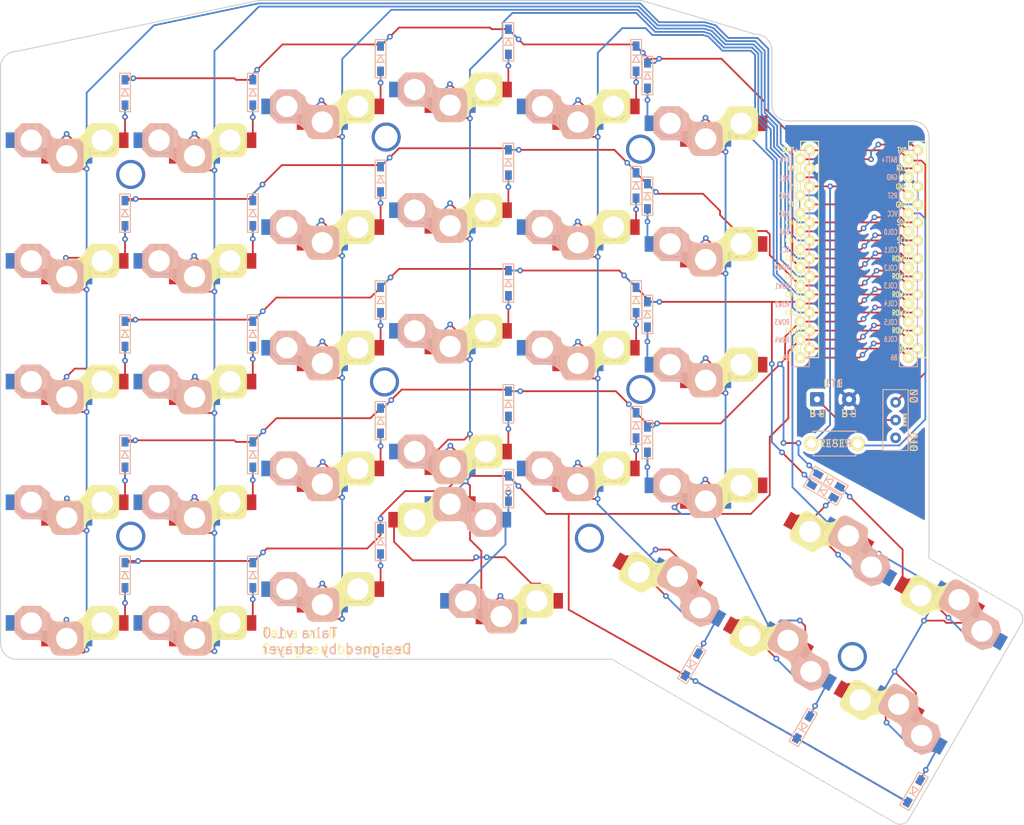
<source format=kicad_pcb>
(kicad_pcb (version 20171130) (host pcbnew "(5.1.9-0-10_14)")
  (title_block (title "Taira Keyboard") (date 2021-09-09) (rev 1.0) (company "strayer | Sven Grunewaldt <sven@grunewaldt.de>") (comment 1 "A low profile split mechanical keyboard based on the ErgoDash and Corne Chocolate") (comment 4 "Licensed under the MIT License - Copyright (c) 2021 Sven Grunewaldt"))
  (layers (0 F.Cu signal) (31 B.Cu signal) (34 B.Paste user) (35 F.Paste user) (36 B.SilkS user) (37 F.SilkS user) (38 B.Mask user) (39 F.Mask user) (44 Edge.Cuts user))
  (net 0 "")
  (net 1 /col6)
  (net 2 /row1)
  (net 3 /row2)
  (net 4 /row3)
  (net 5 /row4)
  (net 6 GND)
  (net 7 /RST)
  (net 8 VCC)
  (net 9 /col0)
  (net 10 /col1)
  (net 11 /col2)
  (net 12 /col3)
  (net 13 /col4)
  (net 14 /col5)
  (net 15 "Net-(U3-Pad13)")
  (net 16 "Net-(U3-Pad6)")
  (net 17 "Net-(U3-Pad5)")
  (net 18 "Net-(U3-Pad2)")
  (net 19 "Net-(U3-Pad1)")
  (net 20 +BATT)
  (net 21 "Net-(BSW1-Pad2)")
  (net 22 "Net-(U3-Pad12)")
  (net 23 /row0)
  (net 24 "Net-(D1-Pad2)")
  (net 25 "Net-(D2-Pad2)")
  (net 26 "Net-(D3-Pad2)")
  (net 27 "Net-(D4-Pad2)")
  (net 28 "Net-(D5-Pad2)")
  (net 29 "Net-(D6-Pad2)")
  (net 30 "Net-(D7-Pad2)")
  (net 31 "Net-(D8-Pad2)")
  (net 32 "Net-(D9-Pad2)")
  (net 33 "Net-(D10-Pad2)")
  (net 34 "Net-(D11-Pad2)")
  (net 35 "Net-(D12-Pad2)")
  (net 36 "Net-(D13-Pad2)")
  (net 37 "Net-(D14-Pad2)")
  (net 38 "Net-(D15-Pad2)")
  (net 39 "Net-(D16-Pad2)")
  (net 40 "Net-(D17-Pad2)")
  (net 41 "Net-(D18-Pad2)")
  (net 42 "Net-(D19-Pad2)")
  (net 43 "Net-(D20-Pad2)")
  (net 44 "Net-(D21-Pad2)")
  (net 45 "Net-(D22-Pad2)")
  (net 46 "Net-(D23-Pad2)")
  (net 47 "Net-(D24-Pad2)")
  (net 48 "Net-(D25-Pad2)")
  (net 49 "Net-(D26-Pad2)")
  (net 50 "Net-(D27-Pad2)")
  (net 51 "Net-(D28-Pad2)")
  (net 52 "Net-(D29-Pad2)")
  (net 53 "Net-(D30-Pad2)")
  (net 54 "Net-(D31-Pad2)")
  (net 55 "Net-(D32-Pad2)")
  (net 56 "Net-(D33-Pad2)")
  (net 57 "Net-(BSW1-Pad1)")
  (module tairakb:Choc_Hotswap (layer F.Cu) (at 206.483 146.236 330)
    (fp_text reference SW33 hide)
    (fp_text value SW_Push hide)
    (pad "" np_thru_hole circle (at -5.5 0 240) (size 1.8 1.8) (drill 1.8) (layers *.Cu *.Mask))
    (pad "" np_thru_hole circle (at 5.5 0 240) (size 1.8 1.8) (drill 1.8) (layers *.Cu *.Mask))
    (pad "" np_thru_hole circle (at 0 0 240) (size 3.4 3.4) (drill 3.4) (layers *.Cu *.Mask))
    (pad "" np_thru_hole circle (at 0 -5.9 240) (size 3 3) (drill 3) (layers *.Cu *.Mask))
    (pad "" np_thru_hole circle (at 5 -3.7 240) (size 3 3) (drill 3) (layers *.Cu *.Mask))
    (pad 2 smd rect (at -2.8 -5.9 330) (size 1.6 2.2) (layers B.Cu B.Paste B.Mask) (net 1 /col6))
    (pad 1 smd rect (at 7.8 -3.7 330) (size 1.6 2.2) (layers B.Cu B.Paste B.Mask) (net 56 "Net-(D33-Pad2)"))
    (pad 1 smd rect (at -7.9 -3.7 330) (size 1.6 2.2) (layers F.Cu F.Paste F.Mask) (net 56 "Net-(D33-Pad2)"))
    (pad 2 smd rect (at 2.8 -5.9 330) (size 1.6 2.2) (layers F.Cu F.Paste F.Mask) (net 1 /col6))
    (pad "" np_thru_hole circle (at -5 -3.7 60) (size 3 3) (drill 3) (layers *.Cu *.Mask))
    (pad "" np_thru_hole circle (at 5.22 4.2 330) (size 1 1) (drill 1) (layers *.Cu *.Mask))
    (pad "" np_thru_hole circle (at -5.22 4.2 330) (size 1 1) (drill 1) (layers *.Cu *.Mask))
  )
  (module tairakb:Choc_Hotswap (layer F.Cu) (at 199.394 122.514 330)
    (fp_text reference SW31 hide)
    (fp_text value SW_Push hide)
    (pad "" np_thru_hole circle (at -5.5 0 240) (size 1.8 1.8) (drill 1.8) (layers *.Cu *.Mask))
    (pad "" np_thru_hole circle (at 5.5 0 240) (size 1.8 1.8) (drill 1.8) (layers *.Cu *.Mask))
    (pad "" np_thru_hole circle (at 0 0 240) (size 3.4 3.4) (drill 3.4) (layers *.Cu *.Mask))
    (pad "" np_thru_hole circle (at 0 -5.9 240) (size 3 3) (drill 3) (layers *.Cu *.Mask))
    (pad "" np_thru_hole circle (at 5 -3.7 240) (size 3 3) (drill 3) (layers *.Cu *.Mask))
    (pad 2 smd rect (at -2.8 -5.9 330) (size 1.6 2.2) (layers B.Cu B.Paste B.Mask) (net 1 /col6))
    (pad 1 smd rect (at 7.8 -3.7 330) (size 1.6 2.2) (layers B.Cu B.Paste B.Mask) (net 54 "Net-(D31-Pad2)"))
    (pad 1 smd rect (at -7.9 -3.7 330) (size 1.6 2.2) (layers F.Cu F.Paste F.Mask) (net 54 "Net-(D31-Pad2)"))
    (pad 2 smd rect (at 2.8 -5.9 330) (size 1.6 2.2) (layers F.Cu F.Paste F.Mask) (net 1 /col6))
    (pad "" np_thru_hole circle (at -5 -3.7 60) (size 3 3) (drill 3) (layers *.Cu *.Mask))
    (pad "" np_thru_hole circle (at 5.22 4.2 330) (size 1 1) (drill 1) (layers *.Cu *.Mask))
    (pad "" np_thru_hole circle (at -5.22 4.2 330) (size 1 1) (drill 1) (layers *.Cu *.Mask))
  )
  (module tairakb:LEGO_HOLE (layer F.Cu) (at 173.07 62.94)
    (fp_text reference H3 hide)
    (fp_text value MountingHole hide)
    (pad "" thru_hole circle (at 0 0) (size 4.1 4.1) (drill 3.2) (layers *.Cu *.Mask))
  )
  (module tairakb:LEGO_HOLE (layer F.Cu) (at 137 95.72)
    (fp_text reference H5 hide)
    (fp_text value MountingHole hide)
    (pad "" thru_hole circle (at 0 0) (size 4.1 4.1) (drill 3.2) (layers *.Cu *.Mask))
  )
  (module tairakb:LEGO_HOLE (layer F.Cu) (at 202.91 134.42)
    (fp_text reference H8 hide)
    (fp_text value MountingHole hide)
    (pad "" thru_hole circle (at 0 0) (size 4.1 4.1) (drill 3.2) (layers *.Cu *.Mask))
  )
  (module tairakb:LEGO_HOLE (layer F.Cu) (at 165.87 117.73)
    (fp_text reference H7 hide)
    (fp_text value MountingHole hide)
    (pad "" thru_hole circle (at 0 0) (size 4.1 4.1) (drill 3.2) (layers *.Cu *.Mask))
  )
  (module tairakb:LEGO_HOLE (layer F.Cu) (at 173.11 96.79)
    (fp_text reference H6 hide)
    (fp_text value MountingHole hide)
    (pad "" thru_hole circle (at 0 0) (size 4.1 4.1) (drill 3.2) (layers *.Cu *.Mask))
  )
  (module tairakb:LEGO_HOLE (layer F.Cu) (at 101.26 117.46)
    (fp_text reference H4 hide)
    (fp_text value MountingHole hide)
    (pad "" thru_hole circle (at 0 0) (size 4.1 4.1) (drill 3.2) (layers *.Cu *.Mask))
  )
  (module tairakb:LEGO_HOLE (layer F.Cu) (at 137.24 61.23)
    (fp_text reference H2 hide)
    (fp_text value MountingHole hide)
    (pad "" thru_hole circle (at 0 0) (size 4.1 4.1) (drill 3.2) (layers *.Cu *.Mask))
  )
  (module tairakb:LEGO_HOLE (layer F.Cu) (at 101.25 66.5)
    (fp_text reference H1 hide)
    (fp_text value MountingHole hide)
    (pad "" thru_hole circle (at 0 0) (size 4.1 4.1) (drill 3.2) (layers *.Cu *.Mask))
  )
  (module tairakb:Choc_Hotswap (layer F.Cu) (at 153.441 122.86 180)
    (fp_text reference SW20-1 hide)
    (fp_text value SW_Push hide)
    (pad "" np_thru_hole circle (at -5.5 0 90) (size 1.8 1.8) (drill 1.8) (layers *.Cu *.Mask))
    (pad "" np_thru_hole circle (at 5.5 0 90) (size 1.8 1.8) (drill 1.8) (layers *.Cu *.Mask))
    (pad "" np_thru_hole circle (at 0 0 90) (size 3.4 3.4) (drill 3.4) (layers *.Cu *.Mask))
    (pad "" np_thru_hole circle (at 0 -5.9 90) (size 3 3) (drill 3) (layers *.Cu *.Mask))
    (pad "" np_thru_hole circle (at 5 -3.7 90) (size 3 3) (drill 3) (layers *.Cu *.Mask))
    (pad 2 smd rect (at -2.8 -5.9 180) (size 1.6 2.2) (layers B.Cu B.Paste B.Mask) (net 12 /col3))
    (pad 1 smd rect (at 7.8 -3.7 180) (size 1.6 2.2) (layers B.Cu B.Paste B.Mask) (net 43 "Net-(D20-Pad2)"))
    (pad 1 smd rect (at -7.9 -3.7 180) (size 1.6 2.2) (layers F.Cu F.Paste F.Mask) (net 43 "Net-(D20-Pad2)"))
    (pad 2 smd rect (at 2.8 -5.9 180) (size 1.6 2.2) (layers F.Cu F.Paste F.Mask) (net 12 /col3))
    (pad "" np_thru_hole circle (at -5 -3.7 270) (size 3 3) (drill 3) (layers *.Cu *.Mask))
    (pad "" np_thru_hole circle (at 5.22 4.2 180) (size 1 1) (drill 1) (layers *.Cu *.Mask))
    (pad "" np_thru_hole circle (at -5.22 4.2 180) (size 1 1) (drill 1) (layers *.Cu *.Mask))
  )
  (module tairakb:SS-12D00 (layer F.Cu) (at 209 103.6 90)
    (fp_text reference BSW1 (at 2.534 1.325 90) (layer F.SilkS) (effects (font (size 0.5 0.5) (thickness 0.075))))
    (fp_text value SW_DPDT_x2)
    (fp_text user ON (at 5.891 2.603 90) (layer B.SilkS) (effects (justify mirror)))
    (fp_text user OFF (at -0.585 2.603 90) (layer B.SilkS) (effects (justify mirror)))
    (fp_text user %R (at 2.524 1.335 90) (layer B.SilkS) (effects (font (size 0.5 0.5) (thickness 0.075)) (justify mirror)))
    (fp_text user OFF (at -0.585 2.603 90) (layer F.SilkS))
    (fp_text user ON (at 5.891 2.603 90) (layer F.SilkS))
    (pad 3 thru_hole circle (at 5 0 90) (size 1.5 1.5) (drill 0.7) (layers *.Cu *.Mask) (net 20 +BATT))
    (pad 2 thru_hole circle (at 2.5 0 90) (size 1.5 1.5) (drill 0.7) (layers *.Cu *.Mask) (net 21 "Net-(BSW1-Pad2)"))
    (pad 1 thru_hole circle (at 0 0 90) (size 1.5 1.5) (drill 0.7) (layers *.Cu *.Mask) (net 57 "Net-(BSW1-Pad1)"))
  )
  (module tairakb:Choc_Hotswap (layer F.Cu) (at 128.245 53.213 180)
    (fp_text reference SW11 hide)
    (fp_text value SW_Push hide)
    (pad "" np_thru_hole circle (at -5.5 0 90) (size 1.8 1.8) (drill 1.8) (layers *.Cu *.Mask))
    (pad "" np_thru_hole circle (at 5.5 0 90) (size 1.8 1.8) (drill 1.8) (layers *.Cu *.Mask))
    (pad "" np_thru_hole circle (at 0 0 90) (size 3.4 3.4) (drill 3.4) (layers *.Cu *.Mask))
    (pad "" np_thru_hole circle (at 0 -5.9 90) (size 3 3) (drill 3) (layers *.Cu *.Mask))
    (pad "" np_thru_hole circle (at 5 -3.7 90) (size 3 3) (drill 3) (layers *.Cu *.Mask))
    (pad 2 smd rect (at -2.8 -5.9 180) (size 1.6 2.2) (layers B.Cu B.Paste B.Mask) (net 11 /col2))
    (pad 1 smd rect (at 7.8 -3.7 180) (size 1.6 2.2) (layers B.Cu B.Paste B.Mask) (net 34 "Net-(D11-Pad2)"))
    (pad 1 smd rect (at -7.9 -3.7 180) (size 1.6 2.2) (layers F.Cu F.Paste F.Mask) (net 34 "Net-(D11-Pad2)"))
    (pad 2 smd rect (at 2.8 -5.9 180) (size 1.6 2.2) (layers F.Cu F.Paste F.Mask) (net 11 /col2))
    (pad "" np_thru_hole circle (at -5 -3.7 270) (size 3 3) (drill 3) (layers *.Cu *.Mask))
    (pad "" np_thru_hole circle (at 5.22 4.2 180) (size 1 1) (drill 1) (layers *.Cu *.Mask))
    (pad "" np_thru_hole circle (at -5.22 4.2 180) (size 1 1) (drill 1) (layers *.Cu *.Mask))
  )
  (module tairakb:Choc_Hotswap (layer F.Cu) (at 214.983 131.514 330)
    (fp_text reference SW32 hide)
    (fp_text value SW_Push hide)
    (pad "" np_thru_hole circle (at -5.5 0 240) (size 1.8 1.8) (drill 1.8) (layers *.Cu *.Mask))
    (pad "" np_thru_hole circle (at 5.5 0 240) (size 1.8 1.8) (drill 1.8) (layers *.Cu *.Mask))
    (pad "" np_thru_hole circle (at 0 0 240) (size 3.4 3.4) (drill 3.4) (layers *.Cu *.Mask))
    (pad "" np_thru_hole circle (at 0 -5.9 240) (size 3 3) (drill 3) (layers *.Cu *.Mask))
    (pad "" np_thru_hole circle (at 5 -3.7 240) (size 3 3) (drill 3) (layers *.Cu *.Mask))
    (pad 2 smd rect (at -2.8 -5.9 330) (size 1.6 2.2) (layers B.Cu B.Paste B.Mask) (net 1 /col6))
    (pad 1 smd rect (at 7.8 -3.7 330) (size 1.6 2.2) (layers B.Cu B.Paste B.Mask) (net 55 "Net-(D32-Pad2)"))
    (pad 1 smd rect (at -7.9 -3.7 330) (size 1.6 2.2) (layers F.Cu F.Paste F.Mask) (net 55 "Net-(D32-Pad2)"))
    (pad 2 smd rect (at 2.8 -5.9 330) (size 1.6 2.2) (layers F.Cu F.Paste F.Mask) (net 1 /col6))
    (pad "" np_thru_hole circle (at -5 -3.7 60) (size 3 3) (drill 3) (layers *.Cu *.Mask))
    (pad "" np_thru_hole circle (at 5.22 4.2 330) (size 1 1) (drill 1) (layers *.Cu *.Mask))
    (pad "" np_thru_hole circle (at -5.22 4.2 330) (size 1 1) (drill 1) (layers *.Cu *.Mask))
  )
  (module tairakb:Choc_Hotswap (layer F.Cu) (at 190.894 137.236 330)
    (fp_text reference SW30 hide)
    (fp_text value SW_Push hide)
    (pad "" np_thru_hole circle (at -5.5 0 240) (size 1.8 1.8) (drill 1.8) (layers *.Cu *.Mask))
    (pad "" np_thru_hole circle (at 5.5 0 240) (size 1.8 1.8) (drill 1.8) (layers *.Cu *.Mask))
    (pad "" np_thru_hole circle (at 0 0 240) (size 3.4 3.4) (drill 3.4) (layers *.Cu *.Mask))
    (pad "" np_thru_hole circle (at 0 -5.9 240) (size 3 3) (drill 3) (layers *.Cu *.Mask))
    (pad "" np_thru_hole circle (at 5 -3.7 240) (size 3 3) (drill 3) (layers *.Cu *.Mask))
    (pad 2 smd rect (at -2.8 -5.9 330) (size 1.6 2.2) (layers B.Cu B.Paste B.Mask) (net 14 /col5))
    (pad 1 smd rect (at 7.8 -3.7 330) (size 1.6 2.2) (layers B.Cu B.Paste B.Mask) (net 53 "Net-(D30-Pad2)"))
    (pad 1 smd rect (at -7.9 -3.7 330) (size 1.6 2.2) (layers F.Cu F.Paste F.Mask) (net 53 "Net-(D30-Pad2)"))
    (pad 2 smd rect (at 2.8 -5.9 330) (size 1.6 2.2) (layers F.Cu F.Paste F.Mask) (net 14 /col5))
    (pad "" np_thru_hole circle (at -5 -3.7 60) (size 3 3) (drill 3) (layers *.Cu *.Mask))
    (pad "" np_thru_hole circle (at 5.22 4.2 330) (size 1 1) (drill 1) (layers *.Cu *.Mask))
    (pad "" np_thru_hole circle (at -5.22 4.2 330) (size 1 1) (drill 1) (layers *.Cu *.Mask))
  )
  (module tairakb:Choc_Hotswap (layer F.Cu) (at 182.245 106.594 180)
    (fp_text reference SW29 hide)
    (fp_text value SW_Push hide)
    (pad "" np_thru_hole circle (at -5.5 0 90) (size 1.8 1.8) (drill 1.8) (layers *.Cu *.Mask))
    (pad "" np_thru_hole circle (at 5.5 0 90) (size 1.8 1.8) (drill 1.8) (layers *.Cu *.Mask))
    (pad "" np_thru_hole circle (at 0 0 90) (size 3.4 3.4) (drill 3.4) (layers *.Cu *.Mask))
    (pad "" np_thru_hole circle (at 0 -5.9 90) (size 3 3) (drill 3) (layers *.Cu *.Mask))
    (pad "" np_thru_hole circle (at 5 -3.7 90) (size 3 3) (drill 3) (layers *.Cu *.Mask))
    (pad 2 smd rect (at -2.8 -5.9 180) (size 1.6 2.2) (layers B.Cu B.Paste B.Mask) (net 14 /col5))
    (pad 1 smd rect (at 7.8 -3.7 180) (size 1.6 2.2) (layers B.Cu B.Paste B.Mask) (net 52 "Net-(D29-Pad2)"))
    (pad 1 smd rect (at -7.9 -3.7 180) (size 1.6 2.2) (layers F.Cu F.Paste F.Mask) (net 52 "Net-(D29-Pad2)"))
    (pad 2 smd rect (at 2.8 -5.9 180) (size 1.6 2.2) (layers F.Cu F.Paste F.Mask) (net 14 /col5))
    (pad "" np_thru_hole circle (at -5 -3.7 270) (size 3 3) (drill 3) (layers *.Cu *.Mask))
    (pad "" np_thru_hole circle (at 5.22 4.2 180) (size 1 1) (drill 1) (layers *.Cu *.Mask))
    (pad "" np_thru_hole circle (at -5.22 4.2 180) (size 1 1) (drill 1) (layers *.Cu *.Mask))
  )
  (module tairakb:Choc_Hotswap (layer F.Cu) (at 182.245 89.594 180)
    (fp_text reference SW28 hide)
    (fp_text value SW_Push hide)
    (pad "" np_thru_hole circle (at -5.5 0 90) (size 1.8 1.8) (drill 1.8) (layers *.Cu *.Mask))
    (pad "" np_thru_hole circle (at 5.5 0 90) (size 1.8 1.8) (drill 1.8) (layers *.Cu *.Mask))
    (pad "" np_thru_hole circle (at 0 0 90) (size 3.4 3.4) (drill 3.4) (layers *.Cu *.Mask))
    (pad "" np_thru_hole circle (at 0 -5.9 90) (size 3 3) (drill 3) (layers *.Cu *.Mask))
    (pad "" np_thru_hole circle (at 5 -3.7 90) (size 3 3) (drill 3) (layers *.Cu *.Mask))
    (pad 2 smd rect (at -2.8 -5.9 180) (size 1.6 2.2) (layers B.Cu B.Paste B.Mask) (net 14 /col5))
    (pad 1 smd rect (at 7.8 -3.7 180) (size 1.6 2.2) (layers B.Cu B.Paste B.Mask) (net 51 "Net-(D28-Pad2)"))
    (pad 1 smd rect (at -7.9 -3.7 180) (size 1.6 2.2) (layers F.Cu F.Paste F.Mask) (net 51 "Net-(D28-Pad2)"))
    (pad 2 smd rect (at 2.8 -5.9 180) (size 1.6 2.2) (layers F.Cu F.Paste F.Mask) (net 14 /col5))
    (pad "" np_thru_hole circle (at -5 -3.7 270) (size 3 3) (drill 3) (layers *.Cu *.Mask))
    (pad "" np_thru_hole circle (at 5.22 4.2 180) (size 1 1) (drill 1) (layers *.Cu *.Mask))
    (pad "" np_thru_hole circle (at -5.22 4.2 180) (size 1 1) (drill 1) (layers *.Cu *.Mask))
  )
  (module tairakb:Choc_Hotswap (layer F.Cu) (at 182.245 72.594 180)
    (fp_text reference SW27 hide)
    (fp_text value SW_Push hide)
    (pad "" np_thru_hole circle (at -5.5 0 90) (size 1.8 1.8) (drill 1.8) (layers *.Cu *.Mask))
    (pad "" np_thru_hole circle (at 5.5 0 90) (size 1.8 1.8) (drill 1.8) (layers *.Cu *.Mask))
    (pad "" np_thru_hole circle (at 0 0 90) (size 3.4 3.4) (drill 3.4) (layers *.Cu *.Mask))
    (pad "" np_thru_hole circle (at 0 -5.9 90) (size 3 3) (drill 3) (layers *.Cu *.Mask))
    (pad "" np_thru_hole circle (at 5 -3.7 90) (size 3 3) (drill 3) (layers *.Cu *.Mask))
    (pad 2 smd rect (at -2.8 -5.9 180) (size 1.6 2.2) (layers B.Cu B.Paste B.Mask) (net 14 /col5))
    (pad 1 smd rect (at 7.8 -3.7 180) (size 1.6 2.2) (layers B.Cu B.Paste B.Mask) (net 50 "Net-(D27-Pad2)"))
    (pad 1 smd rect (at -7.9 -3.7 180) (size 1.6 2.2) (layers F.Cu F.Paste F.Mask) (net 50 "Net-(D27-Pad2)"))
    (pad 2 smd rect (at 2.8 -5.9 180) (size 1.6 2.2) (layers F.Cu F.Paste F.Mask) (net 14 /col5))
    (pad "" np_thru_hole circle (at -5 -3.7 270) (size 3 3) (drill 3) (layers *.Cu *.Mask))
    (pad "" np_thru_hole circle (at 5.22 4.2 180) (size 1 1) (drill 1) (layers *.Cu *.Mask))
    (pad "" np_thru_hole circle (at -5.22 4.2 180) (size 1 1) (drill 1) (layers *.Cu *.Mask))
  )
  (module tairakb:Choc_Hotswap (layer F.Cu) (at 182.245 55.594 180)
    (fp_text reference SW26 hide)
    (fp_text value SW_Push hide)
    (pad "" np_thru_hole circle (at -5.5 0 90) (size 1.8 1.8) (drill 1.8) (layers *.Cu *.Mask))
    (pad "" np_thru_hole circle (at 5.5 0 90) (size 1.8 1.8) (drill 1.8) (layers *.Cu *.Mask))
    (pad "" np_thru_hole circle (at 0 0 90) (size 3.4 3.4) (drill 3.4) (layers *.Cu *.Mask))
    (pad "" np_thru_hole circle (at 0 -5.9 90) (size 3 3) (drill 3) (layers *.Cu *.Mask))
    (pad "" np_thru_hole circle (at 5 -3.7 90) (size 3 3) (drill 3) (layers *.Cu *.Mask))
    (pad 2 smd rect (at -2.8 -5.9 180) (size 1.6 2.2) (layers B.Cu B.Paste B.Mask) (net 14 /col5))
    (pad 1 smd rect (at 7.8 -3.7 180) (size 1.6 2.2) (layers B.Cu B.Paste B.Mask) (net 49 "Net-(D26-Pad2)"))
    (pad 1 smd rect (at -7.9 -3.7 180) (size 1.6 2.2) (layers F.Cu F.Paste F.Mask) (net 49 "Net-(D26-Pad2)"))
    (pad 2 smd rect (at 2.8 -5.9 180) (size 1.6 2.2) (layers F.Cu F.Paste F.Mask) (net 14 /col5))
    (pad "" np_thru_hole circle (at -5 -3.7 270) (size 3 3) (drill 3) (layers *.Cu *.Mask))
    (pad "" np_thru_hole circle (at 5.22 4.2 180) (size 1 1) (drill 1) (layers *.Cu *.Mask))
    (pad "" np_thru_hole circle (at -5.22 4.2 180) (size 1 1) (drill 1) (layers *.Cu *.Mask))
  )
  (module tairakb:Choc_Hotswap (layer F.Cu) (at 175.305 128.236 330)
    (fp_text reference SW25 hide)
    (fp_text value SW_Push hide)
    (pad "" np_thru_hole circle (at -5.5 0 240) (size 1.8 1.8) (drill 1.8) (layers *.Cu *.Mask))
    (pad "" np_thru_hole circle (at 5.5 0 240) (size 1.8 1.8) (drill 1.8) (layers *.Cu *.Mask))
    (pad "" np_thru_hole circle (at 0 0 240) (size 3.4 3.4) (drill 3.4) (layers *.Cu *.Mask))
    (pad "" np_thru_hole circle (at 0 -5.9 240) (size 3 3) (drill 3) (layers *.Cu *.Mask))
    (pad "" np_thru_hole circle (at 5 -3.7 240) (size 3 3) (drill 3) (layers *.Cu *.Mask))
    (pad 2 smd rect (at -2.8 -5.9 330) (size 1.6 2.2) (layers B.Cu B.Paste B.Mask) (net 13 /col4))
    (pad 1 smd rect (at 7.8 -3.7 330) (size 1.6 2.2) (layers B.Cu B.Paste B.Mask) (net 48 "Net-(D25-Pad2)"))
    (pad 1 smd rect (at -7.9 -3.7 330) (size 1.6 2.2) (layers F.Cu F.Paste F.Mask) (net 48 "Net-(D25-Pad2)"))
    (pad 2 smd rect (at 2.8 -5.9 330) (size 1.6 2.2) (layers F.Cu F.Paste F.Mask) (net 13 /col4))
    (pad "" np_thru_hole circle (at -5 -3.7 60) (size 3 3) (drill 3) (layers *.Cu *.Mask))
    (pad "" np_thru_hole circle (at 5.22 4.2 330) (size 1 1) (drill 1) (layers *.Cu *.Mask))
    (pad "" np_thru_hole circle (at -5.22 4.2 330) (size 1 1) (drill 1) (layers *.Cu *.Mask))
  )
  (module tairakb:Choc_Hotswap (layer F.Cu) (at 164.245 104.213 180)
    (fp_text reference SW24 hide)
    (fp_text value SW_Push hide)
    (pad "" np_thru_hole circle (at -5.5 0 90) (size 1.8 1.8) (drill 1.8) (layers *.Cu *.Mask))
    (pad "" np_thru_hole circle (at 5.5 0 90) (size 1.8 1.8) (drill 1.8) (layers *.Cu *.Mask))
    (pad "" np_thru_hole circle (at 0 0 90) (size 3.4 3.4) (drill 3.4) (layers *.Cu *.Mask))
    (pad "" np_thru_hole circle (at 0 -5.9 90) (size 3 3) (drill 3) (layers *.Cu *.Mask))
    (pad "" np_thru_hole circle (at 5 -3.7 90) (size 3 3) (drill 3) (layers *.Cu *.Mask))
    (pad 2 smd rect (at -2.8 -5.9 180) (size 1.6 2.2) (layers B.Cu B.Paste B.Mask) (net 13 /col4))
    (pad 1 smd rect (at 7.8 -3.7 180) (size 1.6 2.2) (layers B.Cu B.Paste B.Mask) (net 47 "Net-(D24-Pad2)"))
    (pad 1 smd rect (at -7.9 -3.7 180) (size 1.6 2.2) (layers F.Cu F.Paste F.Mask) (net 47 "Net-(D24-Pad2)"))
    (pad 2 smd rect (at 2.8 -5.9 180) (size 1.6 2.2) (layers F.Cu F.Paste F.Mask) (net 13 /col4))
    (pad "" np_thru_hole circle (at -5 -3.7 270) (size 3 3) (drill 3) (layers *.Cu *.Mask))
    (pad "" np_thru_hole circle (at 5.22 4.2 180) (size 1 1) (drill 1) (layers *.Cu *.Mask))
    (pad "" np_thru_hole circle (at -5.22 4.2 180) (size 1 1) (drill 1) (layers *.Cu *.Mask))
  )
  (module tairakb:Choc_Hotswap (layer F.Cu) (at 164.245 87.213 180)
    (fp_text reference SW23 hide)
    (fp_text value SW_Push hide)
    (pad "" np_thru_hole circle (at -5.5 0 90) (size 1.8 1.8) (drill 1.8) (layers *.Cu *.Mask))
    (pad "" np_thru_hole circle (at 5.5 0 90) (size 1.8 1.8) (drill 1.8) (layers *.Cu *.Mask))
    (pad "" np_thru_hole circle (at 0 0 90) (size 3.4 3.4) (drill 3.4) (layers *.Cu *.Mask))
    (pad "" np_thru_hole circle (at 0 -5.9 90) (size 3 3) (drill 3) (layers *.Cu *.Mask))
    (pad "" np_thru_hole circle (at 5 -3.7 90) (size 3 3) (drill 3) (layers *.Cu *.Mask))
    (pad 2 smd rect (at -2.8 -5.9 180) (size 1.6 2.2) (layers B.Cu B.Paste B.Mask) (net 13 /col4))
    (pad 1 smd rect (at 7.8 -3.7 180) (size 1.6 2.2) (layers B.Cu B.Paste B.Mask) (net 46 "Net-(D23-Pad2)"))
    (pad 1 smd rect (at -7.9 -3.7 180) (size 1.6 2.2) (layers F.Cu F.Paste F.Mask) (net 46 "Net-(D23-Pad2)"))
    (pad 2 smd rect (at 2.8 -5.9 180) (size 1.6 2.2) (layers F.Cu F.Paste F.Mask) (net 13 /col4))
    (pad "" np_thru_hole circle (at -5 -3.7 270) (size 3 3) (drill 3) (layers *.Cu *.Mask))
    (pad "" np_thru_hole circle (at 5.22 4.2 180) (size 1 1) (drill 1) (layers *.Cu *.Mask))
    (pad "" np_thru_hole circle (at -5.22 4.2 180) (size 1 1) (drill 1) (layers *.Cu *.Mask))
  )
  (module tairakb:Choc_Hotswap (layer F.Cu) (at 164.245 70.213 180)
    (fp_text reference SW22 hide)
    (fp_text value SW_Push hide)
    (pad "" np_thru_hole circle (at -5.5 0 90) (size 1.8 1.8) (drill 1.8) (layers *.Cu *.Mask))
    (pad "" np_thru_hole circle (at 5.5 0 90) (size 1.8 1.8) (drill 1.8) (layers *.Cu *.Mask))
    (pad "" np_thru_hole circle (at 0 0 90) (size 3.4 3.4) (drill 3.4) (layers *.Cu *.Mask))
    (pad "" np_thru_hole circle (at 0 -5.9 90) (size 3 3) (drill 3) (layers *.Cu *.Mask))
    (pad "" np_thru_hole circle (at 5 -3.7 90) (size 3 3) (drill 3) (layers *.Cu *.Mask))
    (pad 2 smd rect (at -2.8 -5.9 180) (size 1.6 2.2) (layers B.Cu B.Paste B.Mask) (net 13 /col4))
    (pad 1 smd rect (at 7.8 -3.7 180) (size 1.6 2.2) (layers B.Cu B.Paste B.Mask) (net 45 "Net-(D22-Pad2)"))
    (pad 1 smd rect (at -7.9 -3.7 180) (size 1.6 2.2) (layers F.Cu F.Paste F.Mask) (net 45 "Net-(D22-Pad2)"))
    (pad 2 smd rect (at 2.8 -5.9 180) (size 1.6 2.2) (layers F.Cu F.Paste F.Mask) (net 13 /col4))
    (pad "" np_thru_hole circle (at -5 -3.7 270) (size 3 3) (drill 3) (layers *.Cu *.Mask))
    (pad "" np_thru_hole circle (at 5.22 4.2 180) (size 1 1) (drill 1) (layers *.Cu *.Mask))
    (pad "" np_thru_hole circle (at -5.22 4.2 180) (size 1 1) (drill 1) (layers *.Cu *.Mask))
  )
  (module tairakb:Choc_Hotswap (layer F.Cu) (at 164.245 53.213 180)
    (fp_text reference SW21 hide)
    (fp_text value SW_Push hide)
    (pad "" np_thru_hole circle (at -5.5 0 90) (size 1.8 1.8) (drill 1.8) (layers *.Cu *.Mask))
    (pad "" np_thru_hole circle (at 5.5 0 90) (size 1.8 1.8) (drill 1.8) (layers *.Cu *.Mask))
    (pad "" np_thru_hole circle (at 0 0 90) (size 3.4 3.4) (drill 3.4) (layers *.Cu *.Mask))
    (pad "" np_thru_hole circle (at 0 -5.9 90) (size 3 3) (drill 3) (layers *.Cu *.Mask))
    (pad "" np_thru_hole circle (at 5 -3.7 90) (size 3 3) (drill 3) (layers *.Cu *.Mask))
    (pad 2 smd rect (at -2.8 -5.9 180) (size 1.6 2.2) (layers B.Cu B.Paste B.Mask) (net 13 /col4))
    (pad 1 smd rect (at 7.8 -3.7 180) (size 1.6 2.2) (layers B.Cu B.Paste B.Mask) (net 44 "Net-(D21-Pad2)"))
    (pad 1 smd rect (at -7.9 -3.7 180) (size 1.6 2.2) (layers F.Cu F.Paste F.Mask) (net 44 "Net-(D21-Pad2)"))
    (pad 2 smd rect (at 2.8 -5.9 180) (size 1.6 2.2) (layers F.Cu F.Paste F.Mask) (net 13 /col4))
    (pad "" np_thru_hole circle (at -5 -3.7 270) (size 3 3) (drill 3) (layers *.Cu *.Mask))
    (pad "" np_thru_hole circle (at 5.22 4.2 180) (size 1 1) (drill 1) (layers *.Cu *.Mask))
    (pad "" np_thru_hole circle (at -5.22 4.2 180) (size 1 1) (drill 1) (layers *.Cu *.Mask))
  )
  (module tairakb:Choc_Hotswap (layer F.Cu) (at 146.245 118.832)
    (fp_text reference SW20 hide)
    (fp_text value SW_Push hide)
    (pad "" np_thru_hole circle (at -5.5 0 270) (size 1.8 1.8) (drill 1.8) (layers *.Cu *.Mask))
    (pad "" np_thru_hole circle (at 5.5 0 270) (size 1.8 1.8) (drill 1.8) (layers *.Cu *.Mask))
    (pad "" np_thru_hole circle (at 0 0 270) (size 3.4 3.4) (drill 3.4) (layers *.Cu *.Mask))
    (pad "" np_thru_hole circle (at 0 -5.9 270) (size 3 3) (drill 3) (layers *.Cu *.Mask))
    (pad "" np_thru_hole circle (at 5 -3.7 270) (size 3 3) (drill 3) (layers *.Cu *.Mask))
    (pad 2 smd rect (at -2.8 -5.9) (size 1.6 2.2) (layers B.Cu B.Paste B.Mask) (net 12 /col3))
    (pad 1 smd rect (at 7.8 -3.7) (size 1.6 2.2) (layers B.Cu B.Paste B.Mask) (net 43 "Net-(D20-Pad2)"))
    (pad 1 smd rect (at -7.9 -3.7) (size 1.6 2.2) (layers F.Cu F.Paste F.Mask) (net 43 "Net-(D20-Pad2)"))
    (pad 2 smd rect (at 2.8 -5.9) (size 1.6 2.2) (layers F.Cu F.Paste F.Mask) (net 12 /col3))
    (pad "" np_thru_hole circle (at -5 -3.7 90) (size 3 3) (drill 3) (layers *.Cu *.Mask))
    (pad "" np_thru_hole circle (at 5.22 4.2) (size 1 1) (drill 1) (layers *.Cu *.Mask))
    (pad "" np_thru_hole circle (at -5.22 4.2) (size 1 1) (drill 1) (layers *.Cu *.Mask))
  )
  (module tairakb:Choc_Hotswap (layer F.Cu) (at 146.245 101.832 180)
    (fp_text reference SW19 hide)
    (fp_text value SW_Push hide)
    (pad "" np_thru_hole circle (at -5.5 0 90) (size 1.8 1.8) (drill 1.8) (layers *.Cu *.Mask))
    (pad "" np_thru_hole circle (at 5.5 0 90) (size 1.8 1.8) (drill 1.8) (layers *.Cu *.Mask))
    (pad "" np_thru_hole circle (at 0 0 90) (size 3.4 3.4) (drill 3.4) (layers *.Cu *.Mask))
    (pad "" np_thru_hole circle (at 0 -5.9 90) (size 3 3) (drill 3) (layers *.Cu *.Mask))
    (pad "" np_thru_hole circle (at 5 -3.7 90) (size 3 3) (drill 3) (layers *.Cu *.Mask))
    (pad 2 smd rect (at -2.8 -5.9 180) (size 1.6 2.2) (layers B.Cu B.Paste B.Mask) (net 12 /col3))
    (pad 1 smd rect (at 7.8 -3.7 180) (size 1.6 2.2) (layers B.Cu B.Paste B.Mask) (net 42 "Net-(D19-Pad2)"))
    (pad 1 smd rect (at -7.9 -3.7 180) (size 1.6 2.2) (layers F.Cu F.Paste F.Mask) (net 42 "Net-(D19-Pad2)"))
    (pad 2 smd rect (at 2.8 -5.9 180) (size 1.6 2.2) (layers F.Cu F.Paste F.Mask) (net 12 /col3))
    (pad "" np_thru_hole circle (at -5 -3.7 270) (size 3 3) (drill 3) (layers *.Cu *.Mask))
    (pad "" np_thru_hole circle (at 5.22 4.2 180) (size 1 1) (drill 1) (layers *.Cu *.Mask))
    (pad "" np_thru_hole circle (at -5.22 4.2 180) (size 1 1) (drill 1) (layers *.Cu *.Mask))
  )
  (module tairakb:Choc_Hotswap (layer F.Cu) (at 146.245 84.832 180)
    (fp_text reference SW18 hide)
    (fp_text value SW_Push hide)
    (pad "" np_thru_hole circle (at -5.5 0 90) (size 1.8 1.8) (drill 1.8) (layers *.Cu *.Mask))
    (pad "" np_thru_hole circle (at 5.5 0 90) (size 1.8 1.8) (drill 1.8) (layers *.Cu *.Mask))
    (pad "" np_thru_hole circle (at 0 0 90) (size 3.4 3.4) (drill 3.4) (layers *.Cu *.Mask))
    (pad "" np_thru_hole circle (at 0 -5.9 90) (size 3 3) (drill 3) (layers *.Cu *.Mask))
    (pad "" np_thru_hole circle (at 5 -3.7 90) (size 3 3) (drill 3) (layers *.Cu *.Mask))
    (pad 2 smd rect (at -2.8 -5.9 180) (size 1.6 2.2) (layers B.Cu B.Paste B.Mask) (net 12 /col3))
    (pad 1 smd rect (at 7.8 -3.7 180) (size 1.6 2.2) (layers B.Cu B.Paste B.Mask) (net 41 "Net-(D18-Pad2)"))
    (pad 1 smd rect (at -7.9 -3.7 180) (size 1.6 2.2) (layers F.Cu F.Paste F.Mask) (net 41 "Net-(D18-Pad2)"))
    (pad 2 smd rect (at 2.8 -5.9 180) (size 1.6 2.2) (layers F.Cu F.Paste F.Mask) (net 12 /col3))
    (pad "" np_thru_hole circle (at -5 -3.7 270) (size 3 3) (drill 3) (layers *.Cu *.Mask))
    (pad "" np_thru_hole circle (at 5.22 4.2 180) (size 1 1) (drill 1) (layers *.Cu *.Mask))
    (pad "" np_thru_hole circle (at -5.22 4.2 180) (size 1 1) (drill 1) (layers *.Cu *.Mask))
  )
  (module tairakb:Choc_Hotswap (layer F.Cu) (at 146.245 67.832 180)
    (fp_text reference SW17 hide)
    (fp_text value SW_Push hide)
    (pad "" np_thru_hole circle (at -5.5 0 90) (size 1.8 1.8) (drill 1.8) (layers *.Cu *.Mask))
    (pad "" np_thru_hole circle (at 5.5 0 90) (size 1.8 1.8) (drill 1.8) (layers *.Cu *.Mask))
    (pad "" np_thru_hole circle (at 0 0 90) (size 3.4 3.4) (drill 3.4) (layers *.Cu *.Mask))
    (pad "" np_thru_hole circle (at 0 -5.9 90) (size 3 3) (drill 3) (layers *.Cu *.Mask))
    (pad "" np_thru_hole circle (at 5 -3.7 90) (size 3 3) (drill 3) (layers *.Cu *.Mask))
    (pad 2 smd rect (at -2.8 -5.9 180) (size 1.6 2.2) (layers B.Cu B.Paste B.Mask) (net 12 /col3))
    (pad 1 smd rect (at 7.8 -3.7 180) (size 1.6 2.2) (layers B.Cu B.Paste B.Mask) (net 40 "Net-(D17-Pad2)"))
    (pad 1 smd rect (at -7.9 -3.7 180) (size 1.6 2.2) (layers F.Cu F.Paste F.Mask) (net 40 "Net-(D17-Pad2)"))
    (pad 2 smd rect (at 2.8 -5.9 180) (size 1.6 2.2) (layers F.Cu F.Paste F.Mask) (net 12 /col3))
    (pad "" np_thru_hole circle (at -5 -3.7 270) (size 3 3) (drill 3) (layers *.Cu *.Mask))
    (pad "" np_thru_hole circle (at 5.22 4.2 180) (size 1 1) (drill 1) (layers *.Cu *.Mask))
    (pad "" np_thru_hole circle (at -5.22 4.2 180) (size 1 1) (drill 1) (layers *.Cu *.Mask))
  )
  (module tairakb:Choc_Hotswap (layer F.Cu) (at 146.245 50.832 180)
    (fp_text reference SW16 hide)
    (fp_text value SW_Push hide)
    (pad "" np_thru_hole circle (at -5.5 0 90) (size 1.8 1.8) (drill 1.8) (layers *.Cu *.Mask))
    (pad "" np_thru_hole circle (at 5.5 0 90) (size 1.8 1.8) (drill 1.8) (layers *.Cu *.Mask))
    (pad "" np_thru_hole circle (at 0 0 90) (size 3.4 3.4) (drill 3.4) (layers *.Cu *.Mask))
    (pad "" np_thru_hole circle (at 0 -5.9 90) (size 3 3) (drill 3) (layers *.Cu *.Mask))
    (pad "" np_thru_hole circle (at 5 -3.7 90) (size 3 3) (drill 3) (layers *.Cu *.Mask))
    (pad 2 smd rect (at -2.8 -5.9 180) (size 1.6 2.2) (layers B.Cu B.Paste B.Mask) (net 12 /col3))
    (pad 1 smd rect (at 7.8 -3.7 180) (size 1.6 2.2) (layers B.Cu B.Paste B.Mask) (net 39 "Net-(D16-Pad2)"))
    (pad 1 smd rect (at -7.9 -3.7 180) (size 1.6 2.2) (layers F.Cu F.Paste F.Mask) (net 39 "Net-(D16-Pad2)"))
    (pad 2 smd rect (at 2.8 -5.9 180) (size 1.6 2.2) (layers F.Cu F.Paste F.Mask) (net 12 /col3))
    (pad "" np_thru_hole circle (at -5 -3.7 270) (size 3 3) (drill 3) (layers *.Cu *.Mask))
    (pad "" np_thru_hole circle (at 5.22 4.2 180) (size 1 1) (drill 1) (layers *.Cu *.Mask))
    (pad "" np_thru_hole circle (at -5.22 4.2 180) (size 1 1) (drill 1) (layers *.Cu *.Mask))
  )
  (module tairakb:Choc_Hotswap (layer F.Cu) (at 128.245 121.213 180)
    (fp_text reference SW15 hide)
    (fp_text value SW_Push hide)
    (pad "" np_thru_hole circle (at -5.5 0 90) (size 1.8 1.8) (drill 1.8) (layers *.Cu *.Mask))
    (pad "" np_thru_hole circle (at 5.5 0 90) (size 1.8 1.8) (drill 1.8) (layers *.Cu *.Mask))
    (pad "" np_thru_hole circle (at 0 0 90) (size 3.4 3.4) (drill 3.4) (layers *.Cu *.Mask))
    (pad "" np_thru_hole circle (at 0 -5.9 90) (size 3 3) (drill 3) (layers *.Cu *.Mask))
    (pad "" np_thru_hole circle (at 5 -3.7 90) (size 3 3) (drill 3) (layers *.Cu *.Mask))
    (pad 2 smd rect (at -2.8 -5.9 180) (size 1.6 2.2) (layers B.Cu B.Paste B.Mask) (net 11 /col2))
    (pad 1 smd rect (at 7.8 -3.7 180) (size 1.6 2.2) (layers B.Cu B.Paste B.Mask) (net 38 "Net-(D15-Pad2)"))
    (pad 1 smd rect (at -7.9 -3.7 180) (size 1.6 2.2) (layers F.Cu F.Paste F.Mask) (net 38 "Net-(D15-Pad2)"))
    (pad 2 smd rect (at 2.8 -5.9 180) (size 1.6 2.2) (layers F.Cu F.Paste F.Mask) (net 11 /col2))
    (pad "" np_thru_hole circle (at -5 -3.7 270) (size 3 3) (drill 3) (layers *.Cu *.Mask))
    (pad "" np_thru_hole circle (at 5.22 4.2 180) (size 1 1) (drill 1) (layers *.Cu *.Mask))
    (pad "" np_thru_hole circle (at -5.22 4.2 180) (size 1 1) (drill 1) (layers *.Cu *.Mask))
  )
  (module tairakb:Choc_Hotswap (layer F.Cu) (at 128.245 104.213 180)
    (fp_text reference SW14 hide)
    (fp_text value SW_Push hide)
    (pad "" np_thru_hole circle (at -5.5 0 90) (size 1.8 1.8) (drill 1.8) (layers *.Cu *.Mask))
    (pad "" np_thru_hole circle (at 5.5 0 90) (size 1.8 1.8) (drill 1.8) (layers *.Cu *.Mask))
    (pad "" np_thru_hole circle (at 0 0 90) (size 3.4 3.4) (drill 3.4) (layers *.Cu *.Mask))
    (pad "" np_thru_hole circle (at 0 -5.9 90) (size 3 3) (drill 3) (layers *.Cu *.Mask))
    (pad "" np_thru_hole circle (at 5 -3.7 90) (size 3 3) (drill 3) (layers *.Cu *.Mask))
    (pad 2 smd rect (at -2.8 -5.9 180) (size 1.6 2.2) (layers B.Cu B.Paste B.Mask) (net 11 /col2))
    (pad 1 smd rect (at 7.8 -3.7 180) (size 1.6 2.2) (layers B.Cu B.Paste B.Mask) (net 37 "Net-(D14-Pad2)"))
    (pad 1 smd rect (at -7.9 -3.7 180) (size 1.6 2.2) (layers F.Cu F.Paste F.Mask) (net 37 "Net-(D14-Pad2)"))
    (pad 2 smd rect (at 2.8 -5.9 180) (size 1.6 2.2) (layers F.Cu F.Paste F.Mask) (net 11 /col2))
    (pad "" np_thru_hole circle (at -5 -3.7 270) (size 3 3) (drill 3) (layers *.Cu *.Mask))
    (pad "" np_thru_hole circle (at 5.22 4.2 180) (size 1 1) (drill 1) (layers *.Cu *.Mask))
    (pad "" np_thru_hole circle (at -5.22 4.2 180) (size 1 1) (drill 1) (layers *.Cu *.Mask))
  )
  (module tairakb:Choc_Hotswap (layer F.Cu) (at 128.245 87.213 180)
    (fp_text reference SW13 hide)
    (fp_text value SW_Push hide)
    (pad "" np_thru_hole circle (at -5.5 0 90) (size 1.8 1.8) (drill 1.8) (layers *.Cu *.Mask))
    (pad "" np_thru_hole circle (at 5.5 0 90) (size 1.8 1.8) (drill 1.8) (layers *.Cu *.Mask))
    (pad "" np_thru_hole circle (at 0 0 90) (size 3.4 3.4) (drill 3.4) (layers *.Cu *.Mask))
    (pad "" np_thru_hole circle (at 0 -5.9 90) (size 3 3) (drill 3) (layers *.Cu *.Mask))
    (pad "" np_thru_hole circle (at 5 -3.7 90) (size 3 3) (drill 3) (layers *.Cu *.Mask))
    (pad 2 smd rect (at -2.8 -5.9 180) (size 1.6 2.2) (layers B.Cu B.Paste B.Mask) (net 11 /col2))
    (pad 1 smd rect (at 7.8 -3.7 180) (size 1.6 2.2) (layers B.Cu B.Paste B.Mask) (net 36 "Net-(D13-Pad2)"))
    (pad 1 smd rect (at -7.9 -3.7 180) (size 1.6 2.2) (layers F.Cu F.Paste F.Mask) (net 36 "Net-(D13-Pad2)"))
    (pad 2 smd rect (at 2.8 -5.9 180) (size 1.6 2.2) (layers F.Cu F.Paste F.Mask) (net 11 /col2))
    (pad "" np_thru_hole circle (at -5 -3.7 270) (size 3 3) (drill 3) (layers *.Cu *.Mask))
    (pad "" np_thru_hole circle (at 5.22 4.2 180) (size 1 1) (drill 1) (layers *.Cu *.Mask))
    (pad "" np_thru_hole circle (at -5.22 4.2 180) (size 1 1) (drill 1) (layers *.Cu *.Mask))
  )
  (module tairakb:Choc_Hotswap (layer F.Cu) (at 128.245 70.213 180)
    (fp_text reference SW12 hide)
    (fp_text value SW_Push hide)
    (pad "" np_thru_hole circle (at -5.5 0 90) (size 1.8 1.8) (drill 1.8) (layers *.Cu *.Mask))
    (pad "" np_thru_hole circle (at 5.5 0 90) (size 1.8 1.8) (drill 1.8) (layers *.Cu *.Mask))
    (pad "" np_thru_hole circle (at 0 0 90) (size 3.4 3.4) (drill 3.4) (layers *.Cu *.Mask))
    (pad "" np_thru_hole circle (at 0 -5.9 90) (size 3 3) (drill 3) (layers *.Cu *.Mask))
    (pad "" np_thru_hole circle (at 5 -3.7 90) (size 3 3) (drill 3) (layers *.Cu *.Mask))
    (pad 2 smd rect (at -2.8 -5.9 180) (size 1.6 2.2) (layers B.Cu B.Paste B.Mask) (net 11 /col2))
    (pad 1 smd rect (at 7.8 -3.7 180) (size 1.6 2.2) (layers B.Cu B.Paste B.Mask) (net 35 "Net-(D12-Pad2)"))
    (pad 1 smd rect (at -7.9 -3.7 180) (size 1.6 2.2) (layers F.Cu F.Paste F.Mask) (net 35 "Net-(D12-Pad2)"))
    (pad 2 smd rect (at 2.8 -5.9 180) (size 1.6 2.2) (layers F.Cu F.Paste F.Mask) (net 11 /col2))
    (pad "" np_thru_hole circle (at -5 -3.7 270) (size 3 3) (drill 3) (layers *.Cu *.Mask))
    (pad "" np_thru_hole circle (at 5.22 4.2 180) (size 1 1) (drill 1) (layers *.Cu *.Mask))
    (pad "" np_thru_hole circle (at -5.22 4.2 180) (size 1 1) (drill 1) (layers *.Cu *.Mask))
  )
  (module tairakb:Choc_Hotswap (layer F.Cu) (at 110.245 125.975 180)
    (fp_text reference SW10 hide)
    (fp_text value SW_Push hide)
    (pad "" np_thru_hole circle (at -5.5 0 90) (size 1.8 1.8) (drill 1.8) (layers *.Cu *.Mask))
    (pad "" np_thru_hole circle (at 5.5 0 90) (size 1.8 1.8) (drill 1.8) (layers *.Cu *.Mask))
    (pad "" np_thru_hole circle (at 0 0 90) (size 3.4 3.4) (drill 3.4) (layers *.Cu *.Mask))
    (pad "" np_thru_hole circle (at 0 -5.9 90) (size 3 3) (drill 3) (layers *.Cu *.Mask))
    (pad "" np_thru_hole circle (at 5 -3.7 90) (size 3 3) (drill 3) (layers *.Cu *.Mask))
    (pad 2 smd rect (at -2.8 -5.9 180) (size 1.6 2.2) (layers B.Cu B.Paste B.Mask) (net 10 /col1))
    (pad 1 smd rect (at 7.8 -3.7 180) (size 1.6 2.2) (layers B.Cu B.Paste B.Mask) (net 33 "Net-(D10-Pad2)"))
    (pad 1 smd rect (at -7.9 -3.7 180) (size 1.6 2.2) (layers F.Cu F.Paste F.Mask) (net 33 "Net-(D10-Pad2)"))
    (pad 2 smd rect (at 2.8 -5.9 180) (size 1.6 2.2) (layers F.Cu F.Paste F.Mask) (net 10 /col1))
    (pad "" np_thru_hole circle (at -5 -3.7 270) (size 3 3) (drill 3) (layers *.Cu *.Mask))
    (pad "" np_thru_hole circle (at 5.22 4.2 180) (size 1 1) (drill 1) (layers *.Cu *.Mask))
    (pad "" np_thru_hole circle (at -5.22 4.2 180) (size 1 1) (drill 1) (layers *.Cu *.Mask))
  )
  (module tairakb:Choc_Hotswap (layer F.Cu) (at 110.245 108.975 180)
    (fp_text reference SW9 hide)
    (fp_text value SW_Push hide)
    (pad "" np_thru_hole circle (at -5.5 0 90) (size 1.8 1.8) (drill 1.8) (layers *.Cu *.Mask))
    (pad "" np_thru_hole circle (at 5.5 0 90) (size 1.8 1.8) (drill 1.8) (layers *.Cu *.Mask))
    (pad "" np_thru_hole circle (at 0 0 90) (size 3.4 3.4) (drill 3.4) (layers *.Cu *.Mask))
    (pad "" np_thru_hole circle (at 0 -5.9 90) (size 3 3) (drill 3) (layers *.Cu *.Mask))
    (pad "" np_thru_hole circle (at 5 -3.7 90) (size 3 3) (drill 3) (layers *.Cu *.Mask))
    (pad 2 smd rect (at -2.8 -5.9 180) (size 1.6 2.2) (layers B.Cu B.Paste B.Mask) (net 10 /col1))
    (pad 1 smd rect (at 7.8 -3.7 180) (size 1.6 2.2) (layers B.Cu B.Paste B.Mask) (net 32 "Net-(D9-Pad2)"))
    (pad 1 smd rect (at -7.9 -3.7 180) (size 1.6 2.2) (layers F.Cu F.Paste F.Mask) (net 32 "Net-(D9-Pad2)"))
    (pad 2 smd rect (at 2.8 -5.9 180) (size 1.6 2.2) (layers F.Cu F.Paste F.Mask) (net 10 /col1))
    (pad "" np_thru_hole circle (at -5 -3.7 270) (size 3 3) (drill 3) (layers *.Cu *.Mask))
    (pad "" np_thru_hole circle (at 5.22 4.2 180) (size 1 1) (drill 1) (layers *.Cu *.Mask))
    (pad "" np_thru_hole circle (at -5.22 4.2 180) (size 1 1) (drill 1) (layers *.Cu *.Mask))
  )
  (module tairakb:Choc_Hotswap (layer F.Cu) (at 110.245 91.975 180)
    (fp_text reference SW8 hide)
    (fp_text value SW_Push hide)
    (pad "" np_thru_hole circle (at -5.5 0 90) (size 1.8 1.8) (drill 1.8) (layers *.Cu *.Mask))
    (pad "" np_thru_hole circle (at 5.5 0 90) (size 1.8 1.8) (drill 1.8) (layers *.Cu *.Mask))
    (pad "" np_thru_hole circle (at 0 0 90) (size 3.4 3.4) (drill 3.4) (layers *.Cu *.Mask))
    (pad "" np_thru_hole circle (at 0 -5.9 90) (size 3 3) (drill 3) (layers *.Cu *.Mask))
    (pad "" np_thru_hole circle (at 5 -3.7 90) (size 3 3) (drill 3) (layers *.Cu *.Mask))
    (pad 2 smd rect (at -2.8 -5.9 180) (size 1.6 2.2) (layers B.Cu B.Paste B.Mask) (net 10 /col1))
    (pad 1 smd rect (at 7.8 -3.7 180) (size 1.6 2.2) (layers B.Cu B.Paste B.Mask) (net 31 "Net-(D8-Pad2)"))
    (pad 1 smd rect (at -7.9 -3.7 180) (size 1.6 2.2) (layers F.Cu F.Paste F.Mask) (net 31 "Net-(D8-Pad2)"))
    (pad 2 smd rect (at 2.8 -5.9 180) (size 1.6 2.2) (layers F.Cu F.Paste F.Mask) (net 10 /col1))
    (pad "" np_thru_hole circle (at -5 -3.7 270) (size 3 3) (drill 3) (layers *.Cu *.Mask))
    (pad "" np_thru_hole circle (at 5.22 4.2 180) (size 1 1) (drill 1) (layers *.Cu *.Mask))
    (pad "" np_thru_hole circle (at -5.22 4.2 180) (size 1 1) (drill 1) (layers *.Cu *.Mask))
  )
  (module tairakb:Choc_Hotswap (layer F.Cu) (at 110.245 74.975 180)
    (fp_text reference SW7 hide)
    (fp_text value SW_Push hide)
    (pad "" np_thru_hole circle (at -5.5 0 90) (size 1.8 1.8) (drill 1.8) (layers *.Cu *.Mask))
    (pad "" np_thru_hole circle (at 5.5 0 90) (size 1.8 1.8) (drill 1.8) (layers *.Cu *.Mask))
    (pad "" np_thru_hole circle (at 0 0 90) (size 3.4 3.4) (drill 3.4) (layers *.Cu *.Mask))
    (pad "" np_thru_hole circle (at 0 -5.9 90) (size 3 3) (drill 3) (layers *.Cu *.Mask))
    (pad "" np_thru_hole circle (at 5 -3.7 90) (size 3 3) (drill 3) (layers *.Cu *.Mask))
    (pad 2 smd rect (at -2.8 -5.9 180) (size 1.6 2.2) (layers B.Cu B.Paste B.Mask) (net 10 /col1))
    (pad 1 smd rect (at 7.8 -3.7 180) (size 1.6 2.2) (layers B.Cu B.Paste B.Mask) (net 30 "Net-(D7-Pad2)"))
    (pad 1 smd rect (at -7.9 -3.7 180) (size 1.6 2.2) (layers F.Cu F.Paste F.Mask) (net 30 "Net-(D7-Pad2)"))
    (pad 2 smd rect (at 2.8 -5.9 180) (size 1.6 2.2) (layers F.Cu F.Paste F.Mask) (net 10 /col1))
    (pad "" np_thru_hole circle (at -5 -3.7 270) (size 3 3) (drill 3) (layers *.Cu *.Mask))
    (pad "" np_thru_hole circle (at 5.22 4.2 180) (size 1 1) (drill 1) (layers *.Cu *.Mask))
    (pad "" np_thru_hole circle (at -5.22 4.2 180) (size 1 1) (drill 1) (layers *.Cu *.Mask))
  )
  (module tairakb:Choc_Hotswap (layer F.Cu) (at 110.245 57.975 180)
    (fp_text reference SW6 hide)
    (fp_text value SW_Push hide)
    (pad "" np_thru_hole circle (at -5.5 0 90) (size 1.8 1.8) (drill 1.8) (layers *.Cu *.Mask))
    (pad "" np_thru_hole circle (at 5.5 0 90) (size 1.8 1.8) (drill 1.8) (layers *.Cu *.Mask))
    (pad "" np_thru_hole circle (at 0 0 90) (size 3.4 3.4) (drill 3.4) (layers *.Cu *.Mask))
    (pad "" np_thru_hole circle (at 0 -5.9 90) (size 3 3) (drill 3) (layers *.Cu *.Mask))
    (pad "" np_thru_hole circle (at 5 -3.7 90) (size 3 3) (drill 3) (layers *.Cu *.Mask))
    (pad 2 smd rect (at -2.8 -5.9 180) (size 1.6 2.2) (layers B.Cu B.Paste B.Mask) (net 10 /col1))
    (pad 1 smd rect (at 7.8 -3.7 180) (size 1.6 2.2) (layers B.Cu B.Paste B.Mask) (net 29 "Net-(D6-Pad2)"))
    (pad 1 smd rect (at -7.9 -3.7 180) (size 1.6 2.2) (layers F.Cu F.Paste F.Mask) (net 29 "Net-(D6-Pad2)"))
    (pad 2 smd rect (at 2.8 -5.9 180) (size 1.6 2.2) (layers F.Cu F.Paste F.Mask) (net 10 /col1))
    (pad "" np_thru_hole circle (at -5 -3.7 270) (size 3 3) (drill 3) (layers *.Cu *.Mask))
    (pad "" np_thru_hole circle (at 5.22 4.2 180) (size 1 1) (drill 1) (layers *.Cu *.Mask))
    (pad "" np_thru_hole circle (at -5.22 4.2 180) (size 1 1) (drill 1) (layers *.Cu *.Mask))
  )
  (module tairakb:Choc_Hotswap (layer F.Cu) (at 92.245 125.975 180)
    (fp_text reference SW5 hide)
    (fp_text value SW_Push hide)
    (pad "" np_thru_hole circle (at -5.5 0 90) (size 1.8 1.8) (drill 1.8) (layers *.Cu *.Mask))
    (pad "" np_thru_hole circle (at 5.5 0 90) (size 1.8 1.8) (drill 1.8) (layers *.Cu *.Mask))
    (pad "" np_thru_hole circle (at 0 0 90) (size 3.4 3.4) (drill 3.4) (layers *.Cu *.Mask))
    (pad "" np_thru_hole circle (at 0 -5.9 90) (size 3 3) (drill 3) (layers *.Cu *.Mask))
    (pad "" np_thru_hole circle (at 5 -3.7 90) (size 3 3) (drill 3) (layers *.Cu *.Mask))
    (pad 2 smd rect (at -2.8 -5.9 180) (size 1.6 2.2) (layers B.Cu B.Paste B.Mask) (net 9 /col0))
    (pad 1 smd rect (at 7.8 -3.7 180) (size 1.6 2.2) (layers B.Cu B.Paste B.Mask) (net 28 "Net-(D5-Pad2)"))
    (pad 1 smd rect (at -7.9 -3.7 180) (size 1.6 2.2) (layers F.Cu F.Paste F.Mask) (net 28 "Net-(D5-Pad2)"))
    (pad 2 smd rect (at 2.8 -5.9 180) (size 1.6 2.2) (layers F.Cu F.Paste F.Mask) (net 9 /col0))
    (pad "" np_thru_hole circle (at -5 -3.7 270) (size 3 3) (drill 3) (layers *.Cu *.Mask))
    (pad "" np_thru_hole circle (at 5.22 4.2 180) (size 1 1) (drill 1) (layers *.Cu *.Mask))
    (pad "" np_thru_hole circle (at -5.22 4.2 180) (size 1 1) (drill 1) (layers *.Cu *.Mask))
  )
  (module tairakb:Choc_Hotswap (layer F.Cu) (at 92.245 108.975 180)
    (fp_text reference SW4 hide)
    (fp_text value SW_Push hide)
    (pad "" np_thru_hole circle (at -5.5 0 90) (size 1.8 1.8) (drill 1.8) (layers *.Cu *.Mask))
    (pad "" np_thru_hole circle (at 5.5 0 90) (size 1.8 1.8) (drill 1.8) (layers *.Cu *.Mask))
    (pad "" np_thru_hole circle (at 0 0 90) (size 3.4 3.4) (drill 3.4) (layers *.Cu *.Mask))
    (pad "" np_thru_hole circle (at 0 -5.9 90) (size 3 3) (drill 3) (layers *.Cu *.Mask))
    (pad "" np_thru_hole circle (at 5 -3.7 90) (size 3 3) (drill 3) (layers *.Cu *.Mask))
    (pad 2 smd rect (at -2.8 -5.9 180) (size 1.6 2.2) (layers B.Cu B.Paste B.Mask) (net 9 /col0))
    (pad 1 smd rect (at 7.8 -3.7 180) (size 1.6 2.2) (layers B.Cu B.Paste B.Mask) (net 27 "Net-(D4-Pad2)"))
    (pad 1 smd rect (at -7.9 -3.7 180) (size 1.6 2.2) (layers F.Cu F.Paste F.Mask) (net 27 "Net-(D4-Pad2)"))
    (pad 2 smd rect (at 2.8 -5.9 180) (size 1.6 2.2) (layers F.Cu F.Paste F.Mask) (net 9 /col0))
    (pad "" np_thru_hole circle (at -5 -3.7 270) (size 3 3) (drill 3) (layers *.Cu *.Mask))
    (pad "" np_thru_hole circle (at 5.22 4.2 180) (size 1 1) (drill 1) (layers *.Cu *.Mask))
    (pad "" np_thru_hole circle (at -5.22 4.2 180) (size 1 1) (drill 1) (layers *.Cu *.Mask))
  )
  (module tairakb:Choc_Hotswap (layer F.Cu) (at 92.245 91.975 180)
    (fp_text reference SW3 hide)
    (fp_text value SW_Push hide)
    (pad "" np_thru_hole circle (at -5.5 0 90) (size 1.8 1.8) (drill 1.8) (layers *.Cu *.Mask))
    (pad "" np_thru_hole circle (at 5.5 0 90) (size 1.8 1.8) (drill 1.8) (layers *.Cu *.Mask))
    (pad "" np_thru_hole circle (at 0 0 90) (size 3.4 3.4) (drill 3.4) (layers *.Cu *.Mask))
    (pad "" np_thru_hole circle (at 0 -5.9 90) (size 3 3) (drill 3) (layers *.Cu *.Mask))
    (pad "" np_thru_hole circle (at 5 -3.7 90) (size 3 3) (drill 3) (layers *.Cu *.Mask))
    (pad 2 smd rect (at -2.8 -5.9 180) (size 1.6 2.2) (layers B.Cu B.Paste B.Mask) (net 9 /col0))
    (pad 1 smd rect (at 7.8 -3.7 180) (size 1.6 2.2) (layers B.Cu B.Paste B.Mask) (net 26 "Net-(D3-Pad2)"))
    (pad 1 smd rect (at -7.9 -3.7 180) (size 1.6 2.2) (layers F.Cu F.Paste F.Mask) (net 26 "Net-(D3-Pad2)"))
    (pad 2 smd rect (at 2.8 -5.9 180) (size 1.6 2.2) (layers F.Cu F.Paste F.Mask) (net 9 /col0))
    (pad "" np_thru_hole circle (at -5 -3.7 270) (size 3 3) (drill 3) (layers *.Cu *.Mask))
    (pad "" np_thru_hole circle (at 5.22 4.2 180) (size 1 1) (drill 1) (layers *.Cu *.Mask))
    (pad "" np_thru_hole circle (at -5.22 4.2 180) (size 1 1) (drill 1) (layers *.Cu *.Mask))
  )
  (module tairakb:Choc_Hotswap (layer F.Cu) (at 92.245 74.975 180)
    (fp_text reference SW2 hide)
    (fp_text value SW_Push hide)
    (pad "" np_thru_hole circle (at -5.5 0 90) (size 1.8 1.8) (drill 1.8) (layers *.Cu *.Mask))
    (pad "" np_thru_hole circle (at 5.5 0 90) (size 1.8 1.8) (drill 1.8) (layers *.Cu *.Mask))
    (pad "" np_thru_hole circle (at 0 0 90) (size 3.4 3.4) (drill 3.4) (layers *.Cu *.Mask))
    (pad "" np_thru_hole circle (at 0 -5.9 90) (size 3 3) (drill 3) (layers *.Cu *.Mask))
    (pad "" np_thru_hole circle (at 5 -3.7 90) (size 3 3) (drill 3) (layers *.Cu *.Mask))
    (pad 2 smd rect (at -2.8 -5.9 180) (size 1.6 2.2) (layers B.Cu B.Paste B.Mask) (net 9 /col0))
    (pad 1 smd rect (at 7.8 -3.7 180) (size 1.6 2.2) (layers B.Cu B.Paste B.Mask) (net 25 "Net-(D2-Pad2)"))
    (pad 1 smd rect (at -7.9 -3.7 180) (size 1.6 2.2) (layers F.Cu F.Paste F.Mask) (net 25 "Net-(D2-Pad2)"))
    (pad 2 smd rect (at 2.8 -5.9 180) (size 1.6 2.2) (layers F.Cu F.Paste F.Mask) (net 9 /col0))
    (pad "" np_thru_hole circle (at -5 -3.7 270) (size 3 3) (drill 3) (layers *.Cu *.Mask))
    (pad "" np_thru_hole circle (at 5.22 4.2 180) (size 1 1) (drill 1) (layers *.Cu *.Mask))
    (pad "" np_thru_hole circle (at -5.22 4.2 180) (size 1 1) (drill 1) (layers *.Cu *.Mask))
  )
  (module tairakb:Choc_Hotswap (layer F.Cu) (at 92.245 57.975 180)
    (fp_text reference SW1 hide)
    (fp_text value SW_Push hide)
    (pad "" np_thru_hole circle (at -5.5 0 90) (size 1.8 1.8) (drill 1.8) (layers *.Cu *.Mask))
    (pad "" np_thru_hole circle (at 5.5 0 90) (size 1.8 1.8) (drill 1.8) (layers *.Cu *.Mask))
    (pad "" np_thru_hole circle (at 0 0 90) (size 3.4 3.4) (drill 3.4) (layers *.Cu *.Mask))
    (pad "" np_thru_hole circle (at 0 -5.9 90) (size 3 3) (drill 3) (layers *.Cu *.Mask))
    (pad "" np_thru_hole circle (at 5 -3.7 90) (size 3 3) (drill 3) (layers *.Cu *.Mask))
    (pad 2 smd rect (at -2.8 -5.9 180) (size 1.6 2.2) (layers B.Cu B.Paste B.Mask) (net 9 /col0))
    (pad 1 smd rect (at 7.8 -3.7 180) (size 1.6 2.2) (layers B.Cu B.Paste B.Mask) (net 24 "Net-(D1-Pad2)"))
    (pad 1 smd rect (at -7.9 -3.7 180) (size 1.6 2.2) (layers F.Cu F.Paste F.Mask) (net 24 "Net-(D1-Pad2)"))
    (pad 2 smd rect (at 2.8 -5.9 180) (size 1.6 2.2) (layers F.Cu F.Paste F.Mask) (net 9 /col0))
    (pad "" np_thru_hole circle (at -5 -3.7 270) (size 3 3) (drill 3) (layers *.Cu *.Mask))
    (pad "" np_thru_hole circle (at 5.22 4.2 180) (size 1 1) (drill 1) (layers *.Cu *.Mask))
    (pad "" np_thru_hole circle (at -5.22 4.2 180) (size 1 1) (drill 1) (layers *.Cu *.Mask))
  )
  (module tairakb:nicenano (layer F.Cu) (at 204.445 77.5716)
    (fp_text reference U3 hide)
    (fp_text value nice!nano hide)
    (fp_text user BATT+ (at -9 -14.478) (layer F.SilkS) (effects (font (size 0.75 0.5) (thickness 0.125)) (justify right)))
    (fp_text user TX0 (at 6.2 -14.478) (layer F.SilkS) (effects (font (size 0.75 0.5) (thickness 0.125)) (justify right)))
    (fp_text user GND (at -9 -11.938) (layer F.SilkS) (effects (font (size 0.75 0.5) (thickness 0.125)) (justify right)))
    (fp_text user RX1 (at 6.2 -11.95) (layer F.SilkS) (effects (font (size 0.75 0.5) (thickness 0.125)) (justify right)))
    (fp_text user RST (at -9 -9.3345) (layer F.SilkS) (effects (font (size 0.75 0.5) (thickness 0.125)) (justify right)))
    (fp_text user GND (at 6.2 -9.3345) (layer F.SilkS) (effects (font (size 0.75 0.5) (thickness 0.125)) (justify right)))
    (fp_text user VCC (at -9 -6.858) (layer F.SilkS) (effects (font (size 0.75 0.5) (thickness 0.125)) (justify right)))
    (fp_text user GND (at 6.2 -6.7945) (layer F.SilkS) (effects (font (size 0.75 0.5) (thickness 0.125)) (justify right)))
    (fp_text user COL3 (at -9 3.35) (layer F.SilkS) (effects (font (size 0.75 0.5) (thickness 0.125)) (justify right)))
    (fp_text user ROW0 (at 6.2 0.8) (layer F.SilkS) (effects (font (size 0.75 0.5) (thickness 0.125)) (justify right)))
    (fp_text user COL2 (at -9 0.762) (layer F.SilkS) (effects (font (size 0.75 0.5) (thickness 0.125)) (justify right)))
    (fp_text user SCL (at 6.2 -1.778) (layer F.SilkS) (effects (font (size 0.75 0.5) (thickness 0.125)) (justify right)))
    (fp_text user COL1 (at -9 -1.778) (layer F.SilkS) (effects (font (size 0.75 0.5) (thickness 0.125)) (justify right)))
    (fp_text user SDA (at 6.2 -4.318) (layer F.SilkS) (effects (font (size 0.75 0.5) (thickness 0.125)) (justify right)))
    (fp_text user COL0 (at -9 -4.3) (layer F.SilkS) (effects (font (size 0.75 0.5) (thickness 0.125)) (justify right)))
    (fp_text user B6 (at -9 13.5) (layer F.SilkS) (effects (font (size 0.75 0.5) (thickness 0.125)) (justify right)))
    (fp_text user B5 (at 6.2 13.5255) (layer F.SilkS) (effects (font (size 0.75 0.5) (thickness 0.125)) (justify right)))
    (fp_text user ROW4 (at 6.2 10.922) (layer F.SilkS) (effects (font (size 0.75 0.5) (thickness 0.125)) (justify right)))
    (fp_text user COL6 (at -9 10.95) (layer F.SilkS) (effects (font (size 0.75 0.5) (thickness 0.125)) (justify right)))
    (fp_text user ROW3 (at 6.2 8.4455) (layer F.SilkS) (effects (font (size 0.75 0.5) (thickness 0.125)) (justify right)))
    (fp_text user COL5 (at -9 8.4455) (layer F.SilkS) (effects (font (size 0.75 0.5) (thickness 0.125)) (justify right)))
    (fp_text user ROW2 (at 6.2 5.85) (layer F.SilkS) (effects (font (size 0.75 0.5) (thickness 0.125)) (justify right)))
    (fp_text user COL4 (at -9 5.85) (layer F.SilkS) (effects (font (size 0.75 0.5) (thickness 0.125)) (justify right)))
    (fp_text user ROW1 (at 6.2 3.302) (layer F.SilkS) (effects (font (size 0.75 0.5) (thickness 0.125)) (justify right)))
    (fp_text user ROW1 (at -10.3 4.6355) (layer B.SilkS) (effects (font (size 0.75 0.5) (thickness 0.125)) (justify left mirror)))
    (fp_text user COL4 (at 4.9 7.112) (layer B.SilkS) (effects (font (size 0.75 0.5) (thickness 0.125)) (justify left mirror)))
    (fp_text user ROW2 (at -10.3 7.239) (layer B.SilkS) (effects (font (size 0.75 0.5) (thickness 0.125)) (justify left mirror)))
    (fp_text user COL5 (at 4.9 9.75) (layer B.SilkS) (effects (font (size 0.75 0.5) (thickness 0.125)) (justify left mirror)))
    (fp_text user ROW3 (at -10.3 9.75) (layer B.SilkS) (effects (font (size 0.75 0.5) (thickness 0.125)) (justify left mirror)))
    (fp_text user COL6 (at 4.9 12.1285) (layer B.SilkS) (effects (font (size 0.75 0.5) (thickness 0.125)) (justify left mirror)))
    (fp_text user ROW4 (at -10.3 12.2555) (layer B.SilkS) (effects (font (size 0.75 0.5) (thickness 0.125)) (justify left mirror)))
    (fp_text user B5 (at -10.3 14.7955) (layer B.SilkS) (effects (font (size 0.75 0.5) (thickness 0.125)) (justify left mirror)))
    (fp_text user B6 (at 4.9 14.732) (layer B.SilkS) (effects (font (size 0.75 0.5) (thickness 0.125)) (justify left mirror)))
    (fp_text user COL0 (at 4.9 -2.95) (layer B.SilkS) (effects (font (size 0.75 0.5) (thickness 0.125)) (justify left mirror)))
    (fp_text user SDA (at -10.3 -2.9845) (layer B.SilkS) (effects (font (size 0.75 0.5) (thickness 0.125)) (justify left mirror)))
    (fp_text user COL1 (at 4.9 -0.4445) (layer B.SilkS) (effects (font (size 0.75 0.5) (thickness 0.125)) (justify left mirror)))
    (fp_text user SCL (at -10.3 -0.4445) (layer B.SilkS) (effects (font (size 0.75 0.5) (thickness 0.125)) (justify left mirror)))
    (fp_text user COL2 (at 4.9 2.1) (layer B.SilkS) (effects (font (size 0.75 0.5) (thickness 0.125)) (justify left mirror)))
    (fp_text user ROW0 (at -10.3 2.032) (layer B.SilkS) (effects (font (size 0.75 0.5) (thickness 0.125)) (justify left mirror)))
    (fp_text user COL3 (at 4.9 4.6) (layer B.SilkS) (effects (font (size 0.75 0.5) (thickness 0.125)) (justify left mirror)))
    (fp_text user GND (at -10.3 -5.5245) (layer B.SilkS) (effects (font (size 0.75 0.5) (thickness 0.125)) (justify left mirror)))
    (fp_text user VCC (at 4.9 -5.5245) (layer B.SilkS) (effects (font (size 0.75 0.5) (thickness 0.125)) (justify left mirror)))
    (fp_text user GND (at -10.3 -8.0645) (layer B.SilkS) (effects (font (size 0.75 0.5) (thickness 0.125)) (justify left mirror)))
    (fp_text user RST (at 4.9 -8.0645) (layer B.SilkS) (effects (font (size 0.75 0.5) (thickness 0.125)) (justify left mirror)))
    (fp_text user RX1 (at -10.3 -10.5) (layer B.SilkS) (effects (font (size 0.75 0.5) (thickness 0.125)) (justify left mirror)))
    (fp_text user GND (at 4.9 -10.668) (layer B.SilkS) (effects (font (size 0.75 0.5) (thickness 0.125)) (justify left mirror)))
    (fp_text user TX0 (at -10.3 -13.1445) (layer B.SilkS) (effects (font (size 0.75 0.5) (thickness 0.125)) (justify left mirror)))
    (fp_text user BATT+ (at 4.9 -13.1445) (layer B.SilkS) (effects (font (size 0.75 0.5) (thickness 0.125)) (justify left mirror)))
    (pad 24 thru_hole circle (at 6.35 -13.208) (size 1.524 1.524) (drill 0.8128) (layers *.Cu *.Mask F.SilkS) (net 20 +BATT))
    (pad 23 thru_hole circle (at 6.35 -10.668) (size 1.524 1.524) (drill 0.8128) (layers *.Cu *.Mask F.SilkS) (net 6 GND))
    (pad 22 thru_hole circle (at 6.35 -8.128) (size 1.524 1.524) (drill 0.8128) (layers *.Cu *.Mask F.SilkS) (net 7 /RST))
    (pad 21 thru_hole circle (at 6.35 -5.588) (size 1.524 1.524) (drill 0.8128) (layers *.Cu *.Mask F.SilkS) (net 8 VCC))
    (pad 20 thru_hole circle (at 6.35 -3.048) (size 1.524 1.524) (drill 0.8128) (layers *.Cu *.Mask F.SilkS) (net 9 /col0))
    (pad 19 thru_hole circle (at 6.35 -0.508) (size 1.524 1.524) (drill 0.8128) (layers *.Cu *.Mask F.SilkS) (net 10 /col1))
    (pad 18 thru_hole circle (at 6.35 2.032) (size 1.524 1.524) (drill 0.8128) (layers *.Cu *.Mask F.SilkS) (net 11 /col2))
    (pad 17 thru_hole circle (at 6.35 4.572) (size 1.524 1.524) (drill 0.8128) (layers *.Cu *.Mask F.SilkS) (net 12 /col3))
    (pad 16 thru_hole circle (at 6.35 7.112) (size 1.524 1.524) (drill 0.8128) (layers *.Cu *.Mask F.SilkS) (net 13 /col4))
    (pad 15 thru_hole circle (at 6.35 9.652) (size 1.524 1.524) (drill 0.8128) (layers *.Cu *.Mask F.SilkS) (net 14 /col5))
    (pad 14 thru_hole circle (at 6.35 12.192) (size 1.524 1.524) (drill 0.8128) (layers *.Cu *.Mask F.SilkS) (net 1 /col6))
    (pad 13 thru_hole circle (at 6.35 14.732) (size 1.524 1.524) (drill 0.8128) (layers *.Cu *.Mask F.SilkS) (net 15 "Net-(U3-Pad13)"))
    (pad 12 thru_hole circle (at -8.89 14.732) (size 1.524 1.524) (drill 0.8128) (layers *.Cu *.Mask F.SilkS) (net 22 "Net-(U3-Pad12)"))
    (pad 11 thru_hole circle (at -8.89 12.192) (size 1.524 1.524) (drill 0.8128) (layers *.Cu *.Mask F.SilkS) (net 5 /row4))
    (pad 10 thru_hole circle (at -8.89 9.652) (size 1.524 1.524) (drill 0.8128) (layers *.Cu *.Mask F.SilkS) (net 4 /row3))
    (pad 9 thru_hole circle (at -8.89 7.112) (size 1.524 1.524) (drill 0.8128) (layers *.Cu *.Mask F.SilkS) (net 3 /row2))
    (pad 8 thru_hole circle (at -8.89 4.572) (size 1.524 1.524) (drill 0.8128) (layers *.Cu *.Mask F.SilkS) (net 2 /row1))
    (pad 7 thru_hole circle (at -8.89 2.032) (size 1.524 1.524) (drill 0.8128) (layers *.Cu *.Mask F.SilkS) (net 23 /row0))
    (pad 6 thru_hole circle (at -8.89 -0.508) (size 1.524 1.524) (drill 0.8128) (layers *.Cu *.Mask F.SilkS) (net 16 "Net-(U3-Pad6)"))
    (pad 5 thru_hole circle (at -8.89 -3.048) (size 1.524 1.524) (drill 0.8128) (layers *.Cu *.Mask F.SilkS) (net 17 "Net-(U3-Pad5)"))
    (pad 4 thru_hole circle (at -8.89 -5.588) (size 1.524 1.524) (drill 0.8128) (layers *.Cu *.Mask F.SilkS) (net 6 GND))
    (pad 3 thru_hole circle (at -8.89 -8.128) (size 1.524 1.524) (drill 0.8128) (layers *.Cu *.Mask F.SilkS) (net 6 GND))
    (pad 2 thru_hole circle (at -8.89 -10.668) (size 1.524 1.524) (drill 0.8128) (layers *.Cu *.Mask F.SilkS) (net 18 "Net-(U3-Pad2)"))
    (pad 1 thru_hole circle (at -8.89 -13.208) (size 1.524 1.524) (drill 0.8128) (layers *.Cu *.Mask F.SilkS) (net 19 "Net-(U3-Pad1)"))
    (pad 1 thru_hole circle (at 7.6564 -14.478) (size 1.524 1.524) (drill 0.8128) (layers *.Cu *.Mask F.SilkS) (net 19 "Net-(U3-Pad1)"))
    (pad 2 thru_hole circle (at 7.6564 -11.938) (size 1.524 1.524) (drill 0.8128) (layers *.Cu *.Mask F.SilkS) (net 18 "Net-(U3-Pad2)"))
    (pad 3 thru_hole circle (at 7.6564 -9.398) (size 1.524 1.524) (drill 0.8128) (layers *.Cu *.Mask F.SilkS) (net 6 GND))
    (pad 4 thru_hole circle (at 7.6564 -6.858) (size 1.524 1.524) (drill 0.8128) (layers *.Cu *.Mask F.SilkS) (net 6 GND))
    (pad 5 thru_hole circle (at 7.6564 -4.318) (size 1.524 1.524) (drill 0.8128) (layers *.Cu *.Mask F.SilkS) (net 17 "Net-(U3-Pad5)"))
    (pad 6 thru_hole circle (at 7.6564 -1.778) (size 1.524 1.524) (drill 0.8128) (layers *.Cu *.Mask F.SilkS) (net 16 "Net-(U3-Pad6)"))
    (pad 7 thru_hole circle (at 7.6564 0.762) (size 1.524 1.524) (drill 0.8128) (layers *.Cu *.Mask F.SilkS) (net 23 /row0))
    (pad 8 thru_hole circle (at 7.6564 3.302) (size 1.524 1.524) (drill 0.8128) (layers *.Cu *.Mask F.SilkS) (net 2 /row1))
    (pad 9 thru_hole circle (at 7.6564 5.842) (size 1.524 1.524) (drill 0.8128) (layers *.Cu *.Mask F.SilkS) (net 3 /row2))
    (pad 10 thru_hole circle (at 7.6564 8.382) (size 1.524 1.524) (drill 0.8128) (layers *.Cu *.Mask F.SilkS) (net 4 /row3))
    (pad 11 thru_hole circle (at 7.6564 10.922) (size 1.524 1.524) (drill 0.8128) (layers *.Cu *.Mask F.SilkS) (net 5 /row4))
    (pad 12 thru_hole circle (at 7.6564 13.462) (size 1.524 1.524) (drill 0.8128) (layers *.Cu *.Mask F.SilkS) (net 22 "Net-(U3-Pad12)"))
    (pad 13 thru_hole circle (at -7.5636 13.462) (size 1.524 1.524) (drill 0.8128) (layers *.Cu *.Mask F.SilkS) (net 15 "Net-(U3-Pad13)"))
    (pad 14 thru_hole circle (at -7.5636 10.922) (size 1.524 1.524) (drill 0.8128) (layers *.Cu *.Mask F.SilkS) (net 1 /col6))
    (pad 15 thru_hole circle (at -7.5636 8.382) (size 1.524 1.524) (drill 0.8128) (layers *.Cu *.Mask F.SilkS) (net 14 /col5))
    (pad 16 thru_hole circle (at -7.5636 5.842) (size 1.524 1.524) (drill 0.8128) (layers *.Cu *.Mask F.SilkS) (net 13 /col4))
    (pad 17 thru_hole circle (at -7.5636 3.302) (size 1.524 1.524) (drill 0.8128) (layers *.Cu *.Mask F.SilkS) (net 12 /col3))
    (pad 18 thru_hole circle (at -7.5636 0.762) (size 1.524 1.524) (drill 0.8128) (layers *.Cu *.Mask F.SilkS) (net 11 /col2))
    (pad 19 thru_hole circle (at -7.5636 -1.778) (size 1.524 1.524) (drill 0.8128) (layers *.Cu *.Mask F.SilkS) (net 10 /col1))
    (pad 20 thru_hole circle (at -7.5636 -4.318) (size 1.524 1.524) (drill 0.8128) (layers *.Cu *.Mask F.SilkS) (net 9 /col0))
    (pad 21 thru_hole circle (at -7.5636 -6.858) (size 1.524 1.524) (drill 0.8128) (layers *.Cu *.Mask F.SilkS) (net 8 VCC))
    (pad 22 thru_hole circle (at -7.5636 -9.398) (size 1.524 1.524) (drill 0.8128) (layers *.Cu *.Mask F.SilkS) (net 7 /RST))
    (pad 23 thru_hole circle (at -7.5636 -11.938) (size 1.524 1.524) (drill 0.8128) (layers *.Cu *.Mask F.SilkS) (net 6 GND))
    (pad 24 thru_hole circle (at -7.5636 -14.478) (size 1.524 1.524) (drill 0.8128) (layers *.Cu *.Mask F.SilkS) (net 20 +BATT))
  )
  (module kbd:D3_SMD (layer F.Cu) (at 211.58 153.38 60)
    (fp_text reference D33 hide)
    (fp_text value D hide)
    (pad 2 smd rect (at 1.775 0 60) (size 1.3 0.95) (layers F.Cu F.Paste F.Mask) (net 56 "Net-(D33-Pad2)"))
    (pad 1 smd rect (at -1.775 0 60) (size 1.3 0.95) (layers B.Cu B.Paste B.Mask) (net 5 /row4))
    (pad 2 smd rect (at 1.775 0 60) (size 1.3 0.95) (layers B.Cu B.Paste B.Mask) (net 56 "Net-(D33-Pad2)"))
    (pad 1 smd rect (at -1.775 0 60) (size 1.3 0.95) (layers F.Cu F.Paste F.Mask) (net 5 /row4))
  )
  (module kbd:D3_SMD (layer F.Cu) (at 199.61 109.62 330)
    (fp_text reference D32 hide)
    (fp_text value D hide)
    (pad 2 smd rect (at 1.775 0 330) (size 1.3 0.95) (layers F.Cu F.Paste F.Mask) (net 55 "Net-(D32-Pad2)"))
    (pad 1 smd rect (at -1.775 0 330) (size 1.3 0.95) (layers B.Cu B.Paste B.Mask) (net 4 /row3))
    (pad 2 smd rect (at 1.775 0 330) (size 1.3 0.95) (layers B.Cu B.Paste B.Mask) (net 55 "Net-(D32-Pad2)"))
    (pad 1 smd rect (at -1.775 0 330) (size 1.3 0.95) (layers F.Cu F.Paste F.Mask) (net 4 /row3))
  )
  (module kbd:D3_SMD (layer F.Cu) (at 198.74 111.13 330)
    (fp_text reference D31 hide)
    (fp_text value D hide)
    (pad 2 smd rect (at 1.775 0 330) (size 1.3 0.95) (layers F.Cu F.Paste F.Mask) (net 54 "Net-(D31-Pad2)"))
    (pad 1 smd rect (at -1.775 0 330) (size 1.3 0.95) (layers B.Cu B.Paste B.Mask) (net 3 /row2))
    (pad 2 smd rect (at 1.775 0 330) (size 1.3 0.95) (layers B.Cu B.Paste B.Mask) (net 54 "Net-(D31-Pad2)"))
    (pad 1 smd rect (at -1.775 0 330) (size 1.3 0.95) (layers F.Cu F.Paste F.Mask) (net 3 /row2))
  )
  (module kbd:D3_SMD (layer F.Cu) (at 195.98 144.38 60)
    (fp_text reference D30 hide)
    (fp_text value D hide)
    (pad 2 smd rect (at 1.775 0 60) (size 1.3 0.95) (layers F.Cu F.Paste F.Mask) (net 53 "Net-(D30-Pad2)"))
    (pad 1 smd rect (at -1.775 0 60) (size 1.3 0.95) (layers B.Cu B.Paste B.Mask) (net 5 /row4))
    (pad 2 smd rect (at 1.775 0 60) (size 1.3 0.95) (layers B.Cu B.Paste B.Mask) (net 53 "Net-(D30-Pad2)"))
    (pad 1 smd rect (at -1.775 0 60) (size 1.3 0.95) (layers F.Cu F.Paste F.Mask) (net 5 /row4))
  )
  (module kbd:D3_SMD (layer F.Cu) (at 174.03 103.85 270)
    (fp_text reference D29 hide)
    (fp_text value D hide)
    (pad 2 smd rect (at 1.775 0 270) (size 1.3 0.95) (layers F.Cu F.Paste F.Mask) (net 52 "Net-(D29-Pad2)"))
    (pad 1 smd rect (at -1.775 0 270) (size 1.3 0.95) (layers B.Cu B.Paste B.Mask) (net 4 /row3))
    (pad 2 smd rect (at 1.775 0 270) (size 1.3 0.95) (layers B.Cu B.Paste B.Mask) (net 52 "Net-(D29-Pad2)"))
    (pad 1 smd rect (at -1.775 0 270) (size 1.3 0.95) (layers F.Cu F.Paste F.Mask) (net 4 /row3))
  )
  (module kbd:D3_SMD (layer F.Cu) (at 174.03 86.22 270)
    (fp_text reference D28 hide)
    (fp_text value D hide)
    (pad 2 smd rect (at 1.775 0 270) (size 1.3 0.95) (layers F.Cu F.Paste F.Mask) (net 51 "Net-(D28-Pad2)"))
    (pad 1 smd rect (at -1.775 0 270) (size 1.3 0.95) (layers B.Cu B.Paste B.Mask) (net 3 /row2))
    (pad 2 smd rect (at 1.775 0 270) (size 1.3 0.95) (layers B.Cu B.Paste B.Mask) (net 51 "Net-(D28-Pad2)"))
    (pad 1 smd rect (at -1.775 0 270) (size 1.3 0.95) (layers F.Cu F.Paste F.Mask) (net 3 /row2))
  )
  (module kbd:D3_SMD (layer F.Cu) (at 174.04 69.569 270)
    (fp_text reference D27 hide)
    (fp_text value D hide)
    (pad 2 smd rect (at 1.775 0 270) (size 1.3 0.95) (layers F.Cu F.Paste F.Mask) (net 50 "Net-(D27-Pad2)"))
    (pad 1 smd rect (at -1.775 0 270) (size 1.3 0.95) (layers B.Cu B.Paste B.Mask) (net 2 /row1))
    (pad 2 smd rect (at 1.775 0 270) (size 1.3 0.95) (layers B.Cu B.Paste B.Mask) (net 50 "Net-(D27-Pad2)"))
    (pad 1 smd rect (at -1.775 0 270) (size 1.3 0.95) (layers F.Cu F.Paste F.Mask) (net 2 /row1))
  )
  (module kbd:D3_SMD (layer F.Cu) (at 174.04 52.569 270)
    (fp_text reference D26 hide)
    (fp_text value D hide)
    (pad 2 smd rect (at 1.775 0 270) (size 1.3 0.95) (layers F.Cu F.Paste F.Mask) (net 49 "Net-(D26-Pad2)"))
    (pad 1 smd rect (at -1.775 0 270) (size 1.3 0.95) (layers B.Cu B.Paste B.Mask) (net 23 /row0))
    (pad 2 smd rect (at 1.775 0 270) (size 1.3 0.95) (layers B.Cu B.Paste B.Mask) (net 49 "Net-(D26-Pad2)"))
    (pad 1 smd rect (at -1.775 0 270) (size 1.3 0.95) (layers F.Cu F.Paste F.Mask) (net 23 /row0))
  )
  (module kbd:D3_SMD (layer F.Cu) (at 180.28 135.54 60)
    (fp_text reference D25 hide)
    (fp_text value D hide)
    (pad 2 smd rect (at 1.775 0 60) (size 1.3 0.95) (layers F.Cu F.Paste F.Mask) (net 48 "Net-(D25-Pad2)"))
    (pad 1 smd rect (at -1.775 0 60) (size 1.3 0.95) (layers B.Cu B.Paste B.Mask) (net 5 /row4))
    (pad 2 smd rect (at 1.775 0 60) (size 1.3 0.95) (layers B.Cu B.Paste B.Mask) (net 48 "Net-(D25-Pad2)"))
    (pad 1 smd rect (at -1.775 0 60) (size 1.3 0.95) (layers F.Cu F.Paste F.Mask) (net 5 /row4))
  )
  (module kbd:D3_SMD (layer F.Cu) (at 172.45 101.848 270)
    (fp_text reference D24 hide)
    (fp_text value D hide)
    (pad 2 smd rect (at 1.775 0 270) (size 1.3 0.95) (layers F.Cu F.Paste F.Mask) (net 47 "Net-(D24-Pad2)"))
    (pad 1 smd rect (at -1.775 0 270) (size 1.3 0.95) (layers B.Cu B.Paste B.Mask) (net 4 /row3))
    (pad 2 smd rect (at 1.775 0 270) (size 1.3 0.95) (layers B.Cu B.Paste B.Mask) (net 47 "Net-(D24-Pad2)"))
    (pad 1 smd rect (at -1.775 0 270) (size 1.3 0.95) (layers F.Cu F.Paste F.Mask) (net 4 /row3))
  )
  (module kbd:D3_SMD (layer F.Cu) (at 172.45 84.188 270)
    (fp_text reference D23 hide)
    (fp_text value D hide)
    (pad 2 smd rect (at 1.775 0 270) (size 1.3 0.95) (layers F.Cu F.Paste F.Mask) (net 46 "Net-(D23-Pad2)"))
    (pad 1 smd rect (at -1.775 0 270) (size 1.3 0.95) (layers B.Cu B.Paste B.Mask) (net 3 /row2))
    (pad 2 smd rect (at 1.775 0 270) (size 1.3 0.95) (layers B.Cu B.Paste B.Mask) (net 46 "Net-(D23-Pad2)"))
    (pad 1 smd rect (at -1.775 0 270) (size 1.3 0.95) (layers F.Cu F.Paste F.Mask) (net 3 /row2))
  )
  (module kbd:D3_SMD (layer F.Cu) (at 172.44 68.05 270)
    (fp_text reference D22 hide)
    (fp_text value D hide)
    (pad 2 smd rect (at 1.775 0 270) (size 1.3 0.95) (layers F.Cu F.Paste F.Mask) (net 45 "Net-(D22-Pad2)"))
    (pad 1 smd rect (at -1.775 0 270) (size 1.3 0.95) (layers B.Cu B.Paste B.Mask) (net 2 /row1))
    (pad 2 smd rect (at 1.775 0 270) (size 1.3 0.95) (layers B.Cu B.Paste B.Mask) (net 45 "Net-(D22-Pad2)"))
    (pad 1 smd rect (at -1.775 0 270) (size 1.3 0.95) (layers F.Cu F.Paste F.Mask) (net 2 /row1))
  )
  (module kbd:D3_SMD (layer F.Cu) (at 172.45 50.188 270)
    (fp_text reference D21 hide)
    (fp_text value D hide)
    (pad 2 smd rect (at 1.775 0 270) (size 1.3 0.95) (layers F.Cu F.Paste F.Mask) (net 44 "Net-(D21-Pad2)"))
    (pad 1 smd rect (at -1.775 0 270) (size 1.3 0.95) (layers B.Cu B.Paste B.Mask) (net 23 /row0))
    (pad 2 smd rect (at 1.775 0 270) (size 1.3 0.95) (layers B.Cu B.Paste B.Mask) (net 44 "Net-(D21-Pad2)"))
    (pad 1 smd rect (at -1.775 0 270) (size 1.3 0.95) (layers F.Cu F.Paste F.Mask) (net 23 /row0))
  )
  (module kbd:D3_SMD (layer F.Cu) (at 154.45 110.744 270)
    (fp_text reference D20 hide)
    (fp_text value D hide)
    (pad 2 smd rect (at 1.775 0 270) (size 1.3 0.95) (layers F.Cu F.Paste F.Mask) (net 43 "Net-(D20-Pad2)"))
    (pad 1 smd rect (at -1.775 0 270) (size 1.3 0.95) (layers B.Cu B.Paste B.Mask) (net 5 /row4))
    (pad 2 smd rect (at 1.775 0 270) (size 1.3 0.95) (layers B.Cu B.Paste B.Mask) (net 43 "Net-(D20-Pad2)"))
    (pad 1 smd rect (at -1.775 0 270) (size 1.3 0.95) (layers F.Cu F.Paste F.Mask) (net 5 /row4))
  )
  (module kbd:D3_SMD (layer F.Cu) (at 154.45 98.807 270)
    (fp_text reference D19 hide)
    (fp_text value D hide)
    (pad 2 smd rect (at 1.775 0 270) (size 1.3 0.95) (layers F.Cu F.Paste F.Mask) (net 42 "Net-(D19-Pad2)"))
    (pad 1 smd rect (at -1.775 0 270) (size 1.3 0.95) (layers B.Cu B.Paste B.Mask) (net 4 /row3))
    (pad 2 smd rect (at 1.775 0 270) (size 1.3 0.95) (layers B.Cu B.Paste B.Mask) (net 42 "Net-(D19-Pad2)"))
    (pad 1 smd rect (at -1.775 0 270) (size 1.3 0.95) (layers F.Cu F.Paste F.Mask) (net 4 /row3))
  )
  (module kbd:D3_SMD (layer F.Cu) (at 154.45 81.807 270)
    (fp_text reference D18 hide)
    (fp_text value D hide)
    (pad 2 smd rect (at 1.775 0 270) (size 1.3 0.95) (layers F.Cu F.Paste F.Mask) (net 41 "Net-(D18-Pad2)"))
    (pad 1 smd rect (at -1.775 0 270) (size 1.3 0.95) (layers B.Cu B.Paste B.Mask) (net 3 /row2))
    (pad 2 smd rect (at 1.775 0 270) (size 1.3 0.95) (layers B.Cu B.Paste B.Mask) (net 41 "Net-(D18-Pad2)"))
    (pad 1 smd rect (at -1.775 0 270) (size 1.3 0.95) (layers F.Cu F.Paste F.Mask) (net 3 /row2))
  )
  (module kbd:D3_SMD (layer F.Cu) (at 154.45 64.807 270)
    (fp_text reference D17 hide)
    (fp_text value D hide)
    (pad 2 smd rect (at 1.775 0 270) (size 1.3 0.95) (layers F.Cu F.Paste F.Mask) (net 40 "Net-(D17-Pad2)"))
    (pad 1 smd rect (at -1.775 0 270) (size 1.3 0.95) (layers B.Cu B.Paste B.Mask) (net 2 /row1))
    (pad 2 smd rect (at 1.775 0 270) (size 1.3 0.95) (layers B.Cu B.Paste B.Mask) (net 40 "Net-(D17-Pad2)"))
    (pad 1 smd rect (at -1.775 0 270) (size 1.3 0.95) (layers F.Cu F.Paste F.Mask) (net 2 /row1))
  )
  (module kbd:D3_SMD (layer F.Cu) (at 154.45 47.807 270)
    (fp_text reference D16 hide)
    (fp_text value D hide)
    (pad 2 smd rect (at 1.775 0 270) (size 1.3 0.95) (layers F.Cu F.Paste F.Mask) (net 39 "Net-(D16-Pad2)"))
    (pad 1 smd rect (at -1.775 0 270) (size 1.3 0.95) (layers B.Cu B.Paste B.Mask) (net 23 /row0))
    (pad 2 smd rect (at 1.775 0 270) (size 1.3 0.95) (layers B.Cu B.Paste B.Mask) (net 39 "Net-(D16-Pad2)"))
    (pad 1 smd rect (at -1.775 0 270) (size 1.3 0.95) (layers F.Cu F.Paste F.Mask) (net 23 /row0))
  )
  (module kbd:D3_SMD (layer F.Cu) (at 136.45 118.188 270)
    (fp_text reference D15 hide)
    (fp_text value D hide)
    (pad 2 smd rect (at 1.775 0 270) (size 1.3 0.95) (layers F.Cu F.Paste F.Mask) (net 38 "Net-(D15-Pad2)"))
    (pad 1 smd rect (at -1.775 0 270) (size 1.3 0.95) (layers B.Cu B.Paste B.Mask) (net 5 /row4))
    (pad 2 smd rect (at 1.775 0 270) (size 1.3 0.95) (layers B.Cu B.Paste B.Mask) (net 38 "Net-(D15-Pad2)"))
    (pad 1 smd rect (at -1.775 0 270) (size 1.3 0.95) (layers F.Cu F.Paste F.Mask) (net 5 /row4))
  )
  (module kbd:D3_SMD (layer F.Cu) (at 136.45 101.188 270)
    (fp_text reference D14 hide)
    (fp_text value D hide)
    (pad 2 smd rect (at 1.775 0 270) (size 1.3 0.95) (layers F.Cu F.Paste F.Mask) (net 37 "Net-(D14-Pad2)"))
    (pad 1 smd rect (at -1.775 0 270) (size 1.3 0.95) (layers B.Cu B.Paste B.Mask) (net 4 /row3))
    (pad 2 smd rect (at 1.775 0 270) (size 1.3 0.95) (layers B.Cu B.Paste B.Mask) (net 37 "Net-(D14-Pad2)"))
    (pad 1 smd rect (at -1.775 0 270) (size 1.3 0.95) (layers F.Cu F.Paste F.Mask) (net 4 /row3))
  )
  (module kbd:D3_SMD (layer F.Cu) (at 136.45 84.188 270)
    (fp_text reference D13 hide)
    (fp_text value D hide)
    (pad 2 smd rect (at 1.775 0 270) (size 1.3 0.95) (layers F.Cu F.Paste F.Mask) (net 36 "Net-(D13-Pad2)"))
    (pad 1 smd rect (at -1.775 0 270) (size 1.3 0.95) (layers B.Cu B.Paste B.Mask) (net 3 /row2))
    (pad 2 smd rect (at 1.775 0 270) (size 1.3 0.95) (layers B.Cu B.Paste B.Mask) (net 36 "Net-(D13-Pad2)"))
    (pad 1 smd rect (at -1.775 0 270) (size 1.3 0.95) (layers F.Cu F.Paste F.Mask) (net 3 /row2))
  )
  (module kbd:D3_SMD (layer F.Cu) (at 136.45 67.188 270)
    (fp_text reference D12 hide)
    (fp_text value D hide)
    (pad 2 smd rect (at 1.775 0 270) (size 1.3 0.95) (layers F.Cu F.Paste F.Mask) (net 35 "Net-(D12-Pad2)"))
    (pad 1 smd rect (at -1.775 0 270) (size 1.3 0.95) (layers B.Cu B.Paste B.Mask) (net 2 /row1))
    (pad 2 smd rect (at 1.775 0 270) (size 1.3 0.95) (layers B.Cu B.Paste B.Mask) (net 35 "Net-(D12-Pad2)"))
    (pad 1 smd rect (at -1.775 0 270) (size 1.3 0.95) (layers F.Cu F.Paste F.Mask) (net 2 /row1))
  )
  (module kbd:D3_SMD (layer F.Cu) (at 136.45 50.188 270)
    (fp_text reference D11 hide)
    (fp_text value D hide)
    (pad 2 smd rect (at 1.775 0 270) (size 1.3 0.95) (layers F.Cu F.Paste F.Mask) (net 34 "Net-(D11-Pad2)"))
    (pad 1 smd rect (at -1.775 0 270) (size 1.3 0.95) (layers B.Cu B.Paste B.Mask) (net 23 /row0))
    (pad 2 smd rect (at 1.775 0 270) (size 1.3 0.95) (layers B.Cu B.Paste B.Mask) (net 34 "Net-(D11-Pad2)"))
    (pad 1 smd rect (at -1.775 0 270) (size 1.3 0.95) (layers F.Cu F.Paste F.Mask) (net 23 /row0))
  )
  (module kbd:D3_SMD (layer F.Cu) (at 118.45 122.95 270)
    (fp_text reference D10 hide)
    (fp_text value D hide)
    (pad 2 smd rect (at 1.775 0 270) (size 1.3 0.95) (layers F.Cu F.Paste F.Mask) (net 33 "Net-(D10-Pad2)"))
    (pad 1 smd rect (at -1.775 0 270) (size 1.3 0.95) (layers B.Cu B.Paste B.Mask) (net 5 /row4))
    (pad 2 smd rect (at 1.775 0 270) (size 1.3 0.95) (layers B.Cu B.Paste B.Mask) (net 33 "Net-(D10-Pad2)"))
    (pad 1 smd rect (at -1.775 0 270) (size 1.3 0.95) (layers F.Cu F.Paste F.Mask) (net 5 /row4))
  )
  (module kbd:D3_SMD (layer F.Cu) (at 118.45 105.95 270)
    (fp_text reference D9 hide)
    (fp_text value D hide)
    (pad 2 smd rect (at 1.775 0 270) (size 1.3 0.95) (layers F.Cu F.Paste F.Mask) (net 32 "Net-(D9-Pad2)"))
    (pad 1 smd rect (at -1.775 0 270) (size 1.3 0.95) (layers B.Cu B.Paste B.Mask) (net 4 /row3))
    (pad 2 smd rect (at 1.775 0 270) (size 1.3 0.95) (layers B.Cu B.Paste B.Mask) (net 32 "Net-(D9-Pad2)"))
    (pad 1 smd rect (at -1.775 0 270) (size 1.3 0.95) (layers F.Cu F.Paste F.Mask) (net 4 /row3))
  )
  (module kbd:D3_SMD (layer F.Cu) (at 118.45 88.95 270)
    (fp_text reference D8 hide)
    (fp_text value D hide)
    (pad 2 smd rect (at 1.775 0 270) (size 1.3 0.95) (layers F.Cu F.Paste F.Mask) (net 31 "Net-(D8-Pad2)"))
    (pad 1 smd rect (at -1.775 0 270) (size 1.3 0.95) (layers B.Cu B.Paste B.Mask) (net 3 /row2))
    (pad 2 smd rect (at 1.775 0 270) (size 1.3 0.95) (layers B.Cu B.Paste B.Mask) (net 31 "Net-(D8-Pad2)"))
    (pad 1 smd rect (at -1.775 0 270) (size 1.3 0.95) (layers F.Cu F.Paste F.Mask) (net 3 /row2))
  )
  (module kbd:D3_SMD (layer F.Cu) (at 118.45 71.95 270)
    (fp_text reference D7 hide)
    (fp_text value D hide)
    (pad 2 smd rect (at 1.775 0 270) (size 1.3 0.95) (layers F.Cu F.Paste F.Mask) (net 30 "Net-(D7-Pad2)"))
    (pad 1 smd rect (at -1.775 0 270) (size 1.3 0.95) (layers B.Cu B.Paste B.Mask) (net 2 /row1))
    (pad 2 smd rect (at 1.775 0 270) (size 1.3 0.95) (layers B.Cu B.Paste B.Mask) (net 30 "Net-(D7-Pad2)"))
    (pad 1 smd rect (at -1.775 0 270) (size 1.3 0.95) (layers F.Cu F.Paste F.Mask) (net 2 /row1))
  )
  (module kbd:D3_SMD (layer F.Cu) (at 118.45 54.95 270)
    (fp_text reference D6 hide)
    (fp_text value D hide)
    (pad 2 smd rect (at 1.775 0 270) (size 1.3 0.95) (layers F.Cu F.Paste F.Mask) (net 29 "Net-(D6-Pad2)"))
    (pad 1 smd rect (at -1.775 0 270) (size 1.3 0.95) (layers B.Cu B.Paste B.Mask) (net 23 /row0))
    (pad 2 smd rect (at 1.775 0 270) (size 1.3 0.95) (layers B.Cu B.Paste B.Mask) (net 29 "Net-(D6-Pad2)"))
    (pad 1 smd rect (at -1.775 0 270) (size 1.3 0.95) (layers F.Cu F.Paste F.Mask) (net 23 /row0))
  )
  (module kbd:D3_SMD (layer F.Cu) (at 100.45 122.95 270)
    (fp_text reference D5 hide)
    (fp_text value D hide)
    (pad 2 smd rect (at 1.775 0 270) (size 1.3 0.95) (layers F.Cu F.Paste F.Mask) (net 28 "Net-(D5-Pad2)"))
    (pad 1 smd rect (at -1.775 0 270) (size 1.3 0.95) (layers B.Cu B.Paste B.Mask) (net 5 /row4))
    (pad 2 smd rect (at 1.775 0 270) (size 1.3 0.95) (layers B.Cu B.Paste B.Mask) (net 28 "Net-(D5-Pad2)"))
    (pad 1 smd rect (at -1.775 0 270) (size 1.3 0.95) (layers F.Cu F.Paste F.Mask) (net 5 /row4))
  )
  (module kbd:D3_SMD (layer F.Cu) (at 100.45 105.95 270)
    (fp_text reference D4 hide)
    (fp_text value D hide)
    (pad 2 smd rect (at 1.775 0 270) (size 1.3 0.95) (layers F.Cu F.Paste F.Mask) (net 27 "Net-(D4-Pad2)"))
    (pad 1 smd rect (at -1.775 0 270) (size 1.3 0.95) (layers B.Cu B.Paste B.Mask) (net 4 /row3))
    (pad 2 smd rect (at 1.775 0 270) (size 1.3 0.95) (layers B.Cu B.Paste B.Mask) (net 27 "Net-(D4-Pad2)"))
    (pad 1 smd rect (at -1.775 0 270) (size 1.3 0.95) (layers F.Cu F.Paste F.Mask) (net 4 /row3))
  )
  (module kbd:D3_SMD (layer F.Cu) (at 100.45 88.95 270)
    (fp_text reference D3 hide)
    (fp_text value D hide)
    (pad 2 smd rect (at 1.775 0 270) (size 1.3 0.95) (layers F.Cu F.Paste F.Mask) (net 26 "Net-(D3-Pad2)"))
    (pad 1 smd rect (at -1.775 0 270) (size 1.3 0.95) (layers B.Cu B.Paste B.Mask) (net 3 /row2))
    (pad 2 smd rect (at 1.775 0 270) (size 1.3 0.95) (layers B.Cu B.Paste B.Mask) (net 26 "Net-(D3-Pad2)"))
    (pad 1 smd rect (at -1.775 0 270) (size 1.3 0.95) (layers F.Cu F.Paste F.Mask) (net 3 /row2))
  )
  (module kbd:D3_SMD (layer F.Cu) (at 100.45 71.95 270)
    (fp_text reference D2 hide)
    (fp_text value D hide)
    (pad 2 smd rect (at 1.775 0 270) (size 1.3 0.95) (layers F.Cu F.Paste F.Mask) (net 25 "Net-(D2-Pad2)"))
    (pad 1 smd rect (at -1.775 0 270) (size 1.3 0.95) (layers B.Cu B.Paste B.Mask) (net 2 /row1))
    (pad 2 smd rect (at 1.775 0 270) (size 1.3 0.95) (layers B.Cu B.Paste B.Mask) (net 25 "Net-(D2-Pad2)"))
    (pad 1 smd rect (at -1.775 0 270) (size 1.3 0.95) (layers F.Cu F.Paste F.Mask) (net 2 /row1))
  )
  (module kbd:D3_SMD (layer F.Cu) (at 100.45 54.95 270)
    (fp_text reference D1 hide)
    (fp_text value D hide)
    (pad 2 smd rect (at 1.775 0 270) (size 1.3 0.95) (layers F.Cu F.Paste F.Mask) (net 24 "Net-(D1-Pad2)"))
    (pad 1 smd rect (at -1.775 0 270) (size 1.3 0.95) (layers B.Cu B.Paste B.Mask) (net 23 /row0))
    (pad 2 smd rect (at 1.775 0 270) (size 1.3 0.95) (layers B.Cu B.Paste B.Mask) (net 24 "Net-(D1-Pad2)"))
    (pad 1 smd rect (at -1.775 0 270) (size 1.3 0.95) (layers F.Cu F.Paste F.Mask) (net 23 /row0))
  )
  (module tairakb:Battery_Wire_Connector (layer F.Cu) (at 197.942 98.171)
    (fp_text reference BT1 (at 2.25 -2.2) (layer F.SilkS))
    (fp_text value Battery)
    (fp_text user B- (at 4.5 2) (layer B.SilkS) (effects (justify mirror)))
    (fp_text user B+ (at 0 2) (layer B.SilkS) (effects (justify mirror)))
    (fp_text user B- (at 4.5 2) (layer F.SilkS))
    (fp_text user B+ (at 0 2) (layer F.SilkS))
    (fp_text user %R (at 2.324 -2.257) (layer B.SilkS) (effects (justify mirror)))
    (pad 2 thru_hole circle (at 4.5 0) (size 2 2) (drill 0.85) (layers *.Cu *.Mask) (net 6 GND))
    (pad 1 thru_hole roundrect (at 0 0) (size 2 2) (drill 0.85) (layers *.Cu *.Mask) (roundrect_rratio 0.125) (net 21 "Net-(BSW1-Pad2)"))
  )
  (module kbd:ResetSW (layer F.Cu) (at 200.4 104.4)
    (fp_text reference RSW1 hide)
    (fp_text value SW_Push)
    (fp_text user RESET (at 0 0) (layer F.SilkS))
    (fp_text user RESET (at 0.127 0) (layer B.SilkS) (effects (justify mirror)))
    (pad 2 thru_hole circle (at -3.25 0) (size 2 2) (drill 1.3) (layers *.Cu *.Mask F.SilkS) (net 7 /RST))
    (pad 1 thru_hole circle (at 3.25 0) (size 2 2) (drill 1.3) (layers *.Cu *.Mask F.SilkS) (net 8 VCC))
  )
  (gr_text "Taira v1.0\nDesigned by strayer" (at 119.64 132.23) (layer B.SilkS) (effects (font (size 1.4 1.4) (thickness 0.2)) (justify right mirror)))
  (gr_arc (start 193.856 56.674) (end 193.856 58.96) (angle 90) (layer Edge.Cuts) (width 0.15))
  (gr_arc (start 189.284 49.046) (end 189.284 46.76) (angle 90) (layer Edge.Cuts) (width 0.15))
  (gr_line (start 191.57 56.674) (end 191.57 49.046) (layer Edge.Cuts) (width 0.15))
  (gr_text "Taira v1.0\nDesigned by strayer" (at 119.64 132.23) (layer F.SilkS) (effects (font (size 1.4 1.4) (thickness 0.2)) (justify left)))
  (gr_arc (start 211.424 61.246) (end 211.424 58.96) (angle 90) (layer Edge.Cuts) (width 0.15))
  (gr_line (start 213.71 61.246) (end 213.71 120.58) (layer Edge.Cuts) (width 0.15))
  (gr_line (start 193.856 58.96) (end 211.424 58.96) (layer Edge.Cuts) (width 0.15))
  (gr_line (start 189.284 46.76) (end 173.25 42) (layer Edge.Cuts) (width 0.15))
  (gr_line (start 119.22 42) (end 173.25 42) (layer Edge.Cuts) (width 0.15))
  (gr_line (start 213.71 120.58) (end 226.25 127.82) (layer Edge.Cuts) (width 0.15))
  (gr_arc (start 225.361 129.09) (end 226.25 127.82) (angle 90) (layer Edge.Cuts) (width 0.15))
  (gr_line (start 210.775545 157.462065) (end 226.631 129.979) (layer Edge.Cuts) (width 0.15))
  (gr_arc (start 209.622545 156.593065) (end 210.775545 157.462065) (angle 91.68588017) (layer Edge.Cuts) (width 0.15))
  (gr_line (start 169.04 134.8) (end 208.72 157.72) (layer Edge.Cuts) (width 0.15))
  (gr_line (start 85.206 134.8) (end 169.04 134.8) (layer Edge.Cuts) (width 0.15))
  (gr_arc (start 85.206 132.514) (end 85.206 134.8) (angle 90) (layer Edge.Cuts) (width 0.15))
  (gr_line (start 82.92 132.514) (end 82.914 51.436) (layer Edge.Cuts) (width 0.15))
  (gr_arc (start 85.2 51.436) (end 82.914 51.436) (angle 90) (layer Edge.Cuts) (width 0.15))
  (gr_line (start 119.22 42) (end 85.2 49.15) (layer Edge.Cuts) (width 0.15))
  (segment (start 205.405963 119.229451) (end 205.407707 119.227707) (width 0.25) (layer B.Cu) (net 1))
  (segment (start 201.467999 119.229451) (end 205.405963 119.229451) (width 0.25) (layer B.Cu) (net 1))
  (segment (start 199.919129 117.680581) (end 201.467999 119.229451) (width 0.25) (layer B.Cu) (net 1))
  (segment (start 199.919129 116.00445) (end 199.919129 117.680581) (width 0.25) (layer B.Cu) (net 1))
  (via (at 206.619329 119.920671) (size 0.8) (drill 0.4) (layers F.Cu B.Cu) (net 1))
  (segment (start 206.619329 119.920671) (end 215.508129 125.00445) (width 0.25) (layer B.Cu) (net 1))
  (segment (start 204.768871 118.80445) (end 206.619329 119.920671) (width 0.25) (layer F.Cu) (net 1))
  (segment (start 205.407707 119.227707) (end 206.619329 119.920671) (width 0.25) (layer B.Cu) (net 1))
  (via (at 212.999461 129.349461) (size 0.8) (drill 0.4) (layers F.Cu B.Cu) (net 1))
  (segment (start 215.815463 129.349461) (end 212.999461 129.349461) (width 0.25) (layer F.Cu) (net 1))
  (segment (start 216.131003 129.665001) (end 215.815463 129.349461) (width 0.25) (layer F.Cu) (net 1))
  (segment (start 218.49732 129.665001) (end 216.131003 129.665001) (width 0.25) (layer F.Cu) (net 1))
  (segment (start 220.357871 127.80445) (end 218.49732 129.665001) (width 0.25) (layer F.Cu) (net 1))
  (segment (start 215.508129 125.00445) (end 212.999461 129.349461) (width 0.25) (layer B.Cu) (net 1))
  (segment (start 194.467999 89.241839) (end 194.467999 110.55332) (width 0.25) (layer B.Cu) (net 1))
  (segment (start 195.216238 88.4936) (end 194.467999 89.241839) (width 0.25) (layer B.Cu) (net 1))
  (segment (start 194.467999 110.55332) (end 199.919129 116.00445) (width 0.25) (layer B.Cu) (net 1))
  (segment (start 196.8814 88.4936) (end 195.216238 88.4936) (width 0.25) (layer B.Cu) (net 1))
  (via (at 208.852316 136.532316) (size 0.8) (drill 0.4) (layers F.Cu B.Cu) (net 1))
  (segment (start 211.857871 139.537871) (end 208.852316 136.532316) (width 0.25) (layer F.Cu) (net 1))
  (segment (start 208.852316 136.532316) (end 207.008129 139.72645) (width 0.25) (layer B.Cu) (net 1))
  (segment (start 211.857871 142.52645) (end 211.857871 139.537871) (width 0.25) (layer F.Cu) (net 1))
  (segment (start 212.999461 129.349461) (end 208.852316 136.532316) (width 0.25) (layer B.Cu) (net 1))
  (segment (start 209.525 88.4936) (end 210.795 89.7636) (width 0.25) (layer F.Cu) (net 1))
  (segment (start 196.8814 88.4936) (end 209.525 88.4936) (width 0.25) (layer F.Cu) (net 1))
  (segment (start 181.867003 69.219001) (end 175.465001 69.219001) (width 0.25) (layer F.Cu) (net 2))
  (segment (start 184.270001 72.210001) (end 184.270001 71.621999) (width 0.25) (layer F.Cu) (net 2))
  (segment (start 184.270001 71.621999) (end 181.867003 69.219001) (width 0.25) (layer F.Cu) (net 2))
  (segment (start 186.39 74.33) (end 184.270001 72.210001) (width 0.25) (layer F.Cu) (net 2))
  (segment (start 186.778999 74.468999) (end 186.64 74.33) (width 0.25) (layer F.Cu) (net 2))
  (segment (start 190.805001 74.468999) (end 186.778999 74.468999) (width 0.25) (layer F.Cu) (net 2))
  (segment (start 186.64 74.33) (end 186.39 74.33) (width 0.25) (layer F.Cu) (net 2))
  (segment (start 191.270001 74.933999) (end 190.805001 74.468999) (width 0.25) (layer F.Cu) (net 2))
  (segment (start 191.270001 77.858601) (end 191.270001 74.933999) (width 0.25) (layer F.Cu) (net 2))
  (segment (start 195.555 82.1436) (end 191.270001 77.858601) (width 0.25) (layer F.Cu) (net 2))
  (segment (start 173.959 67.794) (end 172.44 66.275) (width 0.25) (layer F.Cu) (net 2))
  (segment (start 174.04 67.794) (end 173.959 67.794) (width 0.25) (layer F.Cu) (net 2))
  (segment (start 172.44 66.275) (end 172.44 66.1) (width 0.25) (layer F.Cu) (net 2))
  (segment (start 154.224999 62.806999) (end 139.056001 62.806999) (width 0.25) (layer F.Cu) (net 2))
  (segment (start 154.45 63.032) (end 154.224999 62.806999) (width 0.25) (layer F.Cu) (net 2))
  (segment (start 136.224999 65.187999) (end 122.537001 65.187999) (width 0.25) (layer F.Cu) (net 2))
  (segment (start 118.45 69.275) (end 118.45 70.175) (width 0.25) (layer F.Cu) (net 2))
  (segment (start 136.45 65.413) (end 136.224999 65.187999) (width 0.25) (layer F.Cu) (net 2))
  (segment (start 100.675001 69.949999) (end 100.45 70.175) (width 0.25) (layer F.Cu) (net 2))
  (segment (start 118.45 70.175) (end 118.224999 69.949999) (width 0.25) (layer F.Cu) (net 2))
  (via (at 175.223 68.977) (size 0.8) (drill 0.4) (layers F.Cu B.Cu) (net 2))
  (segment (start 175.223 68.977) (end 174.04 67.794) (width 0.25) (layer F.Cu) (net 2))
  (segment (start 174.04 67.794) (end 175.223 68.977) (width 0.25) (layer B.Cu) (net 2))
  (segment (start 175.465001 69.219001) (end 175.223 68.977) (width 0.25) (layer F.Cu) (net 2))
  (via (at 171.195 64.855) (size 0.8) (drill 0.4) (layers F.Cu B.Cu) (net 2))
  (segment (start 172.44 66.275) (end 172.44 66.1) (width 0.25) (layer B.Cu) (net 2))
  (segment (start 171.195 64.855) (end 169.372 63.032) (width 0.25) (layer F.Cu) (net 2))
  (segment (start 172.44 66.1) (end 171.195 64.855) (width 0.25) (layer B.Cu) (net 2))
  (segment (start 172.44 66.1) (end 171.195 64.855) (width 0.25) (layer F.Cu) (net 2))
  (via (at 155.918 63.032) (size 0.8) (drill 0.4) (layers F.Cu B.Cu) (net 2))
  (segment (start 154.45 63.032) (end 155.918 63.032) (width 0.25) (layer B.Cu) (net 2))
  (segment (start 155.918 63.032) (end 154.45 63.032) (width 0.25) (layer F.Cu) (net 2))
  (segment (start 169.372 63.032) (end 155.918 63.032) (width 0.25) (layer F.Cu) (net 2))
  (segment (start 136.45 65.413) (end 137.7315 64.1315) (width 0.25) (layer B.Cu) (net 2))
  (via (at 137.7315 64.1315) (size 0.8) (drill 0.4) (layers F.Cu B.Cu) (net 2))
  (segment (start 137.7315 64.1315) (end 136.45 65.413) (width 0.25) (layer F.Cu) (net 2))
  (segment (start 139.056001 62.806999) (end 137.7315 64.1315) (width 0.25) (layer F.Cu) (net 2))
  (segment (start 118.45 70.175) (end 118.45 69.275) (width 0.25) (layer B.Cu) (net 2))
  (segment (start 119.8125 67.9125) (end 118.45 69.275) (width 0.25) (layer F.Cu) (net 2))
  (via (at 119.8125 67.9125) (size 0.8) (drill 0.4) (layers F.Cu B.Cu) (net 2))
  (segment (start 118.45 69.275) (end 119.8125 67.9125) (width 0.25) (layer B.Cu) (net 2))
  (segment (start 122.537001 65.187999) (end 119.8125 67.9125) (width 0.25) (layer F.Cu) (net 2))
  (via (at 101.959999 69.949999) (size 0.8) (drill 0.4) (layers F.Cu B.Cu) (net 2))
  (segment (start 101.734998 70.175) (end 101.959999 69.949999) (width 0.25) (layer B.Cu) (net 2))
  (segment (start 100.45 70.175) (end 101.734998 70.175) (width 0.25) (layer B.Cu) (net 2))
  (segment (start 101.959999 69.949999) (end 100.675001 69.949999) (width 0.25) (layer F.Cu) (net 2))
  (segment (start 118.224999 69.949999) (end 101.959999 69.949999) (width 0.25) (layer F.Cu) (net 2))
  (via (at 204.67 81.74) (size 0.8) (drill 0.4) (layers F.Cu B.Cu) (net 2))
  (segment (start 204.2664 82.1436) (end 204.67 81.74) (width 0.25) (layer F.Cu) (net 2))
  (segment (start 195.555 82.1436) (end 204.2664 82.1436) (width 0.25) (layer F.Cu) (net 2))
  (via (at 206.32 80.06) (size 0.8) (drill 0.4) (layers F.Cu B.Cu) (net 2))
  (segment (start 204.67 81.71) (end 206.32 80.06) (width 0.25) (layer B.Cu) (net 2))
  (segment (start 204.67 81.74) (end 204.67 81.71) (width 0.25) (layer B.Cu) (net 2))
  (segment (start 210.456238 80.8736) (end 212.1014 80.8736) (width 0.25) (layer F.Cu) (net 2))
  (segment (start 209.642638 80.06) (end 210.456238 80.8736) (width 0.25) (layer F.Cu) (net 2))
  (segment (start 206.32 80.06) (end 209.642638 80.06) (width 0.25) (layer F.Cu) (net 2))
  (segment (start 195.555 84.6836) (end 195.3164 84.445) (width 0.25) (layer F.Cu) (net 3))
  (segment (start 174.03 83.993) (end 172.45 82.413) (width 0.25) (layer F.Cu) (net 3))
  (segment (start 174.03 84.445) (end 174.03 83.993) (width 0.25) (layer F.Cu) (net 3))
  (segment (start 154.224999 79.806999) (end 139.056001 79.806999) (width 0.25) (layer F.Cu) (net 3))
  (segment (start 154.45 80.032) (end 154.224999 79.806999) (width 0.25) (layer F.Cu) (net 3))
  (segment (start 135.024999 83.838001) (end 121.786999 83.838001) (width 0.25) (layer F.Cu) (net 3))
  (segment (start 136.45 82.413) (end 135.024999 83.838001) (width 0.25) (layer F.Cu) (net 3))
  (segment (start 100.675001 86.949999) (end 100.45 87.175) (width 0.25) (layer F.Cu) (net 3))
  (segment (start 118.45 87.175) (end 118.224999 86.949999) (width 0.25) (layer F.Cu) (net 3))
  (segment (start 101.694998 87.175) (end 101.919999 86.949999) (width 0.25) (layer B.Cu) (net 3))
  (segment (start 101.919999 86.949999) (end 100.675001 86.949999) (width 0.25) (layer F.Cu) (net 3))
  (via (at 101.919999 86.949999) (size 0.8) (drill 0.4) (layers F.Cu B.Cu) (net 3))
  (segment (start 100.45 87.175) (end 101.694998 87.175) (width 0.25) (layer B.Cu) (net 3))
  (segment (start 118.224999 86.949999) (end 101.919999 86.949999) (width 0.25) (layer F.Cu) (net 3))
  (via (at 119.8575 85.7675) (size 0.8) (drill 0.4) (layers F.Cu B.Cu) (net 3))
  (segment (start 119.8575 85.7675) (end 118.45 87.175) (width 0.25) (layer F.Cu) (net 3))
  (segment (start 118.45 87.175) (end 119.8575 85.7675) (width 0.25) (layer B.Cu) (net 3))
  (segment (start 121.786999 83.838001) (end 119.8575 85.7675) (width 0.25) (layer F.Cu) (net 3))
  (segment (start 137.8515 81.0115) (end 136.45 82.413) (width 0.25) (layer F.Cu) (net 3))
  (via (at 137.8515 81.0115) (size 0.8) (drill 0.4) (layers F.Cu B.Cu) (net 3))
  (segment (start 136.45 82.413) (end 137.8515 81.0115) (width 0.25) (layer B.Cu) (net 3))
  (segment (start 139.056001 79.806999) (end 137.8515 81.0115) (width 0.25) (layer F.Cu) (net 3))
  (via (at 156.112 80.032) (size 0.8) (drill 0.4) (layers F.Cu B.Cu) (net 3))
  (segment (start 154.45 80.032) (end 156.112 80.032) (width 0.25) (layer B.Cu) (net 3))
  (segment (start 156.112 80.032) (end 154.45 80.032) (width 0.25) (layer F.Cu) (net 3))
  (segment (start 170.069 80.032) (end 156.112 80.032) (width 0.25) (layer F.Cu) (net 3))
  (via (at 170.7535 80.7165) (size 0.8) (drill 0.4) (layers F.Cu B.Cu) (net 3))
  (segment (start 172.45 82.413) (end 170.7535 80.7165) (width 0.25) (layer B.Cu) (net 3))
  (segment (start 170.7535 80.7165) (end 170.069 80.032) (width 0.25) (layer F.Cu) (net 3))
  (segment (start 172.45 82.413) (end 170.7535 80.7165) (width 0.25) (layer F.Cu) (net 3))
  (via (at 175.725 84.445) (size 0.8) (drill 0.4) (layers F.Cu B.Cu) (net 3))
  (segment (start 174.03 84.445) (end 175.725 84.445) (width 0.25) (layer B.Cu) (net 3))
  (segment (start 175.725 84.445) (end 174.03 84.445) (width 0.25) (layer F.Cu) (net 3))
  (via (at 191.56 93.18) (size 0.8) (drill 0.4) (layers F.Cu B.Cu) (net 3))
  (segment (start 191.565 93.175) (end 191.56 93.18) (width 0.25) (layer F.Cu) (net 3))
  (segment (start 191.565 84.445) (end 191.565 93.175) (width 0.25) (layer F.Cu) (net 3))
  (segment (start 195.3164 84.445) (end 191.565 84.445) (width 0.25) (layer F.Cu) (net 3))
  (segment (start 191.565 84.445) (end 175.725 84.445) (width 0.25) (layer F.Cu) (net 3))
  (via (at 193.01 105.65) (size 0.8) (drill 0.4) (layers F.Cu B.Cu) (net 3))
  (segment (start 191.56 104.2) (end 193.01 105.65) (width 0.25) (layer B.Cu) (net 3))
  (segment (start 191.56 93.18) (end 191.56 104.2) (width 0.25) (layer B.Cu) (net 3))
  (segment (start 197.202805 109.842805) (end 197.202805 110.2425) (width 0.25) (layer F.Cu) (net 3))
  (segment (start 204.1164 84.6836) (end 204.6 84.2) (width 0.25) (layer F.Cu) (net 3))
  (via (at 204.6 84.2) (size 0.8) (drill 0.4) (layers F.Cu B.Cu) (net 3))
  (segment (start 195.555 84.6836) (end 204.1164 84.6836) (width 0.25) (layer F.Cu) (net 3))
  (via (at 206.11 82.6886) (size 0.8) (drill 0.4) (layers F.Cu B.Cu) (net 3))
  (segment (start 204.6 84.1986) (end 206.11 82.6886) (width 0.25) (layer B.Cu) (net 3))
  (segment (start 204.6 84.2) (end 204.6 84.1986) (width 0.25) (layer B.Cu) (net 3))
  (segment (start 210.16141 83.4136) (end 212.1014 83.4136) (width 0.25) (layer F.Cu) (net 3))
  (segment (start 209.43641 82.6886) (end 210.16141 83.4136) (width 0.25) (layer F.Cu) (net 3))
  (segment (start 206.11 82.6886) (end 209.43641 82.6886) (width 0.25) (layer F.Cu) (net 3))
  (via (at 196.145 108.785) (size 0.8) (drill 0.4) (layers F.Cu B.Cu) (net 3))
  (segment (start 196.145 108.785) (end 197.202805 109.842805) (width 0.25) (layer F.Cu) (net 3))
  (segment (start 197.202805 109.842805) (end 196.145 108.785) (width 0.25) (layer B.Cu) (net 3))
  (segment (start 197.202805 110.2425) (end 197.202805 109.842805) (width 0.25) (layer B.Cu) (net 3))
  (segment (start 193.01 105.65) (end 196.145 108.785) (width 0.25) (layer F.Cu) (net 3))
  (segment (start 193.43429 89.34431) (end 193.43429 92.489712) (width 0.25) (layer F.Cu) (net 4))
  (segment (start 174.536001 101.568999) (end 174.03 102.075) (width 0.25) (layer F.Cu) (net 4))
  (segment (start 195.555 87.2236) (end 193.43429 89.34431) (width 0.25) (layer F.Cu) (net 4))
  (segment (start 174.03 101.653) (end 172.45 100.073) (width 0.25) (layer F.Cu) (net 4))
  (segment (start 174.03 102.075) (end 174.03 101.653) (width 0.25) (layer F.Cu) (net 4))
  (segment (start 172.45 100.073) (end 172.45 99.898) (width 0.25) (layer F.Cu) (net 4))
  (segment (start 136.822002 99.413) (end 136.45 99.413) (width 0.25) (layer F.Cu) (net 4))
  (segment (start 154.224999 96.806999) (end 139.428003 96.806999) (width 0.25) (layer F.Cu) (net 4))
  (segment (start 154.45 97.032) (end 154.224999 96.806999) (width 0.25) (layer F.Cu) (net 4))
  (segment (start 135.024999 100.838001) (end 121.786999 100.838001) (width 0.25) (layer F.Cu) (net 4))
  (segment (start 136.45 99.413) (end 135.024999 100.838001) (width 0.25) (layer F.Cu) (net 4))
  (segment (start 100.675001 103.949999) (end 100.45 104.175) (width 0.25) (layer F.Cu) (net 4))
  (segment (start 116.086002 104.175) (end 115.861001 103.949999) (width 0.25) (layer F.Cu) (net 4))
  (segment (start 118.45 104.175) (end 116.086002 104.175) (width 0.25) (layer F.Cu) (net 4))
  (segment (start 101.674998 104.175) (end 101.899999 103.949999) (width 0.25) (layer B.Cu) (net 4))
  (via (at 101.899999 103.949999) (size 0.8) (drill 0.4) (layers F.Cu B.Cu) (net 4))
  (segment (start 100.45 104.175) (end 101.674998 104.175) (width 0.25) (layer B.Cu) (net 4))
  (segment (start 101.899999 103.949999) (end 100.675001 103.949999) (width 0.25) (layer F.Cu) (net 4))
  (segment (start 115.861001 103.949999) (end 101.899999 103.949999) (width 0.25) (layer F.Cu) (net 4))
  (via (at 119.9425 102.6825) (size 0.8) (drill 0.4) (layers F.Cu B.Cu) (net 4))
  (segment (start 118.45 104.175) (end 119.9425 102.6825) (width 0.25) (layer B.Cu) (net 4))
  (segment (start 119.9425 102.6825) (end 118.45 104.175) (width 0.25) (layer F.Cu) (net 4))
  (segment (start 121.786999 100.838001) (end 119.9425 102.6825) (width 0.25) (layer F.Cu) (net 4))
  (via (at 137.952501 98.282501) (size 0.8) (drill 0.4) (layers F.Cu B.Cu) (net 4))
  (segment (start 136.822002 99.413) (end 137.952501 98.282501) (width 0.25) (layer B.Cu) (net 4))
  (segment (start 136.45 99.413) (end 136.822002 99.413) (width 0.25) (layer B.Cu) (net 4))
  (segment (start 137.952501 98.282501) (end 136.822002 99.413) (width 0.25) (layer F.Cu) (net 4))
  (segment (start 139.428003 96.806999) (end 137.952501 98.282501) (width 0.25) (layer F.Cu) (net 4))
  (via (at 156.132 97.032) (size 0.8) (drill 0.4) (layers F.Cu B.Cu) (net 4))
  (segment (start 154.45 97.032) (end 156.132 97.032) (width 0.25) (layer B.Cu) (net 4))
  (segment (start 156.132 97.032) (end 154.45 97.032) (width 0.25) (layer F.Cu) (net 4))
  (segment (start 169.584 97.032) (end 156.132 97.032) (width 0.25) (layer F.Cu) (net 4))
  (segment (start 172.45 99.898) (end 171.421 98.869) (width 0.25) (layer B.Cu) (net 4))
  (via (at 171.421 98.869) (size 0.8) (drill 0.4) (layers F.Cu B.Cu) (net 4))
  (segment (start 171.421 98.869) (end 169.584 97.032) (width 0.25) (layer F.Cu) (net 4))
  (segment (start 172.45 100.073) (end 172.45 99.898) (width 0.25) (layer B.Cu) (net 4))
  (segment (start 172.45 99.898) (end 171.421 98.869) (width 0.25) (layer F.Cu) (net 4))
  (segment (start 174.895 102.075) (end 175.401001 101.568999) (width 0.25) (layer B.Cu) (net 4))
  (segment (start 174.03 102.075) (end 174.895 102.075) (width 0.25) (layer B.Cu) (net 4))
  (segment (start 175.401001 101.568999) (end 174.536001 101.568999) (width 0.25) (layer F.Cu) (net 4))
  (via (at 175.401001 101.568999) (size 0.8) (drill 0.4) (layers F.Cu B.Cu) (net 4))
  (segment (start 184.355003 101.568999) (end 175.401001 101.568999) (width 0.25) (layer F.Cu) (net 4))
  (via (at 195.32 104.34) (size 0.8) (drill 0.4) (layers F.Cu B.Cu) (net 4))
  (segment (start 195.32 105.979695) (end 195.32 104.34) (width 0.25) (layer B.Cu) (net 4))
  (via (at 193.21 104.32) (size 0.8) (drill 0.4) (layers F.Cu B.Cu) (net 4))
  (segment (start 193.23 104.34) (end 193.21 104.32) (width 0.25) (layer F.Cu) (net 4))
  (segment (start 195.32 104.34) (end 193.23 104.34) (width 0.25) (layer F.Cu) (net 4))
  (via (at 192.707001 93.217001) (size 0.8) (drill 0.4) (layers F.Cu B.Cu) (net 4))
  (segment (start 193.21 93.72) (end 192.707001 93.217001) (width 0.25) (layer B.Cu) (net 4))
  (segment (start 193.21 104.32) (end 193.21 93.72) (width 0.25) (layer B.Cu) (net 4))
  (segment (start 192.707001 93.217001) (end 184.355003 101.568999) (width 0.25) (layer F.Cu) (net 4))
  (segment (start 193.43429 92.489712) (end 192.707001 93.217001) (width 0.25) (layer F.Cu) (net 4))
  (via (at 196.830152 107.489848) (size 0.8) (drill 0.4) (layers F.Cu B.Cu) (net 4))
  (segment (start 198.072804 108.7325) (end 196.830152 107.489848) (width 0.25) (layer F.Cu) (net 4))
  (segment (start 198.072805 108.7325) (end 198.072804 108.7325) (width 0.25) (layer F.Cu) (net 4))
  (segment (start 196.830152 107.489848) (end 195.32 105.979695) (width 0.25) (layer B.Cu) (net 4))
  (segment (start 198.072805 108.7325) (end 196.830152 107.489848) (width 0.25) (layer B.Cu) (net 4))
  (segment (start 204.1064 87.2236) (end 204.48 86.85) (width 0.25) (layer F.Cu) (net 4))
  (via (at 204.48 86.85) (size 0.8) (drill 0.4) (layers F.Cu B.Cu) (net 4))
  (segment (start 195.555 87.2236) (end 204.1064 87.2236) (width 0.25) (layer F.Cu) (net 4))
  (via (at 206.11 85.2286) (size 0.8) (drill 0.4) (layers F.Cu B.Cu) (net 4))
  (segment (start 204.4886 86.85) (end 206.11 85.2286) (width 0.25) (layer B.Cu) (net 4))
  (segment (start 204.48 86.85) (end 204.4886 86.85) (width 0.25) (layer B.Cu) (net 4))
  (segment (start 209.731238 85.2286) (end 210.456238 85.9536) (width 0.25) (layer F.Cu) (net 4))
  (segment (start 210.456238 85.9536) (end 212.1014 85.9536) (width 0.25) (layer F.Cu) (net 4))
  (segment (start 206.11 85.2286) (end 209.731238 85.2286) (width 0.25) (layer F.Cu) (net 4))
  (segment (start 191.270001 111.654001) (end 188.605001 114.319001) (width 0.25) (layer F.Cu) (net 5))
  (segment (start 193.8843 100.8557) (end 191.270001 103.469999) (width 0.25) (layer F.Cu) (net 5))
  (segment (start 191.270001 103.469999) (end 191.270001 111.654001) (width 0.25) (layer F.Cu) (net 5))
  (segment (start 193.8843 91.4343) (end 193.8843 100.8557) (width 0.25) (layer F.Cu) (net 5))
  (segment (start 195.555 89.7636) (end 193.8843 91.4343) (width 0.25) (layer F.Cu) (net 5))
  (segment (start 145.571003 111.106999) (end 139.884999 111.106999) (width 0.25) (layer F.Cu) (net 5))
  (segment (start 139.884999 111.106999) (end 136.45 114.541998) (width 0.25) (layer F.Cu) (net 5))
  (segment (start 147.709002 108.969) (end 145.571003 111.106999) (width 0.25) (layer F.Cu) (net 5))
  (segment (start 154.45 108.969) (end 147.709002 108.969) (width 0.25) (layer F.Cu) (net 5))
  (segment (start 136.45 117.313) (end 134.575001 119.187999) (width 0.25) (layer F.Cu) (net 5))
  (segment (start 134.575001 119.187999) (end 120.437001 119.187999) (width 0.25) (layer F.Cu) (net 5))
  (segment (start 136.45 116.413) (end 136.45 117.313) (width 0.25) (layer F.Cu) (net 5))
  (segment (start 100.675001 120.949999) (end 100.45 121.175) (width 0.25) (layer F.Cu) (net 5))
  (segment (start 118.45 121.175) (end 118.224999 120.949999) (width 0.25) (layer F.Cu) (net 5))
  (via (at 102.289999 120.949999) (size 0.8) (drill 0.4) (layers F.Cu B.Cu) (net 5))
  (segment (start 100.45 121.175) (end 102.064998 121.175) (width 0.25) (layer B.Cu) (net 5))
  (segment (start 102.064998 121.175) (end 102.289999 120.949999) (width 0.25) (layer B.Cu) (net 5))
  (segment (start 102.289999 120.949999) (end 100.675001 120.949999) (width 0.25) (layer F.Cu) (net 5))
  (segment (start 118.224999 120.949999) (end 102.289999 120.949999) (width 0.25) (layer F.Cu) (net 5))
  (via (at 119.8925 119.7325) (size 0.8) (drill 0.4) (layers F.Cu B.Cu) (net 5))
  (segment (start 119.8925 119.7325) (end 118.45 121.175) (width 0.25) (layer F.Cu) (net 5))
  (segment (start 118.45 121.175) (end 119.8925 119.7325) (width 0.25) (layer B.Cu) (net 5))
  (segment (start 120.437001 119.187999) (end 119.8925 119.7325) (width 0.25) (layer F.Cu) (net 5))
  (segment (start 136.45 116.413) (end 136.45 114.99) (width 0.25) (layer B.Cu) (net 5))
  (segment (start 136.45 114.99) (end 136.45 116.413) (width 0.25) (layer F.Cu) (net 5))
  (via (at 136.45 114.99) (size 0.8) (drill 0.4) (layers F.Cu B.Cu) (net 5))
  (segment (start 136.45 114.541998) (end 136.45 114.99) (width 0.25) (layer F.Cu) (net 5))
  (via (at 155.8705 110.3895) (size 0.8) (drill 0.4) (layers F.Cu B.Cu) (net 5))
  (segment (start 154.45 108.969) (end 155.8705 110.3895) (width 0.25) (layer B.Cu) (net 5))
  (segment (start 155.8705 110.3895) (end 154.45 108.969) (width 0.25) (layer F.Cu) (net 5))
  (segment (start 159.800001 114.319001) (end 155.8705 110.3895) (width 0.25) (layer F.Cu) (net 5))
  (segment (start 179.3925 137.077195) (end 195.0925 145.917195) (width 0.25) (layer F.Cu) (net 5))
  (segment (start 195.0925 145.917195) (end 210.6925 154.917195) (width 0.25) (layer F.Cu) (net 5))
  (segment (start 162.97 114.33) (end 162.980999 114.319001) (width 0.25) (layer F.Cu) (net 5))
  (segment (start 162.980999 114.319001) (end 159.800001 114.319001) (width 0.25) (layer F.Cu) (net 5))
  (segment (start 188.605001 114.319001) (end 162.980999 114.319001) (width 0.25) (layer F.Cu) (net 5))
  (segment (start 162.95 114.35) (end 162.980999 114.319001) (width 0.25) (layer F.Cu) (net 5))
  (segment (start 162.95 127.81) (end 162.95 114.35) (width 0.25) (layer F.Cu) (net 5))
  (segment (start 177.813019 136.186981) (end 162.95 127.81) (width 0.25) (layer F.Cu) (net 5))
  (segment (start 210.6925 154.917195) (end 195.0925 145.917195) (width 0.25) (layer B.Cu) (net 5))
  (segment (start 179.3925 137.077195) (end 177.813019 136.186981) (width 0.25) (layer F.Cu) (net 5))
  (via (at 180.80659 137.87341) (size 0.8) (drill 0.4) (layers F.Cu B.Cu) (net 5))
  (segment (start 179.3925 137.077195) (end 180.80659 137.87341) (width 0.25) (layer B.Cu) (net 5))
  (segment (start 195.0925 145.917195) (end 180.80659 137.87341) (width 0.25) (layer B.Cu) (net 5))
  (via (at 204.41 89.34) (size 0.8) (drill 0.4) (layers F.Cu B.Cu) (net 5))
  (segment (start 203.9864 89.7636) (end 204.41 89.34) (width 0.25) (layer F.Cu) (net 5))
  (segment (start 195.555 89.7636) (end 203.9864 89.7636) (width 0.25) (layer F.Cu) (net 5))
  (via (at 205.95 87.7686) (size 0.8) (drill 0.4) (layers F.Cu B.Cu) (net 5))
  (segment (start 204.41 89.3086) (end 205.95 87.7686) (width 0.25) (layer B.Cu) (net 5))
  (segment (start 204.41 89.34) (end 204.41 89.3086) (width 0.25) (layer B.Cu) (net 5))
  (segment (start 210.16141 88.4936) (end 212.1014 88.4936) (width 0.25) (layer F.Cu) (net 5))
  (segment (start 209.43641 87.7686) (end 210.16141 88.4936) (width 0.25) (layer F.Cu) (net 5))
  (segment (start 205.95 87.7686) (end 209.43641 87.7686) (width 0.25) (layer F.Cu) (net 5))
  (segment (start 209.5336 70.7136) (end 212.1014 70.7136) (width 0.25) (layer B.Cu) (net 6))
  (segment (start 195.555 70.52123) (end 195.555 71.9836) (width 0.25) (layer B.Cu) (net 6))
  (segment (start 195.555 69.4436) (end 195.555 70.52123) (width 0.25) (layer B.Cu) (net 6))
  (segment (start 212.1014 68.1736) (end 212.1014 70.7136) (width 0.25) (layer B.Cu) (net 6))
  (segment (start 195.555 69.4436) (end 197.7564 69.4436) (width 0.25) (layer B.Cu) (net 6))
  (segment (start 195.555 71.9836) (end 197.6136 71.9836) (width 0.25) (layer B.Cu) (net 6))
  (segment (start 209.525 68.1736) (end 210.795 69.4436) (width 0.25) (layer F.Cu) (net 7))
  (via (at 199.7764 68.1736) (size 0.8) (drill 0.4) (layers F.Cu B.Cu) (net 7))
  (segment (start 199.76361 68.18639) (end 199.7764 68.1736) (width 0.25) (layer B.Cu) (net 7))
  (segment (start 199.76361 101.78639) (end 199.76361 68.18639) (width 0.25) (layer B.Cu) (net 7))
  (segment (start 197.15 104.4) (end 199.76361 101.78639) (width 0.25) (layer B.Cu) (net 7))
  (segment (start 199.7764 68.1736) (end 209.525 68.1736) (width 0.25) (layer F.Cu) (net 7))
  (segment (start 196.8814 68.1736) (end 199.7764 68.1736) (width 0.25) (layer F.Cu) (net 7))
  (segment (start 209.525 70.7136) (end 210.795 71.9836) (width 0.25) (layer F.Cu) (net 8))
  (segment (start 196.8814 70.7136) (end 209.525 70.7136) (width 0.25) (layer F.Cu) (net 8))
  (segment (start 203.925001 104.675001) (end 203.65 104.4) (width 0.25) (layer B.Cu) (net 8))
  (segment (start 209.516001 104.675001) (end 203.925001 104.675001) (width 0.25) (layer B.Cu) (net 8))
  (segment (start 213.188401 72.731839) (end 213.188401 101.002601) (width 0.25) (layer B.Cu) (net 8))
  (segment (start 212.440162 71.9836) (end 213.188401 72.731839) (width 0.25) (layer B.Cu) (net 8))
  (segment (start 213.188401 101.002601) (end 209.516001 104.675001) (width 0.25) (layer B.Cu) (net 8))
  (segment (start 210.795 71.9836) (end 212.440162 71.9836) (width 0.25) (layer B.Cu) (net 8))
  (via (at 95.04 133.45) (size 0.8) (drill 0.4) (layers F.Cu B.Cu) (net 9))
  (segment (start 95.045 133.445) (end 95.04 133.45) (width 0.25) (layer B.Cu) (net 9))
  (segment (start 95.045 131.875) (end 95.045 133.445) (width 0.25) (layer B.Cu) (net 9))
  (segment (start 91.419999 133.849999) (end 89.445 131.875) (width 0.25) (layer F.Cu) (net 9))
  (segment (start 94.640001 133.849999) (end 91.419999 133.849999) (width 0.25) (layer F.Cu) (net 9))
  (segment (start 95.04 133.45) (end 94.640001 133.849999) (width 0.25) (layer F.Cu) (net 9))
  (segment (start 95.019999 116.700001) (end 95.045 116.675) (width 0.25) (layer F.Cu) (net 9))
  (segment (start 91.270001 116.700001) (end 95.019999 116.700001) (width 0.25) (layer F.Cu) (net 9))
  (segment (start 89.445 114.875) (end 91.270001 116.700001) (width 0.25) (layer F.Cu) (net 9))
  (via (at 95.045 116.675) (size 0.8) (drill 0.4) (layers F.Cu B.Cu) (net 9))
  (segment (start 95.045 116.675) (end 95.045 131.875) (width 0.25) (layer B.Cu) (net 9))
  (segment (start 95.045 114.875) (end 95.045 116.675) (width 0.25) (layer B.Cu) (net 9))
  (segment (start 89.445 97.875) (end 91.515 99.945) (width 0.25) (layer F.Cu) (net 9))
  (via (at 95.045 99.945) (size 0.8) (drill 0.4) (layers F.Cu B.Cu) (net 9))
  (segment (start 95.045 99.945) (end 95.045 114.875) (width 0.25) (layer B.Cu) (net 9))
  (segment (start 91.515 99.945) (end 95.045 99.945) (width 0.25) (layer F.Cu) (net 9))
  (segment (start 95.045 97.875) (end 95.045 99.945) (width 0.25) (layer B.Cu) (net 9))
  (segment (start 95.020001 82.700001) (end 95.045 82.725) (width 0.25) (layer F.Cu) (net 9))
  (segment (start 91.270001 82.700001) (end 95.020001 82.700001) (width 0.25) (layer F.Cu) (net 9))
  (segment (start 89.445 80.875) (end 91.270001 82.700001) (width 0.25) (layer F.Cu) (net 9))
  (segment (start 95.045 82.725) (end 95.045 97.875) (width 0.25) (layer B.Cu) (net 9))
  (via (at 95.045 82.725) (size 0.8) (drill 0.4) (layers F.Cu B.Cu) (net 9))
  (segment (start 95.045 80.875) (end 95.045 82.725) (width 0.25) (layer B.Cu) (net 9))
  (via (at 95.045 65.705) (size 0.8) (drill 0.4) (layers F.Cu B.Cu) (net 9))
  (segment (start 89.445 63.875) (end 91.270001 65.700001) (width 0.25) (layer F.Cu) (net 9))
  (segment (start 91.270001 65.700001) (end 95.040001 65.700001) (width 0.25) (layer F.Cu) (net 9))
  (segment (start 95.045 65.705) (end 95.045 80.875) (width 0.25) (layer B.Cu) (net 9))
  (segment (start 95.040001 65.700001) (end 95.045 65.705) (width 0.25) (layer F.Cu) (net 9))
  (segment (start 95.045 63.875) (end 95.045 65.705) (width 0.25) (layer B.Cu) (net 9))
  (segment (start 119.261578 42.40001) (end 104.520942 45.498056) (width 0.25) (layer B.Cu) (net 9))
  (segment (start 173.03001 42.40001) (end 119.261578 42.40001) (width 0.25) (layer B.Cu) (net 9))
  (segment (start 175.686999 45.056999) (end 173.03001 42.40001) (width 0.25) (layer B.Cu) (net 9))
  (segment (start 182.141916 45.056999) (end 175.686999 45.056999) (width 0.25) (layer B.Cu) (net 9))
  (segment (start 183.656688 45.506688) (end 182.141916 45.056999) (width 0.25) (layer B.Cu) (net 9))
  (segment (start 189.55 47.27) (end 185.42 47.27) (width 0.25) (layer B.Cu) (net 9))
  (segment (start 104.520942 45.498056) (end 95.045 54.973998) (width 0.25) (layer B.Cu) (net 9))
  (segment (start 185.42 47.27) (end 183.656688 45.506688) (width 0.25) (layer B.Cu) (net 9))
  (segment (start 191.07 57.691315) (end 191.07 48.79) (width 0.25) (layer B.Cu) (net 9))
  (segment (start 192.811001 59.421001) (end 192.12227 58.73227) (width 0.25) (layer B.Cu) (net 9))
  (segment (start 192.811001 62.158999) (end 192.811001 59.421001) (width 0.25) (layer B.Cu) (net 9))
  (segment (start 194.467999 63.815997) (end 192.811001 62.158999) (width 0.25) (layer B.Cu) (net 9))
  (segment (start 95.045 54.973998) (end 95.045 63.875) (width 0.25) (layer B.Cu) (net 9))
  (segment (start 191.843056 58.464371) (end 191.07 57.691315) (width 0.25) (layer B.Cu) (net 9))
  (segment (start 192.12227 58.73227) (end 191.843056 58.464371) (width 0.25) (layer B.Cu) (net 9))
  (segment (start 194.467999 72.505361) (end 194.467999 63.815997) (width 0.25) (layer B.Cu) (net 9))
  (segment (start 195.216238 73.2536) (end 194.467999 72.505361) (width 0.25) (layer B.Cu) (net 9))
  (segment (start 191.07 48.79) (end 189.55 47.27) (width 0.25) (layer B.Cu) (net 9))
  (segment (start 196.8814 73.2536) (end 195.216238 73.2536) (width 0.25) (layer B.Cu) (net 9))
  (segment (start 209.525 73.2536) (end 210.795 74.5236) (width 0.25) (layer F.Cu) (net 9))
  (segment (start 196.8814 73.2536) (end 209.525 73.2536) (width 0.25) (layer F.Cu) (net 9))
  (segment (start 113.045 49.113373) (end 113.045 63.875) (width 0.25) (layer B.Cu) (net 10))
  (segment (start 175.500598 45.507008) (end 172.84361 42.85002) (width 0.25) (layer B.Cu) (net 10))
  (segment (start 182.07653 45.507009) (end 175.500598 45.507008) (width 0.25) (layer B.Cu) (net 10))
  (segment (start 183.342978 45.882978) (end 182.07653 45.507009) (width 0.25) (layer B.Cu) (net 10))
  (segment (start 119.308353 42.85002) (end 113.045 49.113373) (width 0.25) (layer B.Cu) (net 10))
  (segment (start 172.84361 42.85002) (end 119.308353 42.85002) (width 0.25) (layer B.Cu) (net 10))
  (segment (start 193.9 74.477362) (end 193.9 64.01) (width 0.25) (layer B.Cu) (net 10))
  (segment (start 190.9 58.24) (end 190.9 58.157725) (width 0.25) (layer B.Cu) (net 10))
  (segment (start 189.20001 47.72001) (end 185.18001 47.72001) (width 0.25) (layer B.Cu) (net 10))
  (segment (start 190.56 49.08) (end 189.20001 47.72001) (width 0.25) (layer B.Cu) (net 10))
  (segment (start 190.9 58.157725) (end 190.56 57.817725) (width 0.25) (layer B.Cu) (net 10))
  (segment (start 192.32 59.66) (end 190.9 58.24) (width 0.25) (layer B.Cu) (net 10))
  (segment (start 185.18001 47.72001) (end 183.342978 45.882978) (width 0.25) (layer B.Cu) (net 10))
  (segment (start 190.56 57.817725) (end 190.56 49.08) (width 0.25) (layer B.Cu) (net 10))
  (segment (start 192.32 62.43) (end 192.32 59.66) (width 0.25) (layer B.Cu) (net 10))
  (segment (start 195.216238 75.7936) (end 193.9 74.477362) (width 0.25) (layer B.Cu) (net 10))
  (segment (start 193.9 64.01) (end 192.32 62.43) (width 0.25) (layer B.Cu) (net 10))
  (segment (start 196.8814 75.7936) (end 195.216238 75.7936) (width 0.25) (layer B.Cu) (net 10))
  (via (at 113.045 65.915) (size 0.8) (drill 0.4) (layers F.Cu B.Cu) (net 10))
  (segment (start 109.485 65.915) (end 113.045 65.915) (width 0.25) (layer F.Cu) (net 10))
  (segment (start 107.445 63.875) (end 109.485 65.915) (width 0.25) (layer F.Cu) (net 10))
  (segment (start 113.045 65.915) (end 113.045 80.875) (width 0.25) (layer B.Cu) (net 10))
  (segment (start 113.045 63.875) (end 113.045 65.915) (width 0.25) (layer B.Cu) (net 10))
  (via (at 113.045 82.995) (size 0.8) (drill 0.4) (layers F.Cu B.Cu) (net 10))
  (segment (start 109.565 82.995) (end 113.045 82.995) (width 0.25) (layer F.Cu) (net 10))
  (segment (start 107.445 80.875) (end 109.565 82.995) (width 0.25) (layer F.Cu) (net 10))
  (segment (start 113.045 82.995) (end 113.045 97.875) (width 0.25) (layer B.Cu) (net 10))
  (segment (start 113.045 80.875) (end 113.045 82.995) (width 0.25) (layer B.Cu) (net 10))
  (segment (start 109.665 100.095) (end 113.045 100.095) (width 0.25) (layer F.Cu) (net 10))
  (via (at 113.045 100.095) (size 0.8) (drill 0.4) (layers F.Cu B.Cu) (net 10))
  (segment (start 107.445 97.875) (end 109.665 100.095) (width 0.25) (layer F.Cu) (net 10))
  (segment (start 113.045 100.095) (end 113.045 114.875) (width 0.25) (layer B.Cu) (net 10))
  (segment (start 113.045 97.875) (end 113.045 100.095) (width 0.25) (layer B.Cu) (net 10))
  (segment (start 113.045 116.995) (end 113.045 131.875) (width 0.25) (layer B.Cu) (net 10))
  (via (at 113.045 116.995) (size 0.8) (drill 0.4) (layers F.Cu B.Cu) (net 10))
  (segment (start 109.565 116.995) (end 113.045 116.995) (width 0.25) (layer F.Cu) (net 10))
  (segment (start 107.445 114.875) (end 109.565 116.995) (width 0.25) (layer F.Cu) (net 10))
  (segment (start 113.045 114.875) (end 113.045 116.995) (width 0.25) (layer B.Cu) (net 10))
  (via (at 113.06 133.66) (size 0.8) (drill 0.4) (layers F.Cu B.Cu) (net 10))
  (segment (start 113.019999 133.700001) (end 113.06 133.66) (width 0.25) (layer F.Cu) (net 10))
  (segment (start 109.270001 133.700001) (end 113.019999 133.700001) (width 0.25) (layer F.Cu) (net 10))
  (segment (start 107.445 131.875) (end 109.270001 133.700001) (width 0.25) (layer F.Cu) (net 10))
  (segment (start 113.06 131.89) (end 113.045 131.875) (width 0.25) (layer B.Cu) (net 10))
  (segment (start 113.06 133.66) (end 113.06 131.89) (width 0.25) (layer B.Cu) (net 10))
  (segment (start 209.525 75.7936) (end 210.795 77.0636) (width 0.25) (layer F.Cu) (net 10))
  (segment (start 196.8814 75.7936) (end 209.525 75.7936) (width 0.25) (layer F.Cu) (net 10))
  (segment (start 131.045 50.211998) (end 131.045 59.113) (width 0.25) (layer B.Cu) (net 11))
  (segment (start 137.956968 43.30003) (end 131.045 50.211998) (width 0.25) (layer B.Cu) (net 11))
  (segment (start 177.643622 45.957018) (end 175.314197 45.957017) (width 0.25) (layer B.Cu) (net 11))
  (segment (start 184.993609 48.170019) (end 183.105484 46.281894) (width 0.25) (layer B.Cu) (net 11))
  (segment (start 190.22 58.19641) (end 190.22 58.114135) (width 0.25) (layer B.Cu) (net 11))
  (segment (start 190.10999 58.004125) (end 190.10999 49.30999) (width 0.25) (layer B.Cu) (net 11))
  (segment (start 172.65721 43.30003) (end 137.956968 43.30003) (width 0.25) (layer B.Cu) (net 11))
  (segment (start 190.22 58.114135) (end 190.10999 58.004125) (width 0.25) (layer B.Cu) (net 11))
  (segment (start 191.86999 59.8464) (end 190.22 58.19641) (width 0.25) (layer B.Cu) (net 11))
  (segment (start 188.97002 48.17002) (end 184.993609 48.170019) (width 0.25) (layer B.Cu) (net 11))
  (segment (start 195.216238 78.3336) (end 193.44999 76.567352) (width 0.25) (layer B.Cu) (net 11))
  (segment (start 191.86999 62.6164) (end 191.86999 59.8464) (width 0.25) (layer B.Cu) (net 11))
  (segment (start 190.10999 49.30999) (end 188.97002 48.17002) (width 0.25) (layer B.Cu) (net 11))
  (segment (start 196.8814 78.3336) (end 195.216238 78.3336) (width 0.25) (layer B.Cu) (net 11))
  (segment (start 193.44999 64.1964) (end 191.86999 62.6164) (width 0.25) (layer B.Cu) (net 11))
  (segment (start 175.314197 45.957017) (end 172.65721 43.30003) (width 0.25) (layer B.Cu) (net 11))
  (segment (start 193.44999 76.567352) (end 193.44999 64.1964) (width 0.25) (layer B.Cu) (net 11))
  (segment (start 177.643622 45.957018) (end 177.643623 45.957018) (width 0.25) (layer B.Cu) (net 11))
  (segment (start 182.011142 45.957018) (end 177.643622 45.957018) (width 0.25) (layer B.Cu) (net 11))
  (segment (start 183.105484 46.281894) (end 182.011142 45.957018) (width 0.25) (layer B.Cu) (net 11))
  (segment (start 127.517 61.185) (end 131.045 61.185) (width 0.25) (layer F.Cu) (net 11))
  (segment (start 125.445 59.113) (end 127.517 61.185) (width 0.25) (layer F.Cu) (net 11))
  (via (at 131.045 61.185) (size 0.8) (drill 0.4) (layers F.Cu B.Cu) (net 11))
  (segment (start 131.045 61.185) (end 131.045 76.113) (width 0.25) (layer B.Cu) (net 11))
  (segment (start 131.045 59.113) (end 131.045 61.185) (width 0.25) (layer B.Cu) (net 11))
  (via (at 131.045 77.965) (size 0.8) (drill 0.4) (layers F.Cu B.Cu) (net 11))
  (segment (start 125.445 76.113) (end 127.270001 77.938001) (width 0.25) (layer F.Cu) (net 11))
  (segment (start 131.018001 77.938001) (end 131.045 77.965) (width 0.25) (layer F.Cu) (net 11))
  (segment (start 127.270001 77.938001) (end 131.018001 77.938001) (width 0.25) (layer F.Cu) (net 11))
  (segment (start 131.045 77.965) (end 131.045 93.113) (width 0.25) (layer B.Cu) (net 11))
  (segment (start 131.045 76.113) (end 131.045 77.965) (width 0.25) (layer B.Cu) (net 11))
  (via (at 131.045 95.155) (size 0.8) (drill 0.4) (layers F.Cu B.Cu) (net 11))
  (segment (start 127.487 95.155) (end 131.045 95.155) (width 0.25) (layer F.Cu) (net 11))
  (segment (start 131.045 95.155) (end 131.045 110.113) (width 0.25) (layer B.Cu) (net 11))
  (segment (start 125.445 93.113) (end 127.487 95.155) (width 0.25) (layer F.Cu) (net 11))
  (segment (start 131.045 93.113) (end 131.045 95.155) (width 0.25) (layer B.Cu) (net 11))
  (via (at 131.045 111.985) (size 0.8) (drill 0.4) (layers F.Cu B.Cu) (net 11))
  (segment (start 125.445 110.113) (end 127.270001 111.938001) (width 0.25) (layer F.Cu) (net 11))
  (segment (start 131.045 111.985) (end 131.045 127.113) (width 0.25) (layer B.Cu) (net 11))
  (segment (start 130.998001 111.938001) (end 131.045 111.985) (width 0.25) (layer F.Cu) (net 11))
  (segment (start 127.270001 111.938001) (end 130.998001 111.938001) (width 0.25) (layer F.Cu) (net 11))
  (segment (start 131.045 110.113) (end 131.045 111.985) (width 0.25) (layer B.Cu) (net 11))
  (segment (start 127.432 129.1) (end 131.03 129.1) (width 0.25) (layer F.Cu) (net 11))
  (via (at 131.03 129.1) (size 0.8) (drill 0.4) (layers F.Cu B.Cu) (net 11))
  (segment (start 125.445 127.113) (end 127.432 129.1) (width 0.25) (layer F.Cu) (net 11))
  (segment (start 131.03 127.128) (end 131.045 127.113) (width 0.25) (layer B.Cu) (net 11))
  (segment (start 131.03 129.1) (end 131.03 127.128) (width 0.25) (layer B.Cu) (net 11))
  (segment (start 209.525 78.3336) (end 210.795 79.6036) (width 0.25) (layer F.Cu) (net 11))
  (segment (start 196.8814 78.3336) (end 209.525 78.3336) (width 0.25) (layer F.Cu) (net 11))
  (segment (start 192.83 78.487362) (end 192.83 64.56) (width 0.25) (layer B.Cu) (net 12))
  (segment (start 195.216238 80.8736) (end 192.83 78.487362) (width 0.25) (layer B.Cu) (net 12))
  (segment (start 192.83 64.56) (end 192.99998 64.39002) (width 0.25) (layer B.Cu) (net 12))
  (segment (start 196.8814 80.8736) (end 195.216238 80.8736) (width 0.25) (layer B.Cu) (net 12))
  (segment (start 192.99998 64.39002) (end 192.99998 64.3828) (width 0.25) (layer B.Cu) (net 12))
  (segment (start 191.41998 62.8028) (end 191.41998 60.14998) (width 0.25) (layer B.Cu) (net 12))
  (segment (start 191.86859 63.25141) (end 191.41998 62.8028) (width 0.25) (layer B.Cu) (net 12))
  (segment (start 192.99998 64.3828) (end 191.86859 63.25141) (width 0.25) (layer B.Cu) (net 12))
  (segment (start 191.41998 60.14998) (end 189.65998 58.38998) (width 0.25) (layer B.Cu) (net 12))
  (segment (start 189.65998 58.38998) (end 189.65998 49.49639) (width 0.25) (layer B.Cu) (net 12))
  (segment (start 188.783619 48.620029) (end 184.807208 48.620028) (width 0.25) (layer B.Cu) (net 12))
  (segment (start 189.65998 49.49639) (end 188.783619 48.620029) (width 0.25) (layer B.Cu) (net 12))
  (segment (start 184.807208 48.620028) (end 182.867991 46.680811) (width 0.25) (layer B.Cu) (net 12))
  (segment (start 175.644207 46.407027) (end 175.127796 46.407026) (width 0.25) (layer B.Cu) (net 12))
  (segment (start 175.127796 46.407026) (end 172.47081 43.75004) (width 0.25) (layer B.Cu) (net 12))
  (segment (start 149.045 51.718998) (end 149.045 56.732) (width 0.25) (layer B.Cu) (net 12))
  (segment (start 153.649999 45.121999) (end 153.649999 47.113999) (width 0.25) (layer B.Cu) (net 12))
  (segment (start 153.649999 47.113999) (end 149.045 51.718998) (width 0.25) (layer B.Cu) (net 12))
  (segment (start 155.021958 43.75004) (end 153.649999 45.121999) (width 0.25) (layer B.Cu) (net 12))
  (segment (start 172.47081 43.75004) (end 155.021958 43.75004) (width 0.25) (layer B.Cu) (net 12))
  (segment (start 175.644207 46.407027) (end 175.644208 46.407027) (width 0.25) (layer B.Cu) (net 12))
  (segment (start 181.945757 46.407028) (end 175.644207 46.407027) (width 0.25) (layer B.Cu) (net 12))
  (segment (start 182.867991 46.680811) (end 181.945757 46.407028) (width 0.25) (layer B.Cu) (net 12))
  (segment (start 145.270001 111.106999) (end 143.445 112.932) (width 0.25) (layer B.Cu) (net 12))
  (segment (start 147.073001 111.106999) (end 145.270001 111.106999) (width 0.25) (layer B.Cu) (net 12))
  (segment (start 149.045 107.732) (end 149.045 109.135) (width 0.25) (layer B.Cu) (net 12))
  (via (at 149.045 58.605) (size 0.8) (drill 0.4) (layers F.Cu B.Cu) (net 12))
  (segment (start 148.997001 58.557001) (end 149.045 58.605) (width 0.25) (layer F.Cu) (net 12))
  (segment (start 143.445 56.732) (end 145.270001 58.557001) (width 0.25) (layer F.Cu) (net 12))
  (segment (start 149.045 58.605) (end 149.045 73.732) (width 0.25) (layer B.Cu) (net 12))
  (segment (start 145.270001 58.557001) (end 148.997001 58.557001) (width 0.25) (layer F.Cu) (net 12))
  (segment (start 149.045 56.732) (end 149.045 58.605) (width 0.25) (layer B.Cu) (net 12))
  (via (at 149.045 75.585) (size 0.8) (drill 0.4) (layers F.Cu B.Cu) (net 12))
  (segment (start 149.045 73.732) (end 149.045 75.585) (width 0.25) (layer B.Cu) (net 12))
  (segment (start 149.017001 75.557001) (end 149.045 75.585) (width 0.25) (layer F.Cu) (net 12))
  (segment (start 145.270001 75.557001) (end 149.017001 75.557001) (width 0.25) (layer F.Cu) (net 12))
  (segment (start 149.045 75.585) (end 149.045 90.732) (width 0.25) (layer B.Cu) (net 12))
  (segment (start 143.445 73.732) (end 145.270001 75.557001) (width 0.25) (layer F.Cu) (net 12))
  (via (at 149.045 92.575) (size 0.8) (drill 0.4) (layers F.Cu B.Cu) (net 12))
  (segment (start 149.027001 92.557001) (end 149.045 92.575) (width 0.25) (layer F.Cu) (net 12))
  (segment (start 145.270001 92.557001) (end 149.027001 92.557001) (width 0.25) (layer F.Cu) (net 12))
  (segment (start 143.445 90.732) (end 145.270001 92.557001) (width 0.25) (layer F.Cu) (net 12))
  (segment (start 149.045 90.732) (end 149.045 92.575) (width 0.25) (layer B.Cu) (net 12))
  (via (at 149.045 103.055) (size 0.8) (drill 0.4) (layers F.Cu B.Cu) (net 12))
  (segment (start 148.242999 103.857001) (end 149.045 103.055) (width 0.25) (layer F.Cu) (net 12))
  (segment (start 143.445 106.382) (end 145.969999 103.857001) (width 0.25) (layer F.Cu) (net 12))
  (segment (start 143.445 107.732) (end 143.445 106.382) (width 0.25) (layer F.Cu) (net 12))
  (segment (start 149.045 103.055) (end 149.045 107.732) (width 0.25) (layer B.Cu) (net 12))
  (segment (start 145.969999 103.857001) (end 148.242999 103.857001) (width 0.25) (layer F.Cu) (net 12))
  (segment (start 149.045 92.575) (end 149.045 103.055) (width 0.25) (layer B.Cu) (net 12))
  (via (at 148.45 109.73) (size 0.8) (drill 0.4) (layers F.Cu B.Cu) (net 12))
  (segment (start 148.45 109.73) (end 147.073001 111.106999) (width 0.25) (layer B.Cu) (net 12))
  (segment (start 149.045 110.325) (end 148.45 109.73) (width 0.25) (layer F.Cu) (net 12))
  (segment (start 149.045 112.932) (end 149.045 110.325) (width 0.25) (layer F.Cu) (net 12))
  (segment (start 149.045 109.135) (end 148.45 109.73) (width 0.25) (layer B.Cu) (net 12))
  (segment (start 149.045 117.945002) (end 149.045 112.932) (width 0.25) (layer F.Cu) (net 12))
  (segment (start 150.639999 119.540001) (end 149.045 117.945002) (width 0.25) (layer F.Cu) (net 12))
  (segment (start 150.639999 128.758999) (end 150.639999 119.540001) (width 0.25) (layer F.Cu) (net 12))
  (segment (start 150.641 128.76) (end 150.639999 128.758999) (width 0.25) (layer F.Cu) (net 12))
  (via (at 153.33 125.86) (size 0.8) (drill 0.4) (layers F.Cu B.Cu) (net 12))
  (segment (start 154.404999 126.934999) (end 153.33 125.86) (width 0.25) (layer B.Cu) (net 12))
  (segment (start 154.415999 126.934999) (end 154.404999 126.934999) (width 0.25) (layer B.Cu) (net 12))
  (segment (start 156.241 128.76) (end 154.415999 126.934999) (width 0.25) (layer B.Cu) (net 12))
  (segment (start 150.641 128.549) (end 150.641 128.76) (width 0.25) (layer F.Cu) (net 12))
  (segment (start 153.33 125.86) (end 150.641 128.549) (width 0.25) (layer F.Cu) (net 12))
  (segment (start 209.525 80.8736) (end 210.795 82.1436) (width 0.25) (layer F.Cu) (net 12))
  (segment (start 196.8814 80.8736) (end 209.525 80.8736) (width 0.25) (layer F.Cu) (net 12))
  (segment (start 167.045 49.3451) (end 167.045 59.113) (width 0.25) (layer B.Cu) (net 13))
  (segment (start 173.77 45.89) (end 170.5001 45.89) (width 0.25) (layer B.Cu) (net 13))
  (segment (start 192.26 80.457362) (end 192.26 64.33) (width 0.25) (layer B.Cu) (net 13))
  (segment (start 188.597218 49.070038) (end 184.620807 49.070037) (width 0.25) (layer B.Cu) (net 13))
  (segment (start 182.630497 47.079727) (end 181.880368 46.857037) (width 0.25) (layer B.Cu) (net 13))
  (segment (start 184.620807 49.070037) (end 182.630497 47.079727) (width 0.25) (layer B.Cu) (net 13))
  (segment (start 190.79 60.15641) (end 189.20997 58.57638) (width 0.25) (layer B.Cu) (net 13))
  (segment (start 192.26 64.33) (end 190.79 62.86) (width 0.25) (layer B.Cu) (net 13))
  (segment (start 190.79 62.86) (end 190.79 60.15641) (width 0.25) (layer B.Cu) (net 13))
  (segment (start 174.737036 46.857036) (end 173.77 45.89) (width 0.25) (layer B.Cu) (net 13))
  (segment (start 181.880368 46.857037) (end 174.737036 46.857036) (width 0.25) (layer B.Cu) (net 13))
  (segment (start 195.216238 83.4136) (end 192.26 80.457362) (width 0.25) (layer B.Cu) (net 13))
  (segment (start 189.20997 49.68279) (end 188.597218 49.070038) (width 0.25) (layer B.Cu) (net 13))
  (segment (start 189.20997 58.57638) (end 189.20997 49.68279) (width 0.25) (layer B.Cu) (net 13))
  (segment (start 170.5001 45.89) (end 167.045 49.3451) (width 0.25) (layer B.Cu) (net 13))
  (segment (start 196.8814 83.4136) (end 195.216238 83.4136) (width 0.25) (layer B.Cu) (net 13))
  (via (at 167.045 61.205) (size 0.8) (drill 0.4) (layers F.Cu B.Cu) (net 13))
  (segment (start 163.537 61.205) (end 167.045 61.205) (width 0.25) (layer F.Cu) (net 13))
  (segment (start 161.445 59.113) (end 163.537 61.205) (width 0.25) (layer F.Cu) (net 13))
  (segment (start 167.045 61.205) (end 167.045 76.113) (width 0.25) (layer B.Cu) (net 13))
  (segment (start 167.045 59.113) (end 167.045 61.205) (width 0.25) (layer B.Cu) (net 13))
  (via (at 167.045 78.095) (size 0.8) (drill 0.4) (layers F.Cu B.Cu) (net 13))
  (segment (start 163.427 78.095) (end 167.045 78.095) (width 0.25) (layer F.Cu) (net 13))
  (segment (start 167.045 78.095) (end 167.045 93.113) (width 0.25) (layer B.Cu) (net 13))
  (segment (start 161.445 76.113) (end 163.427 78.095) (width 0.25) (layer F.Cu) (net 13))
  (segment (start 167.045 76.113) (end 167.045 78.095) (width 0.25) (layer B.Cu) (net 13))
  (segment (start 163.567 95.235) (end 167.045 95.235) (width 0.25) (layer F.Cu) (net 13))
  (segment (start 161.445 93.113) (end 163.567 95.235) (width 0.25) (layer F.Cu) (net 13))
  (segment (start 167.045 95.235) (end 167.045 110.113) (width 0.25) (layer B.Cu) (net 13))
  (via (at 167.045 95.235) (size 0.8) (drill 0.4) (layers F.Cu B.Cu) (net 13))
  (segment (start 167.045 93.113) (end 167.045 95.235) (width 0.25) (layer B.Cu) (net 13))
  (via (at 167.03 112.2) (size 0.8) (drill 0.4) (layers F.Cu B.Cu) (net 13))
  (segment (start 163.532 112.2) (end 167.03 112.2) (width 0.25) (layer F.Cu) (net 13))
  (segment (start 161.445 110.113) (end 163.532 112.2) (width 0.25) (layer F.Cu) (net 13))
  (segment (start 167.03 110.128) (end 167.045 110.113) (width 0.25) (layer B.Cu) (net 13))
  (segment (start 167.03 112.2) (end 167.03 110.128) (width 0.25) (layer B.Cu) (net 13))
  (segment (start 167.03 112.2) (end 167.03 112.926321) (width 0.25) (layer B.Cu) (net 13))
  (segment (start 174.31684 120.21316) (end 174.31684 120.20316) (width 0.25) (layer B.Cu) (net 13))
  (segment (start 167.03 112.926321) (end 174.31684 120.21316) (width 0.25) (layer B.Cu) (net 13))
  (via (at 175.18 119.34) (size 0.8) (drill 0.4) (layers F.Cu B.Cu) (net 13))
  (segment (start 174.31684 120.20316) (end 175.18 119.34) (width 0.25) (layer B.Cu) (net 13))
  (segment (start 174.31684 120.21316) (end 175.830129 121.72645) (width 0.25) (layer B.Cu) (net 13))
  (segment (start 180.679871 122.850319) (end 180.679871 124.52645) (width 0.25) (layer F.Cu) (net 13))
  (segment (start 177.169552 119.34) (end 180.679871 122.850319) (width 0.25) (layer F.Cu) (net 13))
  (segment (start 175.18 119.34) (end 177.169552 119.34) (width 0.25) (layer F.Cu) (net 13))
  (segment (start 209.525 83.4136) (end 210.795 84.6836) (width 0.25) (layer F.Cu) (net 13))
  (segment (start 196.8814 83.4136) (end 209.525 83.4136) (width 0.25) (layer F.Cu) (net 13))
  (segment (start 188.78759 61.494) (end 185.045 61.494) (width 0.25) (layer B.Cu) (net 14))
  (segment (start 191.80999 64.5164) (end 188.78759 61.494) (width 0.25) (layer B.Cu) (net 14))
  (segment (start 194.467999 83.301771) (end 191.80999 80.643762) (width 0.25) (layer B.Cu) (net 14))
  (segment (start 194.467999 85.205361) (end 194.467999 83.301771) (width 0.25) (layer B.Cu) (net 14))
  (segment (start 195.216238 85.9536) (end 194.467999 85.205361) (width 0.25) (layer B.Cu) (net 14))
  (segment (start 191.80999 80.643762) (end 191.80999 64.5164) (width 0.25) (layer B.Cu) (net 14))
  (segment (start 196.8814 85.9536) (end 195.216238 85.9536) (width 0.25) (layer B.Cu) (net 14))
  (segment (start 185.040999 63.319001) (end 185.045 63.315) (width 0.25) (layer F.Cu) (net 14))
  (segment (start 185.045 63.315) (end 185.045 78.494) (width 0.25) (layer B.Cu) (net 14))
  (segment (start 181.270001 63.319001) (end 185.040999 63.319001) (width 0.25) (layer F.Cu) (net 14))
  (segment (start 179.445 61.494) (end 181.270001 63.319001) (width 0.25) (layer F.Cu) (net 14))
  (via (at 185.045 63.315) (size 0.8) (drill 0.4) (layers F.Cu B.Cu) (net 14))
  (segment (start 185.045 61.494) (end 185.045 63.315) (width 0.25) (layer B.Cu) (net 14))
  (segment (start 181.406 80.455) (end 185.045 80.455) (width 0.25) (layer F.Cu) (net 14))
  (via (at 185.045 80.455) (size 0.8) (drill 0.4) (layers F.Cu B.Cu) (net 14))
  (segment (start 179.445 78.494) (end 181.406 80.455) (width 0.25) (layer F.Cu) (net 14))
  (segment (start 185.045 80.455) (end 185.045 95.494) (width 0.25) (layer B.Cu) (net 14))
  (segment (start 185.045 78.494) (end 185.045 80.455) (width 0.25) (layer B.Cu) (net 14))
  (via (at 185.045 97.295) (size 0.8) (drill 0.4) (layers F.Cu B.Cu) (net 14))
  (segment (start 185.020999 97.319001) (end 185.045 97.295) (width 0.25) (layer F.Cu) (net 14))
  (segment (start 185.045 97.295) (end 185.045 112.494) (width 0.25) (layer B.Cu) (net 14))
  (segment (start 179.445 95.494) (end 181.270001 97.319001) (width 0.25) (layer F.Cu) (net 14))
  (segment (start 181.270001 97.319001) (end 185.020999 97.319001) (width 0.25) (layer F.Cu) (net 14))
  (segment (start 185.045 95.494) (end 185.045 97.295) (width 0.25) (layer B.Cu) (net 14))
  (via (at 177.85 113.39) (size 0.8) (drill 0.4) (layers F.Cu B.Cu) (net 14))
  (segment (start 178.746 112.494) (end 177.85 113.39) (width 0.25) (layer F.Cu) (net 14))
  (segment (start 179.445 112.494) (end 178.746 112.494) (width 0.25) (layer F.Cu) (net 14))
  (segment (start 183.219999 114.319001) (end 185.045 112.494) (width 0.25) (layer B.Cu) (net 14))
  (segment (start 178.779001 114.319001) (end 183.219999 114.319001) (width 0.25) (layer B.Cu) (net 14))
  (segment (start 177.85 113.39) (end 178.779001 114.319001) (width 0.25) (layer B.Cu) (net 14))
  (segment (start 183.219999 114.319001) (end 191.419129 130.72645) (width 0.25) (layer B.Cu) (net 14))
  (segment (start 209.525 85.9536) (end 210.795 87.2236) (width 0.25) (layer F.Cu) (net 14))
  (segment (start 196.8814 85.9536) (end 209.525 85.9536) (width 0.25) (layer F.Cu) (net 14))
  (via (at 195.5 129.33) (size 0.8) (drill 0.4) (layers F.Cu B.Cu) (net 14))
  (segment (start 196.268871 130.098871) (end 195.5 129.33) (width 0.25) (layer F.Cu) (net 14))
  (segment (start 196.268871 133.52645) (end 196.268871 130.098871) (width 0.25) (layer F.Cu) (net 14))
  (segment (start 192.815579 129.33) (end 191.419129 130.72645) (width 0.25) (layer B.Cu) (net 14))
  (segment (start 195.5 129.33) (end 192.815579 129.33) (width 0.25) (layer B.Cu) (net 14))
  (segment (start 209.525 91.0336) (end 210.795 92.3036) (width 0.25) (layer F.Cu) (net 15))
  (segment (start 196.8814 91.0336) (end 209.525 91.0336) (width 0.25) (layer F.Cu) (net 15))
  (via (at 204.6 76.57) (size 0.8) (drill 0.4) (layers F.Cu B.Cu) (net 16))
  (segment (start 204.1064 77.0636) (end 204.6 76.57) (width 0.25) (layer F.Cu) (net 16))
  (segment (start 195.555 77.0636) (end 204.1064 77.0636) (width 0.25) (layer F.Cu) (net 16))
  (via (at 206.11 75.0686) (size 0.8) (drill 0.4) (layers F.Cu B.Cu) (net 16))
  (segment (start 204.6086 76.57) (end 206.11 75.0686) (width 0.25) (layer B.Cu) (net 16))
  (segment (start 204.6 76.57) (end 204.6086 76.57) (width 0.25) (layer B.Cu) (net 16))
  (segment (start 210.456238 75.7936) (end 212.1014 75.7936) (width 0.25) (layer F.Cu) (net 16))
  (segment (start 209.731238 75.0686) (end 210.456238 75.7936) (width 0.25) (layer F.Cu) (net 16))
  (segment (start 206.11 75.0686) (end 209.731238 75.0686) (width 0.25) (layer F.Cu) (net 16))
  (via (at 204.49 74.08) (size 0.8) (drill 0.4) (layers F.Cu B.Cu) (net 17))
  (segment (start 204.0464 74.5236) (end 204.49 74.08) (width 0.25) (layer F.Cu) (net 17))
  (segment (start 195.555 74.5236) (end 204.0464 74.5236) (width 0.25) (layer F.Cu) (net 17))
  (segment (start 204.49 74.0586) (end 206.02 72.5286) (width 0.25) (layer B.Cu) (net 17))
  (via (at 206.02 72.5286) (size 0.8) (drill 0.4) (layers F.Cu B.Cu) (net 17))
  (segment (start 204.49 74.08) (end 204.49 74.0586) (width 0.25) (layer B.Cu) (net 17))
  (segment (start 210.456238 73.2536) (end 212.1014 73.2536) (width 0.25) (layer F.Cu) (net 17))
  (segment (start 209.731238 72.5286) (end 210.456238 73.2536) (width 0.25) (layer F.Cu) (net 17))
  (segment (start 206.02 72.5286) (end 209.731238 72.5286) (width 0.25) (layer F.Cu) (net 17))
  (segment (start 210.456238 65.6336) (end 212.1014 65.6336) (width 0.25) (layer F.Cu) (net 18))
  (segment (start 209.186238 66.9036) (end 210.456238 65.6336) (width 0.25) (layer F.Cu) (net 18))
  (segment (start 195.555 66.9036) (end 209.186238 66.9036) (width 0.25) (layer F.Cu) (net 18))
  (via (at 205.54 64.36) (size 0.8) (drill 0.4) (layers F.Cu B.Cu) (net 19))
  (segment (start 205.5364 64.3636) (end 205.54 64.36) (width 0.25) (layer F.Cu) (net 19))
  (segment (start 195.555 64.3636) (end 205.5364 64.3636) (width 0.25) (layer F.Cu) (net 19))
  (via (at 206.56 62.29) (size 0.8) (drill 0.4) (layers F.Cu B.Cu) (net 19))
  (segment (start 205.54 63.31) (end 206.56 62.29) (width 0.25) (layer B.Cu) (net 19))
  (segment (start 205.54 64.36) (end 205.54 63.31) (width 0.25) (layer B.Cu) (net 19))
  (segment (start 211.2978 62.29) (end 212.1014 63.0936) (width 0.25) (layer F.Cu) (net 19))
  (segment (start 206.56 62.29) (end 211.2978 62.29) (width 0.25) (layer F.Cu) (net 19))
  (segment (start 209.525 63.0936) (end 210.795 64.3636) (width 0.25) (layer F.Cu) (net 20))
  (segment (start 196.8814 63.0936) (end 209.525 63.0936) (width 0.25) (layer F.Cu) (net 20))
  (segment (start 213.188401 94.411599) (end 209 98.6) (width 0.25) (layer F.Cu) (net 20))
  (segment (start 213.188401 65.111839) (end 213.188401 94.411599) (width 0.25) (layer F.Cu) (net 20))
  (segment (start 210.977999 64.546599) (end 212.623161 64.546599) (width 0.25) (layer F.Cu) (net 20))
  (segment (start 212.623161 64.546599) (end 213.188401 65.111839) (width 0.25) (layer F.Cu) (net 20))
  (segment (start 210.795 64.3636) (end 210.977999 64.546599) (width 0.25) (layer F.Cu) (net 20))
  (segment (start 200.871 101.1) (end 209 101.1) (width 0.25) (layer F.Cu) (net 21))
  (segment (start 197.942 98.171) (end 200.871 101.1) (width 0.25) (layer F.Cu) (net 21))
  (via (at 204.34 91.89) (size 0.8) (drill 0.4) (layers F.Cu B.Cu) (net 22))
  (segment (start 203.9264 92.3036) (end 204.34 91.89) (width 0.25) (layer F.Cu) (net 22))
  (segment (start 195.555 92.3036) (end 203.9264 92.3036) (width 0.25) (layer F.Cu) (net 22))
  (via (at 205.92 90.3086) (size 0.8) (drill 0.4) (layers F.Cu B.Cu) (net 22))
  (segment (start 204.34 91.8886) (end 205.92 90.3086) (width 0.25) (layer B.Cu) (net 22))
  (segment (start 204.34 91.89) (end 204.34 91.8886) (width 0.25) (layer B.Cu) (net 22))
  (segment (start 210.16141 91.0336) (end 212.1014 91.0336) (width 0.25) (layer F.Cu) (net 22))
  (segment (start 209.43641 90.3086) (end 210.16141 91.0336) (width 0.25) (layer F.Cu) (net 22))
  (segment (start 205.92 90.3086) (end 209.43641 90.3086) (width 0.25) (layer F.Cu) (net 22))
  (segment (start 190.55 57.19) (end 190.55 56.28) (width 0.25) (layer F.Cu) (net 23))
  (segment (start 190.55 56.28) (end 184.47 50.2) (width 0.25) (layer F.Cu) (net 23))
  (segment (start 194.467999 61.107999) (end 190.55 57.19) (width 0.25) (layer F.Cu) (net 23))
  (segment (start 174.634 50.2) (end 174.04 50.794) (width 0.25) (layer F.Cu) (net 23))
  (segment (start 194.467999 78.516599) (end 194.467999 61.107999) (width 0.25) (layer F.Cu) (net 23))
  (segment (start 195.555 79.6036) (end 194.467999 78.516599) (width 0.25) (layer F.Cu) (net 23))
  (segment (start 174.04 50.794) (end 174.04 50.003) (width 0.25) (layer F.Cu) (net 23))
  (segment (start 172.224999 48.187999) (end 156.605999 48.187999) (width 0.25) (layer F.Cu) (net 23))
  (segment (start 172.45 48.413) (end 172.224999 48.187999) (width 0.25) (layer F.Cu) (net 23))
  (segment (start 151.861001 45.806999) (end 139.056001 45.806999) (width 0.25) (layer F.Cu) (net 23))
  (segment (start 152.086002 46.032) (end 151.861001 45.806999) (width 0.25) (layer F.Cu) (net 23))
  (segment (start 154.45 46.032) (end 152.086002 46.032) (width 0.25) (layer F.Cu) (net 23))
  (segment (start 118.45 52.366998) (end 118.45 53.175) (width 0.25) (layer F.Cu) (net 23))
  (segment (start 136.224999 48.187999) (end 122.628999 48.187999) (width 0.25) (layer F.Cu) (net 23))
  (segment (start 136.45 48.413) (end 136.224999 48.187999) (width 0.25) (layer F.Cu) (net 23))
  (segment (start 100.675001 52.949999) (end 100.45 53.175) (width 0.25) (layer F.Cu) (net 23))
  (segment (start 116.086002 53.175) (end 115.861001 52.949999) (width 0.25) (layer F.Cu) (net 23))
  (segment (start 118.45 53.175) (end 116.086002 53.175) (width 0.25) (layer F.Cu) (net 23))
  (via (at 101.609999 52.949999) (size 0.8) (drill 0.4) (layers F.Cu B.Cu) (net 23))
  (segment (start 101.384998 53.175) (end 101.609999 52.949999) (width 0.25) (layer B.Cu) (net 23))
  (segment (start 100.45 53.175) (end 101.384998 53.175) (width 0.25) (layer B.Cu) (net 23))
  (segment (start 101.609999 52.949999) (end 100.675001 52.949999) (width 0.25) (layer F.Cu) (net 23))
  (segment (start 115.861001 52.949999) (end 101.609999 52.949999) (width 0.25) (layer F.Cu) (net 23))
  (via (at 119.058499 51.758499) (size 0.8) (drill 0.4) (layers F.Cu B.Cu) (net 23))
  (segment (start 118.45 52.366998) (end 119.058499 51.758499) (width 0.25) (layer B.Cu) (net 23))
  (segment (start 118.45 53.175) (end 118.45 52.366998) (width 0.25) (layer B.Cu) (net 23))
  (segment (start 119.058499 51.758499) (end 118.45 52.366998) (width 0.25) (layer F.Cu) (net 23))
  (segment (start 122.628999 48.187999) (end 119.058499 51.758499) (width 0.25) (layer F.Cu) (net 23))
  (via (at 137.7715 47.0915) (size 0.8) (drill 0.4) (layers F.Cu B.Cu) (net 23))
  (segment (start 136.45 48.413) (end 137.7715 47.0915) (width 0.25) (layer B.Cu) (net 23))
  (segment (start 137.7715 47.0915) (end 136.45 48.413) (width 0.25) (layer F.Cu) (net 23))
  (segment (start 139.056001 45.806999) (end 137.7715 47.0915) (width 0.25) (layer F.Cu) (net 23))
  (segment (start 154.45 46.032) (end 155.889 47.471) (width 0.25) (layer B.Cu) (net 23))
  (segment (start 155.889 47.471) (end 154.45 46.032) (width 0.25) (layer F.Cu) (net 23))
  (via (at 155.889 47.471) (size 0.8) (drill 0.4) (layers F.Cu B.Cu) (net 23))
  (segment (start 156.605999 48.187999) (end 155.889 47.471) (width 0.25) (layer F.Cu) (net 23))
  (segment (start 172.45 48.413) (end 173.3885 49.3515) (width 0.25) (layer B.Cu) (net 23))
  (via (at 173.3885 49.3515) (size 0.8) (drill 0.4) (layers F.Cu B.Cu) (net 23))
  (segment (start 173.3885 49.3515) (end 172.45 48.413) (width 0.25) (layer F.Cu) (net 23))
  (segment (start 174.04 50.003) (end 173.3885 49.3515) (width 0.25) (layer F.Cu) (net 23))
  (via (at 175.69 50.2) (size 0.8) (drill 0.4) (layers F.Cu B.Cu) (net 23))
  (segment (start 174.04 50.794) (end 175.096 50.794) (width 0.25) (layer B.Cu) (net 23))
  (segment (start 175.69 50.2) (end 174.634 50.2) (width 0.25) (layer F.Cu) (net 23))
  (segment (start 175.096 50.794) (end 175.69 50.2) (width 0.25) (layer B.Cu) (net 23))
  (segment (start 184.47 50.2) (end 175.69 50.2) (width 0.25) (layer F.Cu) (net 23))
  (segment (start 204.1764 79.6036) (end 204.67 79.11) (width 0.25) (layer F.Cu) (net 23))
  (via (at 204.67 79.11) (size 0.8) (drill 0.4) (layers F.Cu B.Cu) (net 23))
  (segment (start 195.555 79.6036) (end 204.1764 79.6036) (width 0.25) (layer F.Cu) (net 23))
  (via (at 206.15 77.6086) (size 0.8) (drill 0.4) (layers F.Cu B.Cu) (net 23))
  (segment (start 204.67 79.0886) (end 206.15 77.6086) (width 0.25) (layer B.Cu) (net 23))
  (segment (start 204.67 79.11) (end 204.67 79.0886) (width 0.25) (layer B.Cu) (net 23))
  (segment (start 210.456238 78.3336) (end 212.1014 78.3336) (width 0.25) (layer F.Cu) (net 23))
  (segment (start 209.731238 77.6086) (end 210.456238 78.3336) (width 0.25) (layer F.Cu) (net 23))
  (segment (start 206.15 77.6086) (end 209.731238 77.6086) (width 0.25) (layer F.Cu) (net 23))
  (segment (start 100.45 61.37) (end 100.145 61.675) (width 0.25) (layer F.Cu) (net 24))
  (via (at 100.45 58.39) (size 0.8) (drill 0.4) (layers F.Cu B.Cu) (net 24))
  (segment (start 100.45 56.725) (end 100.45 58.39) (width 0.25) (layer B.Cu) (net 24))
  (segment (start 100.45 58.39) (end 100.45 61.37) (width 0.25) (layer F.Cu) (net 24))
  (segment (start 100.45 56.725) (end 100.45 58.39) (width 0.25) (layer F.Cu) (net 24))
  (via (at 92.22 60.79) (size 0.8) (drill 0.4) (layers F.Cu B.Cu) (net 24))
  (segment (start 89.509999 63.500001) (end 92.22 60.79) (width 0.25) (layer B.Cu) (net 24))
  (segment (start 86.270001 63.500001) (end 89.509999 63.500001) (width 0.25) (layer B.Cu) (net 24))
  (segment (start 84.445 61.675) (end 86.270001 63.500001) (width 0.25) (layer B.Cu) (net 24))
  (segment (start 98.319999 63.500001) (end 100.145 61.675) (width 0.25) (layer F.Cu) (net 24))
  (segment (start 94.930001 63.500001) (end 98.319999 63.500001) (width 0.25) (layer F.Cu) (net 24))
  (segment (start 92.22 60.79) (end 94.930001 63.500001) (width 0.25) (layer F.Cu) (net 24))
  (via (at 92.11 78.24) (size 0.8) (drill 0.4) (layers F.Cu B.Cu) (net 25))
  (segment (start 89.849999 80.500001) (end 92.11 78.24) (width 0.25) (layer B.Cu) (net 25))
  (segment (start 86.270001 80.500001) (end 89.849999 80.500001) (width 0.25) (layer B.Cu) (net 25))
  (segment (start 84.445 78.675) (end 86.270001 80.500001) (width 0.25) (layer B.Cu) (net 25))
  (segment (start 98.319999 80.500001) (end 100.145 78.675) (width 0.25) (layer F.Cu) (net 25))
  (segment (start 94.108998 78.24) (end 96.368999 80.500001) (width 0.25) (layer F.Cu) (net 25))
  (segment (start 96.368999 80.500001) (end 98.319999 80.500001) (width 0.25) (layer F.Cu) (net 25))
  (segment (start 92.11 78.24) (end 94.108998 78.24) (width 0.25) (layer F.Cu) (net 25))
  (segment (start 100.45 78.37) (end 100.145 78.675) (width 0.25) (layer F.Cu) (net 25))
  (via (at 100.45 75.6) (size 0.8) (drill 0.4) (layers F.Cu B.Cu) (net 25))
  (segment (start 100.45 73.725) (end 100.45 75.6) (width 0.25) (layer B.Cu) (net 25))
  (segment (start 100.45 75.6) (end 100.45 78.37) (width 0.25) (layer F.Cu) (net 25))
  (segment (start 100.45 73.725) (end 100.45 75.6) (width 0.25) (layer F.Cu) (net 25))
  (via (at 92.23 94.99) (size 0.8) (drill 0.4) (layers F.Cu B.Cu) (net 26))
  (segment (start 89.719999 97.500001) (end 92.23 94.99) (width 0.25) (layer B.Cu) (net 26))
  (segment (start 86.270001 97.500001) (end 89.719999 97.500001) (width 0.25) (layer B.Cu) (net 26))
  (segment (start 84.445 95.675) (end 86.270001 97.500001) (width 0.25) (layer B.Cu) (net 26))
  (segment (start 98.319999 93.849999) (end 100.145 95.675) (width 0.25) (layer F.Cu) (net 26))
  (segment (start 93.370001 93.849999) (end 98.319999 93.849999) (width 0.25) (layer F.Cu) (net 26))
  (segment (start 92.23 94.99) (end 93.370001 93.849999) (width 0.25) (layer F.Cu) (net 26))
  (segment (start 100.45 95.37) (end 100.145 95.675) (width 0.25) (layer F.Cu) (net 26))
  (via (at 100.45 92.72) (size 0.8) (drill 0.4) (layers F.Cu B.Cu) (net 26))
  (segment (start 100.45 90.725) (end 100.45 92.72) (width 0.25) (layer B.Cu) (net 26))
  (segment (start 100.45 92.72) (end 100.45 95.37) (width 0.25) (layer F.Cu) (net 26))
  (segment (start 100.45 90.725) (end 100.45 92.72) (width 0.25) (layer F.Cu) (net 26))
  (via (at 92.26 112.13) (size 0.8) (drill 0.4) (layers F.Cu B.Cu) (net 27))
  (segment (start 86.270001 114.500001) (end 89.889999 114.500001) (width 0.25) (layer B.Cu) (net 27))
  (segment (start 89.889999 114.500001) (end 92.26 112.13) (width 0.25) (layer B.Cu) (net 27))
  (segment (start 84.445 112.675) (end 86.270001 114.500001) (width 0.25) (layer B.Cu) (net 27))
  (segment (start 94.630001 114.500001) (end 98.319999 114.500001) (width 0.25) (layer F.Cu) (net 27))
  (segment (start 98.319999 114.500001) (end 100.145 112.675) (width 0.25) (layer F.Cu) (net 27))
  (segment (start 92.26 112.13) (end 94.630001 114.500001) (width 0.25) (layer F.Cu) (net 27))
  (segment (start 100.45 112.37) (end 100.145 112.675) (width 0.25) (layer F.Cu) (net 27))
  (segment (start 100.45 107.725) (end 100.45 109.63) (width 0.25) (layer B.Cu) (net 27))
  (via (at 100.45 109.63) (size 0.8) (drill 0.4) (layers F.Cu B.Cu) (net 27))
  (segment (start 100.45 109.63) (end 100.45 112.37) (width 0.25) (layer F.Cu) (net 27))
  (segment (start 100.45 107.725) (end 100.45 109.63) (width 0.25) (layer F.Cu) (net 27))
  (via (at 92.2 129.22) (size 0.8) (drill 0.4) (layers F.Cu B.Cu) (net 28))
  (segment (start 89.919999 131.500001) (end 92.2 129.22) (width 0.25) (layer B.Cu) (net 28))
  (segment (start 86.270001 131.500001) (end 89.919999 131.500001) (width 0.25) (layer B.Cu) (net 28))
  (segment (start 84.445 129.675) (end 86.270001 131.500001) (width 0.25) (layer B.Cu) (net 28))
  (segment (start 98.319999 131.500001) (end 100.145 129.675) (width 0.25) (layer F.Cu) (net 28))
  (segment (start 94.480001 131.500001) (end 98.319999 131.500001) (width 0.25) (layer F.Cu) (net 28))
  (segment (start 92.2 129.22) (end 94.480001 131.500001) (width 0.25) (layer F.Cu) (net 28))
  (segment (start 100.45 129.37) (end 100.145 129.675) (width 0.25) (layer F.Cu) (net 28))
  (via (at 100.45 126.86) (size 0.8) (drill 0.4) (layers F.Cu B.Cu) (net 28))
  (segment (start 100.45 124.725) (end 100.45 126.86) (width 0.25) (layer B.Cu) (net 28))
  (segment (start 100.45 126.86) (end 100.45 129.37) (width 0.25) (layer F.Cu) (net 28))
  (segment (start 100.45 124.725) (end 100.45 126.86) (width 0.25) (layer F.Cu) (net 28))
  (segment (start 118.45 61.37) (end 118.145 61.675) (width 0.25) (layer F.Cu) (net 29))
  (via (at 110.23 60.76) (size 0.8) (drill 0.4) (layers F.Cu B.Cu) (net 29))
  (segment (start 107.489999 63.500001) (end 110.23 60.76) (width 0.25) (layer B.Cu) (net 29))
  (segment (start 104.270001 63.500001) (end 107.489999 63.500001) (width 0.25) (layer B.Cu) (net 29))
  (segment (start 102.445 61.675) (end 104.270001 63.500001) (width 0.25) (layer B.Cu) (net 29))
  (segment (start 112.970001 63.500001) (end 116.319999 63.500001) (width 0.25) (layer F.Cu) (net 29))
  (segment (start 116.319999 63.500001) (end 118.145 61.675) (width 0.25) (layer F.Cu) (net 29))
  (segment (start 110.23 60.76) (end 112.970001 63.500001) (width 0.25) (layer F.Cu) (net 29))
  (via (at 118.45 58.44) (size 0.8) (drill 0.4) (layers F.Cu B.Cu) (net 29))
  (segment (start 118.45 56.725) (end 118.45 58.44) (width 0.25) (layer B.Cu) (net 29))
  (segment (start 118.45 58.44) (end 118.45 61.37) (width 0.25) (layer F.Cu) (net 29))
  (segment (start 118.45 56.725) (end 118.45 58.44) (width 0.25) (layer F.Cu) (net 29))
  (segment (start 118.45 78.37) (end 118.145 78.675) (width 0.25) (layer F.Cu) (net 30))
  (via (at 110.19 77.96) (size 0.8) (drill 0.4) (layers F.Cu B.Cu) (net 30))
  (segment (start 107.649999 80.500001) (end 110.19 77.96) (width 0.25) (layer B.Cu) (net 30))
  (segment (start 104.270001 80.500001) (end 107.649999 80.500001) (width 0.25) (layer B.Cu) (net 30))
  (segment (start 102.445 78.675) (end 104.270001 80.500001) (width 0.25) (layer B.Cu) (net 30))
  (segment (start 116.319999 80.500001) (end 118.145 78.675) (width 0.25) (layer F.Cu) (net 30))
  (segment (start 112.730001 80.500001) (end 116.319999 80.500001) (width 0.25) (layer F.Cu) (net 30))
  (segment (start 110.19 77.96) (end 112.730001 80.500001) (width 0.25) (layer F.Cu) (net 30))
  (via (at 118.45 75.57) (size 0.8) (drill 0.4) (layers F.Cu B.Cu) (net 30))
  (segment (start 118.45 73.725) (end 118.45 75.57) (width 0.25) (layer B.Cu) (net 30))
  (segment (start 118.45 75.57) (end 118.45 78.37) (width 0.25) (layer F.Cu) (net 30))
  (segment (start 118.45 73.725) (end 118.45 75.57) (width 0.25) (layer F.Cu) (net 30))
  (segment (start 107.759999 97.500001) (end 110.29 94.97) (width 0.25) (layer B.Cu) (net 31))
  (via (at 110.29 94.97) (size 0.8) (drill 0.4) (layers F.Cu B.Cu) (net 31))
  (segment (start 104.270001 97.500001) (end 107.759999 97.500001) (width 0.25) (layer B.Cu) (net 31))
  (segment (start 102.445 95.675) (end 104.270001 97.500001) (width 0.25) (layer B.Cu) (net 31))
  (segment (start 116.319999 97.500001) (end 118.145 95.675) (width 0.25) (layer F.Cu) (net 31))
  (segment (start 112.820001 97.500001) (end 116.319999 97.500001) (width 0.25) (layer F.Cu) (net 31))
  (segment (start 110.29 94.97) (end 112.820001 97.500001) (width 0.25) (layer F.Cu) (net 31))
  (segment (start 118.45 95.37) (end 118.145 95.675) (width 0.25) (layer F.Cu) (net 31))
  (via (at 118.45 92.5) (size 0.8) (drill 0.4) (layers F.Cu B.Cu) (net 31))
  (segment (start 118.45 92.5) (end 118.45 95.37) (width 0.25) (layer F.Cu) (net 31))
  (segment (start 118.45 90.725) (end 118.45 92.5) (width 0.25) (layer B.Cu) (net 31))
  (segment (start 118.45 90.725) (end 118.45 92.5) (width 0.25) (layer F.Cu) (net 31))
  (segment (start 118.45 112.37) (end 118.145 112.675) (width 0.25) (layer F.Cu) (net 32))
  (via (at 118.45 109.55) (size 0.8) (drill 0.4) (layers F.Cu B.Cu) (net 32))
  (segment (start 118.45 107.725) (end 118.45 109.55) (width 0.25) (layer B.Cu) (net 32))
  (segment (start 118.45 109.55) (end 118.45 112.37) (width 0.25) (layer F.Cu) (net 32))
  (segment (start 118.45 107.725) (end 118.45 109.55) (width 0.25) (layer F.Cu) (net 32))
  (via (at 110.24 111.91) (size 0.8) (drill 0.4) (layers F.Cu B.Cu) (net 32))
  (segment (start 107.649999 114.500001) (end 110.24 111.91) (width 0.25) (layer B.Cu) (net 32))
  (segment (start 104.270001 114.500001) (end 107.649999 114.500001) (width 0.25) (layer B.Cu) (net 32))
  (segment (start 102.445 112.675) (end 104.270001 114.500001) (width 0.25) (layer B.Cu) (net 32))
  (segment (start 116.319999 114.500001) (end 118.145 112.675) (width 0.25) (layer F.Cu) (net 32))
  (segment (start 112.830001 114.500001) (end 116.319999 114.500001) (width 0.25) (layer F.Cu) (net 32))
  (segment (start 110.24 111.91) (end 112.830001 114.500001) (width 0.25) (layer F.Cu) (net 32))
  (segment (start 118.45 129.37) (end 118.145 129.675) (width 0.25) (layer F.Cu) (net 33))
  (via (at 110.26 128.95) (size 0.8) (drill 0.4) (layers F.Cu B.Cu) (net 33))
  (segment (start 107.709999 131.500001) (end 110.26 128.95) (width 0.25) (layer B.Cu) (net 33))
  (segment (start 104.270001 131.500001) (end 107.709999 131.500001) (width 0.25) (layer B.Cu) (net 33))
  (segment (start 102.445 129.675) (end 104.270001 131.500001) (width 0.25) (layer B.Cu) (net 33))
  (segment (start 116.319999 131.500001) (end 118.145 129.675) (width 0.25) (layer F.Cu) (net 33))
  (segment (start 112.810001 131.500001) (end 116.319999 131.500001) (width 0.25) (layer F.Cu) (net 33))
  (segment (start 110.26 128.95) (end 112.810001 131.500001) (width 0.25) (layer F.Cu) (net 33))
  (via (at 118.45 126.35) (size 0.8) (drill 0.4) (layers F.Cu B.Cu) (net 33))
  (segment (start 118.45 126.35) (end 118.45 129.37) (width 0.25) (layer F.Cu) (net 33))
  (segment (start 118.45 124.725) (end 118.45 126.35) (width 0.25) (layer B.Cu) (net 33))
  (segment (start 118.45 124.725) (end 118.45 126.35) (width 0.25) (layer F.Cu) (net 33))
  (segment (start 136.45 56.608) (end 136.145 56.913) (width 0.25) (layer F.Cu) (net 34))
  (via (at 128.13 56.06) (size 0.8) (drill 0.4) (layers F.Cu B.Cu) (net 34))
  (segment (start 122.270001 58.738001) (end 125.451999 58.738001) (width 0.25) (layer B.Cu) (net 34))
  (segment (start 125.451999 58.738001) (end 128.13 56.06) (width 0.25) (layer B.Cu) (net 34))
  (segment (start 120.445 56.913) (end 122.270001 58.738001) (width 0.25) (layer B.Cu) (net 34))
  (segment (start 134.319999 58.738001) (end 136.145 56.913) (width 0.25) (layer F.Cu) (net 34))
  (segment (start 130.808001 58.738001) (end 134.319999 58.738001) (width 0.25) (layer F.Cu) (net 34))
  (segment (start 128.13 56.06) (end 130.808001 58.738001) (width 0.25) (layer F.Cu) (net 34))
  (via (at 136.45 53.6) (size 0.8) (drill 0.4) (layers F.Cu B.Cu) (net 34))
  (segment (start 136.45 53.6) (end 136.45 56.608) (width 0.25) (layer F.Cu) (net 34))
  (segment (start 136.45 51.963) (end 136.45 53.6) (width 0.25) (layer B.Cu) (net 34))
  (segment (start 136.45 51.963) (end 136.45 53.6) (width 0.25) (layer F.Cu) (net 34))
  (segment (start 136.45 73.608) (end 136.145 73.913) (width 0.25) (layer F.Cu) (net 35))
  (via (at 128.13 73) (size 0.8) (drill 0.4) (layers F.Cu B.Cu) (net 35))
  (segment (start 125.391999 75.738001) (end 128.13 73) (width 0.25) (layer B.Cu) (net 35))
  (segment (start 122.270001 75.738001) (end 125.391999 75.738001) (width 0.25) (layer B.Cu) (net 35))
  (segment (start 120.445 73.913) (end 122.270001 75.738001) (width 0.25) (layer B.Cu) (net 35))
  (segment (start 130.868001 75.738001) (end 134.319999 75.738001) (width 0.25) (layer F.Cu) (net 35))
  (segment (start 134.319999 75.738001) (end 136.145 73.913) (width 0.25) (layer F.Cu) (net 35))
  (segment (start 128.13 73) (end 130.868001 75.738001) (width 0.25) (layer F.Cu) (net 35))
  (segment (start 136.45 68.963) (end 136.45 70.53) (width 0.25) (layer B.Cu) (net 35))
  (via (at 136.45 70.53) (size 0.8) (drill 0.4) (layers F.Cu B.Cu) (net 35))
  (segment (start 136.45 70.53) (end 136.45 73.608) (width 0.25) (layer F.Cu) (net 35))
  (segment (start 136.45 68.963) (end 136.45 70.53) (width 0.25) (layer F.Cu) (net 35))
  (segment (start 136.45 90.608) (end 136.145 90.913) (width 0.25) (layer F.Cu) (net 36))
  (segment (start 136.45 85.963) (end 136.45 87.79) (width 0.25) (layer B.Cu) (net 36))
  (segment (start 136.45 87.79) (end 136.45 90.608) (width 0.25) (layer F.Cu) (net 36))
  (via (at 136.45 87.79) (size 0.8) (drill 0.4) (layers F.Cu B.Cu) (net 36))
  (segment (start 136.45 85.963) (end 136.45 87.79) (width 0.25) (layer F.Cu) (net 36))
  (via (at 128.25 90.02) (size 0.8) (drill 0.4) (layers F.Cu B.Cu) (net 36))
  (segment (start 125.531999 92.738001) (end 128.25 90.02) (width 0.25) (layer B.Cu) (net 36))
  (segment (start 122.270001 92.738001) (end 125.531999 92.738001) (width 0.25) (layer B.Cu) (net 36))
  (segment (start 120.445 90.913) (end 122.270001 92.738001) (width 0.25) (layer B.Cu) (net 36))
  (segment (start 134.319999 92.738001) (end 136.145 90.913) (width 0.25) (layer F.Cu) (net 36))
  (segment (start 130.968001 92.738001) (end 134.319999 92.738001) (width 0.25) (layer F.Cu) (net 36))
  (segment (start 128.25 90.02) (end 130.968001 92.738001) (width 0.25) (layer F.Cu) (net 36))
  (segment (start 136.45 107.608) (end 136.145 107.913) (width 0.25) (layer F.Cu) (net 37))
  (segment (start 136.45 102.963) (end 136.45 104.77) (width 0.25) (layer B.Cu) (net 37))
  (segment (start 136.45 104.77) (end 136.45 107.608) (width 0.25) (layer F.Cu) (net 37))
  (via (at 136.45 104.77) (size 0.8) (drill 0.4) (layers F.Cu B.Cu) (net 37))
  (segment (start 136.45 102.963) (end 136.45 104.77) (width 0.25) (layer F.Cu) (net 37))
  (via (at 128.3 106.99) (size 0.8) (drill 0.4) (layers F.Cu B.Cu) (net 37))
  (segment (start 125.551999 109.738001) (end 128.3 106.99) (width 0.25) (layer B.Cu) (net 37))
  (segment (start 122.270001 109.738001) (end 125.551999 109.738001) (width 0.25) (layer B.Cu) (net 37))
  (segment (start 120.445 107.913) (end 122.270001 109.738001) (width 0.25) (layer B.Cu) (net 37))
  (segment (start 134.319999 109.738001) (end 136.145 107.913) (width 0.25) (layer F.Cu) (net 37))
  (segment (start 131.048001 109.738001) (end 134.319999 109.738001) (width 0.25) (layer F.Cu) (net 37))
  (segment (start 128.3 106.99) (end 131.048001 109.738001) (width 0.25) (layer F.Cu) (net 37))
  (segment (start 136.45 124.608) (end 136.145 124.913) (width 0.25) (layer F.Cu) (net 38))
  (via (at 128.24 124.12) (size 0.8) (drill 0.4) (layers F.Cu B.Cu) (net 38))
  (segment (start 125.621999 126.738001) (end 128.24 124.12) (width 0.25) (layer B.Cu) (net 38))
  (segment (start 122.270001 126.738001) (end 125.621999 126.738001) (width 0.25) (layer B.Cu) (net 38))
  (segment (start 120.445 124.913) (end 122.270001 126.738001) (width 0.25) (layer B.Cu) (net 38))
  (segment (start 134.319999 126.738001) (end 136.145 124.913) (width 0.25) (layer F.Cu) (net 38))
  (segment (start 130.858001 126.738001) (end 134.319999 126.738001) (width 0.25) (layer F.Cu) (net 38))
  (segment (start 128.24 124.12) (end 130.858001 126.738001) (width 0.25) (layer F.Cu) (net 38))
  (via (at 136.45 121.62) (size 0.8) (drill 0.4) (layers F.Cu B.Cu) (net 38))
  (segment (start 136.45 119.963) (end 136.45 121.62) (width 0.25) (layer B.Cu) (net 38))
  (segment (start 136.45 121.62) (end 136.45 124.608) (width 0.25) (layer F.Cu) (net 38))
  (segment (start 136.45 119.963) (end 136.45 121.62) (width 0.25) (layer F.Cu) (net 38))
  (segment (start 154.45 54.227) (end 154.145 54.532) (width 0.25) (layer F.Cu) (net 39))
  (segment (start 143.632999 56.357001) (end 146.22 53.77) (width 0.25) (layer B.Cu) (net 39))
  (via (at 146.22 53.77) (size 0.8) (drill 0.4) (layers F.Cu B.Cu) (net 39))
  (segment (start 140.270001 56.357001) (end 143.632999 56.357001) (width 0.25) (layer B.Cu) (net 39))
  (segment (start 138.445 54.532) (end 140.270001 56.357001) (width 0.25) (layer B.Cu) (net 39))
  (segment (start 152.319999 56.357001) (end 154.145 54.532) (width 0.25) (layer F.Cu) (net 39))
  (segment (start 148.807001 56.357001) (end 152.319999 56.357001) (width 0.25) (layer F.Cu) (net 39))
  (segment (start 146.22 53.77) (end 148.807001 56.357001) (width 0.25) (layer F.Cu) (net 39))
  (segment (start 154.45 49.582) (end 154.45 51.21) (width 0.25) (layer B.Cu) (net 39))
  (via (at 154.45 51.21) (size 0.8) (drill 0.4) (layers F.Cu B.Cu) (net 39))
  (segment (start 154.45 51.21) (end 154.45 54.227) (width 0.25) (layer F.Cu) (net 39))
  (segment (start 154.45 49.582) (end 154.45 51.21) (width 0.25) (layer F.Cu) (net 39))
  (segment (start 154.45 71.227) (end 154.145 71.532) (width 0.25) (layer F.Cu) (net 40))
  (via (at 146.24 70.55) (size 0.8) (drill 0.4) (layers F.Cu B.Cu) (net 40))
  (segment (start 140.270001 73.357001) (end 143.432999 73.357001) (width 0.25) (layer B.Cu) (net 40))
  (segment (start 143.432999 73.357001) (end 146.24 70.55) (width 0.25) (layer B.Cu) (net 40))
  (segment (start 138.445 71.532) (end 140.270001 73.357001) (width 0.25) (layer B.Cu) (net 40))
  (segment (start 152.319999 73.357001) (end 154.145 71.532) (width 0.25) (layer F.Cu) (net 40))
  (segment (start 149.047001 73.357001) (end 152.319999 73.357001) (width 0.25) (layer F.Cu) (net 40))
  (segment (start 146.24 70.55) (end 149.047001 73.357001) (width 0.25) (layer F.Cu) (net 40))
  (via (at 154.45 68.27) (size 0.8) (drill 0.4) (layers F.Cu B.Cu) (net 40))
  (segment (start 154.45 66.582) (end 154.45 68.27) (width 0.25) (layer B.Cu) (net 40))
  (segment (start 154.45 68.27) (end 154.45 71.227) (width 0.25) (layer F.Cu) (net 40))
  (segment (start 154.45 66.582) (end 154.45 68.27) (width 0.25) (layer F.Cu) (net 40))
  (segment (start 154.45 88.227) (end 154.145 88.532) (width 0.25) (layer F.Cu) (net 41))
  (via (at 146.25 87.62) (size 0.8) (drill 0.4) (layers F.Cu B.Cu) (net 41))
  (segment (start 140.270001 90.357001) (end 143.512999 90.357001) (width 0.25) (layer B.Cu) (net 41))
  (segment (start 143.512999 90.357001) (end 146.25 87.62) (width 0.25) (layer B.Cu) (net 41))
  (segment (start 138.445 88.532) (end 140.270001 90.357001) (width 0.25) (layer B.Cu) (net 41))
  (segment (start 152.319999 90.357001) (end 154.145 88.532) (width 0.25) (layer F.Cu) (net 41))
  (segment (start 148.987001 90.357001) (end 152.319999 90.357001) (width 0.25) (layer F.Cu) (net 41))
  (segment (start 146.25 87.62) (end 148.987001 90.357001) (width 0.25) (layer F.Cu) (net 41))
  (via (at 154.45 85.17) (size 0.8) (drill 0.4) (layers F.Cu B.Cu) (net 41))
  (segment (start 154.45 83.582) (end 154.45 85.17) (width 0.25) (layer B.Cu) (net 41))
  (segment (start 154.45 85.17) (end 154.45 88.227) (width 0.25) (layer F.Cu) (net 41))
  (segment (start 154.45 83.582) (end 154.45 85.17) (width 0.25) (layer F.Cu) (net 41))
  (segment (start 154.45 105.227) (end 154.145 105.532) (width 0.25) (layer F.Cu) (net 42))
  (segment (start 143.632999 107.357001) (end 146.28 104.71) (width 0.25) (layer B.Cu) (net 42))
  (segment (start 140.270001 107.357001) (end 143.632999 107.357001) (width 0.25) (layer B.Cu) (net 42))
  (via (at 146.28 104.71) (size 0.8) (drill 0.4) (layers F.Cu B.Cu) (net 42))
  (segment (start 138.445 105.532) (end 140.270001 107.357001) (width 0.25) (layer B.Cu) (net 42))
  (segment (start 152.319999 107.357001) (end 154.145 105.532) (width 0.25) (layer F.Cu) (net 42))
  (segment (start 148.927001 107.357001) (end 152.319999 107.357001) (width 0.25) (layer F.Cu) (net 42))
  (segment (start 146.28 104.71) (end 148.927001 107.357001) (width 0.25) (layer F.Cu) (net 42))
  (via (at 154.45 102.34) (size 0.8) (drill 0.4) (layers F.Cu B.Cu) (net 42))
  (segment (start 154.45 100.582) (end 154.45 102.34) (width 0.25) (layer B.Cu) (net 42))
  (segment (start 154.45 102.34) (end 154.45 105.227) (width 0.25) (layer F.Cu) (net 42))
  (segment (start 154.45 100.582) (end 154.45 102.34) (width 0.25) (layer F.Cu) (net 42))
  (segment (start 147.466001 124.734999) (end 145.641 126.56) (width 0.25) (layer B.Cu) (net 43))
  (segment (start 147.945001 124.734999) (end 147.466001 124.734999) (width 0.25) (layer B.Cu) (net 43))
  (segment (start 154.045 115.132) (end 154.045 118.635) (width 0.25) (layer B.Cu) (net 43))
  (segment (start 153.998002 120.42) (end 151.4 120.42) (width 0.25) (layer F.Cu) (net 43))
  (via (at 151.4 120.42) (size 0.8) (drill 0.4) (layers F.Cu B.Cu) (net 43))
  (segment (start 157.712003 124.134001) (end 153.998002 120.42) (width 0.25) (layer F.Cu) (net 43))
  (segment (start 158.915001 124.134001) (end 157.712003 124.134001) (width 0.25) (layer F.Cu) (net 43))
  (segment (start 161.341 126.56) (end 158.915001 124.134001) (width 0.25) (layer F.Cu) (net 43))
  (via (at 149.914999 120.42) (size 0.8) (drill 0.4) (layers F.Cu B.Cu) (net 43))
  (segment (start 151.4 120.42) (end 149.914999 120.42) (width 0.25) (layer B.Cu) (net 43))
  (segment (start 138.345 118.245002) (end 138.345 115.132) (width 0.25) (layer F.Cu) (net 43))
  (segment (start 140.956999 120.857001) (end 138.345 118.245002) (width 0.25) (layer F.Cu) (net 43))
  (segment (start 149.477998 120.857001) (end 140.956999 120.857001) (width 0.25) (layer F.Cu) (net 43))
  (segment (start 149.914999 120.42) (end 149.477998 120.857001) (width 0.25) (layer F.Cu) (net 43))
  (segment (start 154.45 114.727) (end 154.045 115.132) (width 0.25) (layer B.Cu) (net 43))
  (segment (start 154.45 112.519) (end 154.45 114.727) (width 0.25) (layer B.Cu) (net 43))
  (via (at 154.45 111.33) (size 0.8) (drill 0.4) (layers F.Cu B.Cu) (net 43))
  (segment (start 154.45 112.519) (end 154.45 111.33) (width 0.25) (layer F.Cu) (net 43))
  (segment (start 154.45 111.33) (end 154.45 112.519) (width 0.25) (layer B.Cu) (net 43))
  (segment (start 151.4 120.42) (end 152.19 120.42) (width 0.25) (layer B.Cu) (net 43))
  (segment (start 152.19 120.42) (end 152.225 120.455) (width 0.25) (layer B.Cu) (net 43))
  (segment (start 152.225 120.455) (end 147.945001 124.734999) (width 0.25) (layer B.Cu) (net 43))
  (segment (start 154.045 118.635) (end 152.225 120.455) (width 0.25) (layer B.Cu) (net 43))
  (segment (start 172.45 56.608) (end 172.145 56.913) (width 0.25) (layer F.Cu) (net 44))
  (segment (start 158.270001 58.738001) (end 161.551999 58.738001) (width 0.25) (layer B.Cu) (net 44))
  (via (at 164.27 56.02) (size 0.8) (drill 0.4) (layers F.Cu B.Cu) (net 44))
  (segment (start 161.551999 58.738001) (end 164.27 56.02) (width 0.25) (layer B.Cu) (net 44))
  (segment (start 156.445 56.913) (end 158.270001 58.738001) (width 0.25) (layer B.Cu) (net 44))
  (segment (start 170.319999 58.738001) (end 172.145 56.913) (width 0.25) (layer F.Cu) (net 44))
  (segment (start 166.988001 58.738001) (end 170.319999 58.738001) (width 0.25) (layer F.Cu) (net 44))
  (segment (start 164.27 56.02) (end 166.988001 58.738001) (width 0.25) (layer F.Cu) (net 44))
  (via (at 172.45 53.51) (size 0.8) (drill 0.4) (layers F.Cu B.Cu) (net 44))
  (segment (start 172.45 53.51) (end 172.45 56.608) (width 0.25) (layer F.Cu) (net 44))
  (segment (start 172.45 51.963) (end 172.45 53.51) (width 0.25) (layer B.Cu) (net 44))
  (segment (start 172.45 51.963) (end 172.45 53.51) (width 0.25) (layer F.Cu) (net 44))
  (segment (start 172.44 73.618) (end 172.145 73.913) (width 0.25) (layer F.Cu) (net 45))
  (via (at 172.44 71.43) (size 0.8) (drill 0.4) (layers F.Cu B.Cu) (net 45))
  (segment (start 172.44 69.825) (end 172.44 71.43) (width 0.25) (layer F.Cu) (net 45))
  (segment (start 172.44 71.43) (end 172.44 73.618) (width 0.25) (layer F.Cu) (net 45))
  (via (at 164.22 73.13) (size 0.8) (drill 0.4) (layers F.Cu B.Cu) (net 45))
  (segment (start 158.270001 75.738001) (end 161.611999 75.738001) (width 0.25) (layer B.Cu) (net 45))
  (segment (start 161.611999 75.738001) (end 164.22 73.13) (width 0.25) (layer B.Cu) (net 45))
  (segment (start 156.445 73.913) (end 158.270001 75.738001) (width 0.25) (layer B.Cu) (net 45))
  (segment (start 170.319999 75.738001) (end 172.145 73.913) (width 0.25) (layer F.Cu) (net 45))
  (segment (start 166.828001 75.738001) (end 170.319999 75.738001) (width 0.25) (layer F.Cu) (net 45))
  (segment (start 164.22 73.13) (end 166.828001 75.738001) (width 0.25) (layer F.Cu) (net 45))
  (segment (start 172.44 69.825) (end 172.44 71.43) (width 0.25) (layer B.Cu) (net 45))
  (segment (start 172.45 90.608) (end 172.145 90.913) (width 0.25) (layer F.Cu) (net 46))
  (via (at 172.45 87.64) (size 0.8) (drill 0.4) (layers F.Cu B.Cu) (net 46))
  (segment (start 172.45 85.963) (end 172.45 87.64) (width 0.25) (layer B.Cu) (net 46))
  (segment (start 172.45 87.64) (end 172.45 90.608) (width 0.25) (layer F.Cu) (net 46))
  (segment (start 172.45 85.963) (end 172.45 87.64) (width 0.25) (layer F.Cu) (net 46))
  (via (at 164.25 90.06) (size 0.8) (drill 0.4) (layers F.Cu B.Cu) (net 46))
  (segment (start 161.571999 92.738001) (end 164.25 90.06) (width 0.25) (layer B.Cu) (net 46))
  (segment (start 158.270001 92.738001) (end 161.571999 92.738001) (width 0.25) (layer B.Cu) (net 46))
  (segment (start 156.445 90.913) (end 158.270001 92.738001) (width 0.25) (layer B.Cu) (net 46))
  (segment (start 166.928001 92.738001) (end 170.319999 92.738001) (width 0.25) (layer F.Cu) (net 46))
  (segment (start 170.319999 92.738001) (end 172.145 90.913) (width 0.25) (layer F.Cu) (net 46))
  (segment (start 164.25 90.06) (end 166.928001 92.738001) (width 0.25) (layer F.Cu) (net 46))
  (segment (start 172.45 107.608) (end 172.145 107.913) (width 0.25) (layer F.Cu) (net 47))
  (via (at 172.45 105.38) (size 0.8) (drill 0.4) (layers F.Cu B.Cu) (net 47))
  (segment (start 172.45 105.38) (end 172.45 107.608) (width 0.25) (layer F.Cu) (net 47))
  (segment (start 172.45 103.623) (end 172.45 105.38) (width 0.25) (layer B.Cu) (net 47))
  (segment (start 172.45 103.623) (end 172.45 105.38) (width 0.25) (layer F.Cu) (net 47))
  (via (at 164.23 107.09) (size 0.8) (drill 0.4) (layers F.Cu B.Cu) (net 47))
  (segment (start 161.581999 109.738001) (end 164.23 107.09) (width 0.25) (layer B.Cu) (net 47))
  (segment (start 158.270001 109.738001) (end 161.581999 109.738001) (width 0.25) (layer B.Cu) (net 47))
  (segment (start 156.445 107.913) (end 158.270001 109.738001) (width 0.25) (layer B.Cu) (net 47))
  (segment (start 170.319999 109.738001) (end 172.145 107.913) (width 0.25) (layer F.Cu) (net 47))
  (segment (start 166.878001 109.738001) (end 170.319999 109.738001) (width 0.25) (layer F.Cu) (net 47))
  (segment (start 164.23 107.09) (end 166.878001 109.738001) (width 0.25) (layer F.Cu) (net 47))
  (via (at 176.65 125.89) (size 0.8) (drill 0.4) (layers F.Cu B.Cu) (net 48))
  (segment (start 174.649874 123.889874) (end 176.65 125.89) (width 0.25) (layer F.Cu) (net 48))
  (segment (start 170.313399 121.081706) (end 171.118654 120.276451) (width 0.25) (layer F.Cu) (net 48))
  (segment (start 173.27062 120.276451) (end 174.649874 121.655705) (width 0.25) (layer F.Cu) (net 48))
  (segment (start 174.649874 121.655705) (end 174.649874 123.889874) (width 0.25) (layer F.Cu) (net 48))
  (segment (start 171.118654 120.276451) (end 173.27062 120.276451) (width 0.25) (layer F.Cu) (net 48))
  (segment (start 183.484997 129.356707) (end 183.909998 128.931706) (width 0.25) (layer B.Cu) (net 48))
  (segment (start 180.116707 129.356707) (end 183.484997 129.356707) (width 0.25) (layer B.Cu) (net 48))
  (segment (start 176.65 125.89) (end 180.116707 129.356707) (width 0.25) (layer B.Cu) (net 48))
  (segment (start 181.1675 134.002805) (end 181.95207 132.55207) (width 0.25) (layer F.Cu) (net 48))
  (via (at 181.95207 132.55207) (size 0.8) (drill 0.4) (layers F.Cu B.Cu) (net 48))
  (segment (start 181.95207 132.55207) (end 183.909998 128.931706) (width 0.25) (layer B.Cu) (net 48))
  (segment (start 181.1675 134.002805) (end 181.95207 132.55207) (width 0.25) (layer B.Cu) (net 48))
  (via (at 182.22 58.51) (size 0.8) (drill 0.4) (layers F.Cu B.Cu) (net 49))
  (segment (start 179.610999 61.119001) (end 182.22 58.51) (width 0.25) (layer B.Cu) (net 49))
  (segment (start 176.270001 61.119001) (end 179.610999 61.119001) (width 0.25) (layer B.Cu) (net 49))
  (segment (start 174.445 59.294) (end 176.270001 61.119001) (width 0.25) (layer B.Cu) (net 49))
  (segment (start 184.829001 61.119001) (end 188.319999 61.119001) (width 0.25) (layer F.Cu) (net 49))
  (segment (start 188.319999 61.119001) (end 190.145 59.294) (width 0.25) (layer F.Cu) (net 49))
  (segment (start 182.22 58.51) (end 184.829001 61.119001) (width 0.25) (layer F.Cu) (net 49))
  (segment (start 174.04 58.889) (end 174.445 59.294) (width 0.25) (layer B.Cu) (net 49))
  (segment (start 174.04 54.344) (end 174.04 56.02) (width 0.25) (layer F.Cu) (net 49))
  (via (at 174.04 56.02) (size 0.8) (drill 0.4) (layers F.Cu B.Cu) (net 49))
  (segment (start 174.04 56.02) (end 174.04 58.889) (width 0.25) (layer B.Cu) (net 49))
  (segment (start 174.04 54.344) (end 174.04 56.02) (width 0.25) (layer B.Cu) (net 49))
  (segment (start 179.610999 78.119001) (end 182.26 75.47) (width 0.25) (layer B.Cu) (net 50))
  (segment (start 176.270001 78.119001) (end 179.610999 78.119001) (width 0.25) (layer B.Cu) (net 50))
  (via (at 182.26 75.47) (size 0.8) (drill 0.4) (layers F.Cu B.Cu) (net 50))
  (segment (start 174.445 76.294) (end 176.270001 78.119001) (width 0.25) (layer B.Cu) (net 50))
  (segment (start 184.909001 78.119001) (end 188.319999 78.119001) (width 0.25) (layer F.Cu) (net 50))
  (segment (start 188.319999 78.119001) (end 190.145 76.294) (width 0.25) (layer F.Cu) (net 50))
  (segment (start 182.26 75.47) (end 184.909001 78.119001) (width 0.25) (layer F.Cu) (net 50))
  (segment (start 174.04 75.889) (end 174.445 76.294) (width 0.25) (layer B.Cu) (net 50))
  (via (at 174.04 73.14) (size 0.8) (drill 0.4) (layers F.Cu B.Cu) (net 50))
  (segment (start 174.04 71.344) (end 174.04 73.14) (width 0.25) (layer F.Cu) (net 50))
  (segment (start 174.04 73.14) (end 174.04 75.889) (width 0.25) (layer B.Cu) (net 50))
  (segment (start 174.04 71.344) (end 174.04 73.14) (width 0.25) (layer B.Cu) (net 50))
  (segment (start 176.270001 95.119001) (end 179.480999 95.119001) (width 0.25) (layer B.Cu) (net 51))
  (via (at 182.23 92.37) (size 0.8) (drill 0.4) (layers F.Cu B.Cu) (net 51))
  (segment (start 179.480999 95.119001) (end 182.23 92.37) (width 0.25) (layer B.Cu) (net 51))
  (segment (start 174.445 93.294) (end 176.270001 95.119001) (width 0.25) (layer B.Cu) (net 51))
  (segment (start 188.319999 95.119001) (end 190.145 93.294) (width 0.25) (layer F.Cu) (net 51))
  (segment (start 184.979001 95.119001) (end 188.319999 95.119001) (width 0.25) (layer F.Cu) (net 51))
  (segment (start 182.23 92.37) (end 184.979001 95.119001) (width 0.25) (layer F.Cu) (net 51))
  (segment (start 174.03 92.879) (end 174.445 93.294) (width 0.25) (layer B.Cu) (net 51))
  (segment (start 174.03 90.04) (end 174.03 92.879) (width 0.25) (layer B.Cu) (net 51))
  (via (at 174.03 90.04) (size 0.8) (drill 0.4) (layers F.Cu B.Cu) (net 51))
  (segment (start 174.03 87.995) (end 174.03 90.04) (width 0.25) (layer F.Cu) (net 51))
  (segment (start 174.03 87.995) (end 174.03 90.04) (width 0.25) (layer B.Cu) (net 51))
  (segment (start 179.530999 112.119001) (end 182.2 109.45) (width 0.25) (layer B.Cu) (net 52))
  (segment (start 176.270001 112.119001) (end 179.530999 112.119001) (width 0.25) (layer B.Cu) (net 52))
  (via (at 182.2 109.45) (size 0.8) (drill 0.4) (layers F.Cu B.Cu) (net 52))
  (segment (start 174.445 110.294) (end 176.270001 112.119001) (width 0.25) (layer B.Cu) (net 52))
  (segment (start 188.319999 112.119001) (end 190.145 110.294) (width 0.25) (layer F.Cu) (net 52))
  (segment (start 184.869001 112.119001) (end 188.319999 112.119001) (width 0.25) (layer F.Cu) (net 52))
  (segment (start 182.2 109.45) (end 184.869001 112.119001) (width 0.25) (layer F.Cu) (net 52))
  (segment (start 174.03 109.879) (end 174.445 110.294) (width 0.25) (layer B.Cu) (net 52))
  (segment (start 174.03 105.625) (end 174.03 107.72) (width 0.25) (layer F.Cu) (net 52))
  (segment (start 174.03 107.72) (end 174.03 109.879) (width 0.25) (layer B.Cu) (net 52))
  (via (at 174.03 107.72) (size 0.8) (drill 0.4) (layers F.Cu B.Cu) (net 52))
  (segment (start 174.03 105.625) (end 174.03 107.72) (width 0.25) (layer B.Cu) (net 52))
  (via (at 192.2 134.7) (size 0.8) (drill 0.4) (layers F.Cu B.Cu) (net 53))
  (segment (start 190.238874 132.738874) (end 192.2 134.7) (width 0.25) (layer F.Cu) (net 53))
  (segment (start 190.238874 130.655705) (end 190.238874 132.738874) (width 0.25) (layer F.Cu) (net 53))
  (segment (start 188.85962 129.276451) (end 190.238874 130.655705) (width 0.25) (layer F.Cu) (net 53))
  (segment (start 186.707654 129.276451) (end 188.85962 129.276451) (width 0.25) (layer F.Cu) (net 53))
  (segment (start 185.902399 130.081706) (end 186.707654 129.276451) (width 0.25) (layer F.Cu) (net 53))
  (segment (start 195.856707 138.356707) (end 199.073997 138.356707) (width 0.25) (layer B.Cu) (net 53))
  (segment (start 199.073997 138.356707) (end 199.498998 137.931706) (width 0.25) (layer B.Cu) (net 53))
  (segment (start 192.2 134.7) (end 195.856707 138.356707) (width 0.25) (layer B.Cu) (net 53))
  (segment (start 196.8675 142.842805) (end 197.657831 141.367831) (width 0.25) (layer F.Cu) (net 53))
  (via (at 197.657831 141.367831) (size 0.8) (drill 0.4) (layers F.Cu B.Cu) (net 53))
  (segment (start 197.657831 141.367831) (end 199.498998 137.931706) (width 0.25) (layer B.Cu) (net 53))
  (segment (start 196.8675 142.842805) (end 197.657831 141.367831) (width 0.25) (layer B.Cu) (net 53))
  (via (at 200.9 120.05) (size 0.8) (drill 0.4) (layers F.Cu B.Cu) (net 54))
  (segment (start 198.738874 115.933705) (end 198.738874 117.888874) (width 0.25) (layer F.Cu) (net 54))
  (segment (start 195.207654 114.554451) (end 197.35962 114.554451) (width 0.25) (layer F.Cu) (net 54))
  (segment (start 198.738874 117.888874) (end 200.9 120.05) (width 0.25) (layer F.Cu) (net 54))
  (segment (start 194.402399 115.359706) (end 195.207654 114.554451) (width 0.25) (layer F.Cu) (net 54))
  (segment (start 207.573997 123.634707) (end 207.998998 123.209706) (width 0.25) (layer B.Cu) (net 54))
  (segment (start 204.484707 123.634707) (end 207.573997 123.634707) (width 0.25) (layer B.Cu) (net 54))
  (segment (start 200.9 120.05) (end 204.484707 123.634707) (width 0.25) (layer B.Cu) (net 54))
  (segment (start 197.612279 114.682416) (end 197.487584 114.682416) (width 0.25) (layer F.Cu) (net 54))
  (segment (start 197.487584 114.682416) (end 198.738874 115.933705) (width 0.25) (layer F.Cu) (net 54))
  (segment (start 197.35962 114.554451) (end 197.487584 114.682416) (width 0.25) (layer F.Cu) (net 54))
  (via (at 199.147348 113.147348) (size 0.8) (drill 0.4) (layers F.Cu B.Cu) (net 54))
  (segment (start 200.277195 112.017501) (end 199.147348 113.147348) (width 0.25) (layer B.Cu) (net 54))
  (segment (start 200.277195 112.0175) (end 200.277195 112.017501) (width 0.25) (layer B.Cu) (net 54))
  (segment (start 199.147348 113.147348) (end 197.612279 114.682416) (width 0.25) (layer F.Cu) (net 54))
  (segment (start 200.277195 112.0175) (end 199.147348 113.147348) (width 0.25) (layer F.Cu) (net 54))
  (via (at 216.44 128.94) (size 0.8) (drill 0.4) (layers F.Cu B.Cu) (net 55))
  (segment (start 214.327874 126.827874) (end 216.44 128.94) (width 0.25) (layer F.Cu) (net 55))
  (segment (start 212.94862 123.554451) (end 214.327874 124.933705) (width 0.25) (layer F.Cu) (net 55))
  (segment (start 214.327874 124.933705) (end 214.327874 126.827874) (width 0.25) (layer F.Cu) (net 55))
  (segment (start 210.796654 123.554451) (end 212.94862 123.554451) (width 0.25) (layer F.Cu) (net 55))
  (segment (start 209.991399 124.359706) (end 210.796654 123.554451) (width 0.25) (layer F.Cu) (net 55))
  (segment (start 223.162997 132.634707) (end 223.587998 132.209706) (width 0.25) (layer B.Cu) (net 55))
  (segment (start 220.134707 132.634707) (end 223.162997 132.634707) (width 0.25) (layer B.Cu) (net 55))
  (segment (start 216.44 128.94) (end 220.134707 132.634707) (width 0.25) (layer B.Cu) (net 55))
  (segment (start 209.991399 124.359706) (end 209.991399 119.351704) (width 0.25) (layer F.Cu) (net 55))
  (via (at 202.529847 111.890153) (size 0.8) (drill 0.4) (layers F.Cu B.Cu) (net 55))
  (segment (start 201.147195 110.5075) (end 201.147195 110.507501) (width 0.25) (layer B.Cu) (net 55))
  (segment (start 202.529847 111.890153) (end 201.147195 110.5075) (width 0.25) (layer F.Cu) (net 55))
  (segment (start 201.147195 110.507501) (end 202.529847 111.890153) (width 0.25) (layer B.Cu) (net 55))
  (segment (start 209.991399 119.351704) (end 202.529847 111.890153) (width 0.25) (layer F.Cu) (net 55))
  (segment (start 212.4675 151.842805) (end 213.245239 150.385239) (width 0.25) (layer F.Cu) (net 56))
  (via (at 213.245239 150.385239) (size 0.8) (drill 0.4) (layers F.Cu B.Cu) (net 56))
  (segment (start 213.245239 150.385239) (end 215.087998 146.931706) (width 0.25) (layer B.Cu) (net 56))
  (segment (start 212.4675 151.842805) (end 213.245239 150.385239) (width 0.25) (layer B.Cu) (net 56))
  (via (at 207.72 143.7) (size 0.8) (drill 0.4) (layers F.Cu B.Cu) (net 56))
  (segment (start 207.607999 141.43583) (end 207.607999 143.587999) (width 0.25) (layer F.Cu) (net 56))
  (segment (start 207.607999 143.587999) (end 207.72 143.7) (width 0.25) (layer F.Cu) (net 56))
  (segment (start 204.44862 138.276451) (end 207.607999 141.43583) (width 0.25) (layer F.Cu) (net 56))
  (segment (start 202.296654 138.276451) (end 204.44862 138.276451) (width 0.25) (layer F.Cu) (net 56))
  (segment (start 201.491399 139.081706) (end 202.296654 138.276451) (width 0.25) (layer F.Cu) (net 56))
  (segment (start 214.282743 147.736961) (end 215.087998 146.931706) (width 0.25) (layer B.Cu) (net 56))
  (segment (start 211.756961 147.736961) (end 214.282743 147.736961) (width 0.25) (layer B.Cu) (net 56))
  (segment (start 207.72 143.7) (end 211.756961 147.736961) (width 0.25) (layer B.Cu) (net 56))
  (zone (net 6) (net_name GND) (layer B.Cu) (connect_pads (clearance 0.508)) (min_thickness 0.254) (fill yes (arc_segments 32) (thermal_gap 0.508) (thermal_bridge_width 0.508))
    (polygon (pts (xy 216.16 116.9) (xy 193.17 104.44) (xy 193.2 57.7) (xy 216.93 57.7)))
  )
)
</source>
